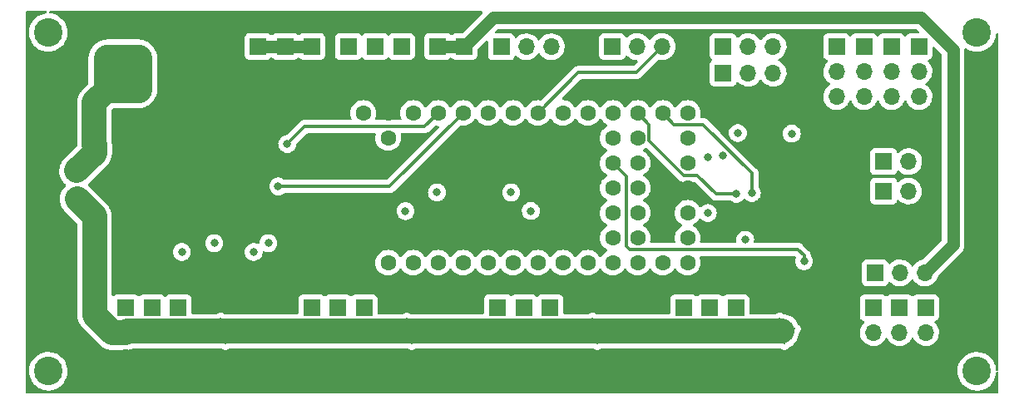
<source format=gbr>
%TF.GenerationSoftware,KiCad,Pcbnew,(6.0.1)*%
%TF.CreationDate,2022-01-24T17:08:06-05:00*%
%TF.ProjectId,zuko-teensy-motor-controller,7a756b6f-2d74-4656-956e-73792d6d6f74,rev?*%
%TF.SameCoordinates,Original*%
%TF.FileFunction,Copper,L3,Inr*%
%TF.FilePolarity,Positive*%
%FSLAX46Y46*%
G04 Gerber Fmt 4.6, Leading zero omitted, Abs format (unit mm)*
G04 Created by KiCad (PCBNEW (6.0.1)) date 2022-01-24 17:08:06*
%MOMM*%
%LPD*%
G01*
G04 APERTURE LIST*
G04 Aperture macros list*
%AMRoundRect*
0 Rectangle with rounded corners*
0 $1 Rounding radius*
0 $2 $3 $4 $5 $6 $7 $8 $9 X,Y pos of 4 corners*
0 Add a 4 corners polygon primitive as box body*
4,1,4,$2,$3,$4,$5,$6,$7,$8,$9,$2,$3,0*
0 Add four circle primitives for the rounded corners*
1,1,$1+$1,$2,$3*
1,1,$1+$1,$4,$5*
1,1,$1+$1,$6,$7*
1,1,$1+$1,$8,$9*
0 Add four rect primitives between the rounded corners*
20,1,$1+$1,$2,$3,$4,$5,0*
20,1,$1+$1,$4,$5,$6,$7,0*
20,1,$1+$1,$6,$7,$8,$9,0*
20,1,$1+$1,$8,$9,$2,$3,0*%
%AMRotRect*
0 Rectangle, with rotation*
0 The origin of the aperture is its center*
0 $1 length*
0 $2 width*
0 $3 Rotation angle, in degrees counterclockwise*
0 Add horizontal line*
21,1,$1,$2,0,0,$3*%
G04 Aperture macros list end*
%TA.AperFunction,ComponentPad*%
%ADD10R,1.700000X1.700000*%
%TD*%
%TA.AperFunction,ComponentPad*%
%ADD11O,1.700000X1.700000*%
%TD*%
%TA.AperFunction,ComponentPad*%
%ADD12RoundRect,1.500000X-1.500000X-1.500000X1.500000X-1.500000X1.500000X1.500000X-1.500000X1.500000X0*%
%TD*%
%TA.AperFunction,ComponentPad*%
%ADD13C,6.000000*%
%TD*%
%TA.AperFunction,ComponentPad*%
%ADD14C,2.900000*%
%TD*%
%TA.AperFunction,ComponentPad*%
%ADD15RotRect,2.000000X2.000000X325.000000*%
%TD*%
%TA.AperFunction,ComponentPad*%
%ADD16C,2.000000*%
%TD*%
%TA.AperFunction,ComponentPad*%
%ADD17C,1.600000*%
%TD*%
%TA.AperFunction,ViaPad*%
%ADD18C,0.800000*%
%TD*%
%TA.AperFunction,Conductor*%
%ADD19C,2.500000*%
%TD*%
%TA.AperFunction,Conductor*%
%ADD20C,1.270000*%
%TD*%
%TA.AperFunction,Conductor*%
%ADD21C,0.330200*%
%TD*%
G04 APERTURE END LIST*
D10*
%TO.N,+BATT*%
%TO.C,JP1*%
X149047402Y-67836800D03*
D11*
%TO.N,Net-(J17-Pad2)*%
X151587402Y-67836800D03*
%TO.N,+AUX*%
X154127402Y-67836800D03*
%TD*%
D10*
%TO.N,+3V3*%
%TO.C,J29*%
X147932000Y-44800000D03*
D11*
%TO.N,Net-(J29-Pad2)*%
X147932000Y-47340000D03*
%TO.N,SW2*%
X147932000Y-49880000D03*
%TO.N,GND*%
X147932000Y-52420000D03*
%TD*%
D12*
%TO.N,Net-(J4-Pad1)*%
%TO.C,J4*%
X72500000Y-47580200D03*
D13*
%TO.N,GND*%
X79700000Y-47580200D03*
%TD*%
D14*
%TO.N,N/C*%
%TO.C,REF\u002A\u002A*%
X159414400Y-43351000D03*
%TD*%
D10*
%TO.N,M8*%
%TO.C,J9*%
X113299929Y-71375000D03*
D11*
%TO.N,+BATT*%
X113299929Y-73915000D03*
%TO.N,GND*%
X113299929Y-76455000D03*
%TD*%
D10*
%TO.N,+5V*%
%TO.C,J33*%
X111018400Y-44813600D03*
D11*
%TO.N,Net-(J33-Pad2)*%
X113558400Y-44813600D03*
%TO.N,Net-(J33-Pad3)*%
X116098400Y-44813600D03*
%TO.N,GND*%
X118638400Y-44813600D03*
%TD*%
D10*
%TO.N,AUX_M3*%
%TO.C,J22*%
X154200000Y-71375000D03*
D11*
%TO.N,Net-(J17-Pad2)*%
X154200000Y-73915000D03*
%TO.N,GND*%
X154200000Y-76455000D03*
%TD*%
D10*
%TO.N,M6*%
%TO.C,J7*%
X97043929Y-71375000D03*
D11*
%TO.N,+BATT*%
X97043929Y-73915000D03*
%TO.N,GND*%
X97043929Y-76455000D03*
%TD*%
D15*
%TO.N,+BATT*%
%TO.C,C2*%
X82698998Y-73779830D03*
D16*
%TO.N,GND*%
X86794758Y-76647712D03*
%TD*%
D10*
%TO.N,+BATT*%
%TO.C,J15*%
X86256800Y-44780000D03*
D11*
%TO.N,GND*%
X86256800Y-47320000D03*
%TD*%
D10*
%TO.N,+5V*%
%TO.C,J16*%
X100843000Y-44780000D03*
D11*
%TO.N,GND*%
X100843000Y-47320000D03*
%TD*%
D10*
%TO.N,+3V3*%
%TO.C,J30*%
X133600000Y-44800000D03*
D11*
%TO.N,SDA1*%
X136140000Y-44800000D03*
%TO.N,SDL1*%
X138680000Y-44800000D03*
%TO.N,GND*%
X141220000Y-44800000D03*
%TD*%
D17*
%TO.N,GND*%
%TO.C,U2*%
X96954602Y-66799400D03*
%TO.N,M1*%
X99494602Y-66799400D03*
%TO.N,M2*%
X102034602Y-66799400D03*
%TO.N,M3*%
X104574602Y-66799400D03*
%TO.N,M4*%
X107114602Y-66799400D03*
%TO.N,M5*%
X109654602Y-66799400D03*
%TO.N,M6*%
X112194602Y-66799400D03*
%TO.N,M7*%
X114734602Y-66799400D03*
%TO.N,M8*%
X117274602Y-66799400D03*
%TO.N,M9*%
X119814602Y-66799400D03*
%TO.N,M10*%
X122354602Y-66799400D03*
%TO.N,M11*%
X124894602Y-66799400D03*
%TO.N,M12*%
X127434602Y-66799400D03*
%TO.N,AUX_M1*%
X129974602Y-66799400D03*
%TO.N,unconnected-(U2-Pad15)*%
X129974602Y-64259400D03*
%TO.N,unconnected-(U2-Pad16)*%
X129974602Y-61719400D03*
%TO.N,GND*%
X129974602Y-59179400D03*
%TO.N,unconnected-(U2-Pad18)*%
X129974602Y-56639400D03*
%TO.N,unconnected-(U2-Pad19)*%
X129974602Y-54099400D03*
%TO.N,unconnected-(U2-Pad20)*%
X129974602Y-51559400D03*
%TO.N,OUT4*%
X127434602Y-51559400D03*
%TO.N,OUT3*%
X124894602Y-51559400D03*
%TO.N,OUT2*%
X122354602Y-51559400D03*
%TO.N,OUT1*%
X119814602Y-51559400D03*
%TO.N,SDA0*%
X117274602Y-51559400D03*
%TO.N,SCL0*%
X114734602Y-51559400D03*
%TO.N,TX*%
X112194602Y-51559400D03*
%TO.N,RX*%
X109654602Y-51559400D03*
%TO.N,CSENSE*%
X107114602Y-51559400D03*
%TO.N,VSENSE*%
X104574602Y-51559400D03*
%TO.N,+3V3*%
X102034602Y-51559400D03*
%TO.N,GND*%
X99494602Y-51559400D03*
%TO.N,+5V*%
X96954602Y-51559400D03*
%TO.N,unconnected-(U2-Pad34)*%
X99494602Y-54099400D03*
%TO.N,SDL1*%
X124894602Y-54099400D03*
%TO.N,SDA1*%
X122354602Y-54099400D03*
%TO.N,NEO2*%
X124894602Y-56639400D03*
%TO.N,NEO1*%
X122354602Y-56639400D03*
%TO.N,SW1*%
X124894602Y-59179400D03*
%TO.N,AUX_M3*%
X122354602Y-59179400D03*
%TO.N,SW3*%
X124894602Y-61719400D03*
%TO.N,SW2*%
X122354602Y-61719400D03*
%TO.N,SW4*%
X124894602Y-64259400D03*
%TO.N,AUX_M2*%
X122354602Y-64259400D03*
%TD*%
D10*
%TO.N,+3V3*%
%TO.C,J31*%
X150726000Y-44800000D03*
D11*
%TO.N,Net-(J31-Pad2)*%
X150726000Y-47340000D03*
%TO.N,SW3*%
X150726000Y-49880000D03*
%TO.N,GND*%
X150726000Y-52420000D03*
%TD*%
D10*
%TO.N,M5*%
%TO.C,J6*%
X94376929Y-71375000D03*
D11*
%TO.N,+BATT*%
X94376929Y-73915000D03*
%TO.N,GND*%
X94376929Y-76455000D03*
%TD*%
D10*
%TO.N,+BATT*%
%TO.C,J21*%
X89000000Y-44780000D03*
D11*
%TO.N,GND*%
X89000000Y-47320000D03*
%TD*%
D10*
%TO.N,AUX_M2*%
%TO.C,J18*%
X151533000Y-71375000D03*
D11*
%TO.N,Net-(J17-Pad2)*%
X151533000Y-73915000D03*
%TO.N,GND*%
X151533000Y-76455000D03*
%TD*%
D10*
%TO.N,+5V*%
%TO.C,J19*%
X98143000Y-44780000D03*
D11*
%TO.N,GND*%
X98143000Y-47320000D03*
%TD*%
D10*
%TO.N,+5V*%
%TO.C,J26*%
X149935000Y-56500000D03*
D11*
%TO.N,Net-(J26-Pad2)*%
X152475000Y-56500000D03*
%TO.N,GND*%
X155015000Y-56500000D03*
%TD*%
D15*
%TO.N,+BATT*%
%TO.C,C1*%
X139588934Y-73779830D03*
D16*
%TO.N,GND*%
X143684694Y-76647712D03*
%TD*%
D10*
%TO.N,M2*%
%TO.C,J2*%
X75453929Y-71375000D03*
D11*
%TO.N,+BATT*%
X75453929Y-73915000D03*
%TO.N,GND*%
X75453929Y-76455000D03*
%TD*%
D10*
%TO.N,M11*%
%TO.C,J12*%
X132222929Y-71375000D03*
D11*
%TO.N,+BATT*%
X132222929Y-73915000D03*
%TO.N,GND*%
X132222929Y-76455000D03*
%TD*%
D10*
%TO.N,+5V*%
%TO.C,J14*%
X95443000Y-44780000D03*
D11*
%TO.N,GND*%
X95443000Y-47320000D03*
%TD*%
D10*
%TO.N,+BATT*%
%TO.C,J23*%
X91743200Y-44780000D03*
D11*
%TO.N,GND*%
X91743200Y-47320000D03*
%TD*%
D10*
%TO.N,M4*%
%TO.C,J5*%
X91709929Y-71375000D03*
D11*
%TO.N,+BATT*%
X91709929Y-73915000D03*
%TO.N,GND*%
X91709929Y-76455000D03*
%TD*%
D10*
%TO.N,+5V*%
%TO.C,J25*%
X149920000Y-59500000D03*
D11*
%TO.N,Net-(J25-Pad2)*%
X152460000Y-59500000D03*
%TO.N,GND*%
X155000000Y-59500000D03*
%TD*%
D10*
%TO.N,M9*%
%TO.C,J10*%
X115966929Y-71390011D03*
D11*
%TO.N,+BATT*%
X115966929Y-73930011D03*
%TO.N,GND*%
X115966929Y-76470011D03*
%TD*%
D14*
%TO.N,N/C*%
%TO.C,REF\u002A\u002A*%
X159414400Y-77851000D03*
%TD*%
D10*
%TO.N,+3V3*%
%TO.C,J27*%
X145138000Y-44800000D03*
D11*
%TO.N,Net-(J27-Pad2)*%
X145138000Y-47340000D03*
%TO.N,SW1*%
X145138000Y-49880000D03*
%TO.N,GND*%
X145138000Y-52420000D03*
%TD*%
D10*
%TO.N,+3V3*%
%TO.C,J24*%
X122300000Y-44800000D03*
D11*
%TO.N,SDA0*%
X124840000Y-44800000D03*
%TO.N,SCL0*%
X127380000Y-44800000D03*
%TO.N,GND*%
X129920000Y-44800000D03*
%TD*%
D10*
%TO.N,+3V3*%
%TO.C,J32*%
X153520000Y-44800000D03*
D11*
%TO.N,Net-(J32-Pad2)*%
X153520000Y-47340000D03*
%TO.N,SW4*%
X153520000Y-49880000D03*
%TO.N,GND*%
X153520000Y-52420000D03*
%TD*%
D10*
%TO.N,M7*%
%TO.C,J8*%
X110632929Y-71359989D03*
D11*
%TO.N,+BATT*%
X110632929Y-73899989D03*
%TO.N,GND*%
X110632929Y-76439989D03*
%TD*%
D10*
%TO.N,+3V3*%
%TO.C,J28*%
X133600000Y-47490000D03*
D11*
%TO.N,SDA1*%
X136140000Y-47490000D03*
%TO.N,SDL1*%
X138680000Y-47490000D03*
%TO.N,GND*%
X141220000Y-47490000D03*
%TD*%
D10*
%TO.N,M1*%
%TO.C,J1*%
X72786929Y-71375000D03*
D11*
%TO.N,+BATT*%
X72786929Y-73915000D03*
%TO.N,GND*%
X72786929Y-76455000D03*
%TD*%
D10*
%TO.N,+AUX*%
%TO.C,J34*%
X107243000Y-44800000D03*
D11*
%TO.N,GND*%
X107243000Y-47340000D03*
%TD*%
D10*
%TO.N,AUX_M1*%
%TO.C,J17*%
X148866000Y-71375000D03*
D11*
%TO.N,Net-(J17-Pad2)*%
X148866000Y-73915000D03*
%TO.N,GND*%
X148866000Y-76455000D03*
%TD*%
D15*
%TO.N,+BATT*%
%TO.C,C4*%
X101621998Y-73788000D03*
D16*
%TO.N,GND*%
X105717758Y-76655882D03*
%TD*%
D15*
%TO.N,+BATT*%
%TO.C,C3*%
X120538934Y-73779830D03*
D16*
%TO.N,GND*%
X124634694Y-76647712D03*
%TD*%
D14*
%TO.N,N/C*%
%TO.C,REF\u002A\u002A*%
X64897200Y-77851000D03*
%TD*%
D10*
%TO.N,+AUX*%
%TO.C,J20*%
X104543000Y-44775000D03*
D11*
%TO.N,GND*%
X104543000Y-47315000D03*
%TD*%
D10*
%TO.N,M3*%
%TO.C,J3*%
X78120929Y-71390011D03*
D11*
%TO.N,+BATT*%
X78120929Y-73930011D03*
%TO.N,GND*%
X78120929Y-76470011D03*
%TD*%
D14*
%TO.N,N/C*%
%TO.C,REF\u002A\u002A*%
X64897200Y-43351000D03*
%TD*%
D10*
%TO.N,M10*%
%TO.C,J11*%
X129555929Y-71375000D03*
D11*
%TO.N,+BATT*%
X129555929Y-73915000D03*
%TO.N,GND*%
X129555929Y-76455000D03*
%TD*%
D10*
%TO.N,M12*%
%TO.C,J13*%
X134889929Y-71375000D03*
D11*
%TO.N,+BATT*%
X134889929Y-73915000D03*
%TO.N,GND*%
X134889929Y-76455000D03*
%TD*%
D18*
%TO.N,+BATT*%
X80235000Y-73915000D03*
X69610000Y-68090000D03*
X125135000Y-73915000D03*
X99095000Y-73915000D03*
X105895000Y-73915000D03*
X69610000Y-62090000D03*
X69610000Y-66000000D03*
X69610000Y-70290000D03*
X127075000Y-73915000D03*
X67840000Y-60300000D03*
X137215000Y-73915000D03*
X104215000Y-73915000D03*
X86985000Y-73915000D03*
X123275000Y-73915000D03*
X69610000Y-72210000D03*
X69610000Y-64130000D03*
X118255000Y-73915000D03*
X89055000Y-73915000D03*
X85275000Y-73915000D03*
X108095000Y-73915000D03*
X70875000Y-73275000D03*
%TO.N,M1*%
X85800000Y-65700000D03*
X78500000Y-65700000D03*
%TO.N,GND*%
X87650000Y-69280000D03*
X66050000Y-53840000D03*
X70070000Y-76970000D03*
X157710000Y-68290000D03*
X77040000Y-43230000D03*
X120960000Y-69100000D03*
X67500000Y-46060000D03*
X75937500Y-62100000D03*
X66000000Y-69180000D03*
X65900000Y-48450000D03*
X65980000Y-62010000D03*
X151980000Y-64580000D03*
X117910000Y-63190000D03*
X90070000Y-67580000D03*
X92470000Y-54710000D03*
X117890000Y-61670000D03*
X69470000Y-43040000D03*
X160290000Y-73380000D03*
X160260000Y-47950000D03*
X66170000Y-73460000D03*
X65980000Y-64580000D03*
X77499997Y-56100000D03*
X144434992Y-62654993D03*
X67900000Y-75240000D03*
%TO.N,M2*%
X87300000Y-64800000D03*
X81800000Y-64800000D03*
%TO.N,+5V*%
X112010000Y-59650000D03*
X104460000Y-59640000D03*
%TO.N,+3V3*%
X140580000Y-53660000D03*
X101260000Y-61540000D03*
X135090000Y-53590000D03*
%TO.N,Net-(J27-Pad2)*%
X133605000Y-55885000D03*
%TO.N,SW3*%
X132030000Y-61730000D03*
%TO.N,SW4*%
X135830000Y-64460000D03*
%TO.N,RX*%
X114010000Y-61520000D03*
%TO.N,Net-(J4-Pad1)*%
X67780000Y-57450000D03*
X69560000Y-55435000D03*
%TO.N,VSENSE*%
X89220000Y-54710000D03*
%TO.N,CSENSE*%
X88300000Y-59020000D03*
%TO.N,NEO1*%
X141830000Y-66630000D03*
%TO.N,OUT2*%
X132030000Y-56040000D03*
%TO.N,OUT3*%
X134927917Y-59783789D03*
%TO.N,OUT4*%
X136510000Y-59700000D03*
%TD*%
D19*
%TO.N,+BATT*%
X67840000Y-60330000D02*
X67840000Y-60300000D01*
X69600000Y-72100000D02*
X69600000Y-62090000D01*
X69600000Y-62090000D02*
X67840000Y-60330000D01*
X71415000Y-73915000D02*
X69600000Y-72100000D01*
X72786929Y-73915000D02*
X71415000Y-73915000D01*
X72922099Y-73779830D02*
X72786929Y-73915000D01*
X139588934Y-73779830D02*
X72922099Y-73779830D01*
%TO.N,Net-(J4-Pad1)*%
X69590000Y-54759870D02*
X69590000Y-50490200D01*
X69620000Y-54789870D02*
X69590000Y-54759870D01*
X69620000Y-55610000D02*
X69620000Y-54789870D01*
X69590000Y-50490200D02*
X72500000Y-47580200D01*
X67780000Y-57450000D02*
X69620000Y-55610000D01*
D20*
%TO.N,+BATT*%
X89000000Y-44780000D02*
X91743200Y-44780000D01*
X86256800Y-44780000D02*
X89000000Y-44780000D01*
D21*
%TO.N,+AUX*%
X107218000Y-44775000D02*
X107243000Y-44800000D01*
D20*
X153720000Y-41840000D02*
X157000000Y-45120000D01*
X157000000Y-64964202D02*
X154127402Y-67836800D01*
X107243000Y-44800000D02*
X110203000Y-41840000D01*
X110203000Y-41840000D02*
X153720000Y-41840000D01*
X104542996Y-44774993D02*
X107217997Y-44774993D01*
X157000000Y-45120000D02*
X157000000Y-64964202D01*
D21*
%TO.N,VSENSE*%
X89220000Y-54710000D02*
X90998411Y-52931589D01*
X90998411Y-52931589D02*
X103202413Y-52931589D01*
X103202413Y-52931589D02*
X104574602Y-51559400D01*
%TO.N,CSENSE*%
X99624002Y-59050000D02*
X107114602Y-51559400D01*
X88300000Y-59020000D02*
X88330000Y-59050000D01*
X88330000Y-59050000D02*
X99624002Y-59050000D01*
%TO.N,SCL0*%
X127380000Y-44800000D02*
X124730000Y-47450000D01*
X124730000Y-47450000D02*
X118844002Y-47450000D01*
X118844002Y-47450000D02*
X114734602Y-51559400D01*
%TO.N,NEO1*%
X123726791Y-65076791D02*
X123726791Y-58011589D01*
X123726791Y-58011589D02*
X122354602Y-56639400D01*
X141220000Y-65470000D02*
X124120000Y-65470000D01*
X141830000Y-66630000D02*
X141830000Y-66080000D01*
X124120000Y-65470000D02*
X123726791Y-65076791D01*
X141830000Y-66080000D02*
X141220000Y-65470000D01*
%TO.N,OUT3*%
X129583667Y-57900000D02*
X126062413Y-54378746D01*
X134927917Y-59783789D02*
X132843789Y-59783789D01*
X126062413Y-52727211D02*
X124894602Y-51559400D01*
X132843789Y-59783789D02*
X130960000Y-57900000D01*
X130960000Y-57900000D02*
X129583667Y-57900000D01*
X126062413Y-54378746D02*
X126062413Y-52727211D01*
%TO.N,OUT4*%
X128602413Y-52727211D02*
X127434602Y-51559400D01*
X136510000Y-59700000D02*
X136510000Y-57704150D01*
X136510000Y-57704150D02*
X131533061Y-52727211D01*
X131533061Y-52727211D02*
X128602413Y-52727211D01*
%TD*%
%TA.AperFunction,Conductor*%
%TO.N,GND*%
G36*
X64697822Y-41173002D02*
G01*
X64744315Y-41226658D01*
X64754419Y-41296932D01*
X64724925Y-41361512D01*
X64665199Y-41399896D01*
X64651080Y-41402841D01*
X64651108Y-41402980D01*
X64383456Y-41456219D01*
X64383451Y-41456220D01*
X64379084Y-41457089D01*
X64374881Y-41458565D01*
X64121607Y-41547508D01*
X64121604Y-41547509D01*
X64117399Y-41548986D01*
X64113446Y-41551039D01*
X64113440Y-41551042D01*
X63973934Y-41623510D01*
X63871273Y-41676838D01*
X63867658Y-41679421D01*
X63867652Y-41679425D01*
X63724871Y-41781458D01*
X63645616Y-41838095D01*
X63444932Y-42029538D01*
X63273225Y-42247348D01*
X63270993Y-42251190D01*
X63270990Y-42251195D01*
X63136158Y-42483324D01*
X63136155Y-42483330D01*
X63133920Y-42487178D01*
X63132246Y-42491311D01*
X63031471Y-42740112D01*
X63031468Y-42740120D01*
X63029798Y-42744244D01*
X62962935Y-43013417D01*
X62934666Y-43289325D01*
X62934841Y-43293777D01*
X62942796Y-43496233D01*
X62945555Y-43566464D01*
X62946355Y-43570844D01*
X62992323Y-43822540D01*
X62995384Y-43839303D01*
X63083160Y-44102400D01*
X63085152Y-44106387D01*
X63085153Y-44106389D01*
X63179624Y-44295455D01*
X63207130Y-44350504D01*
X63364823Y-44578666D01*
X63380959Y-44596122D01*
X63550074Y-44779070D01*
X63550079Y-44779075D01*
X63553090Y-44782332D01*
X63768175Y-44957439D01*
X63771993Y-44959738D01*
X63771995Y-44959739D01*
X63821506Y-44989547D01*
X64005788Y-45100494D01*
X64009883Y-45102228D01*
X64009885Y-45102229D01*
X64257086Y-45206905D01*
X64257093Y-45206907D01*
X64261187Y-45208641D01*
X64359960Y-45234830D01*
X64524979Y-45278585D01*
X64524984Y-45278586D01*
X64529276Y-45279724D01*
X64533685Y-45280246D01*
X64533691Y-45280247D01*
X64711403Y-45301280D01*
X64804706Y-45312323D01*
X65081982Y-45305789D01*
X65190780Y-45287680D01*
X65351181Y-45260982D01*
X65351185Y-45260981D01*
X65355571Y-45260251D01*
X65359812Y-45258910D01*
X65359815Y-45258909D01*
X65615768Y-45177962D01*
X65615770Y-45177961D01*
X65620014Y-45176619D01*
X65624025Y-45174693D01*
X65624030Y-45174691D01*
X65866016Y-45058491D01*
X65866017Y-45058490D01*
X65870035Y-45056561D01*
X66088300Y-44910721D01*
X66096937Y-44904950D01*
X66096941Y-44904947D01*
X66100645Y-44902472D01*
X66307243Y-44717427D01*
X66485707Y-44505118D01*
X66632476Y-44269782D01*
X66744622Y-44016113D01*
X66762704Y-43952001D01*
X66787222Y-43865064D01*
X66819907Y-43749173D01*
X66833697Y-43646507D01*
X66856401Y-43477471D01*
X66856402Y-43477463D01*
X66856828Y-43474289D01*
X66857431Y-43455100D01*
X66860602Y-43354222D01*
X66860602Y-43354217D01*
X66860703Y-43351000D01*
X66841114Y-43074340D01*
X66782740Y-42803200D01*
X66686743Y-42542990D01*
X66658859Y-42491311D01*
X66557153Y-42302818D01*
X66555040Y-42298902D01*
X66390259Y-42075807D01*
X66387140Y-42072638D01*
X66387136Y-42072634D01*
X66294315Y-41978343D01*
X66195688Y-41878155D01*
X66192148Y-41875453D01*
X65978753Y-41712595D01*
X65978749Y-41712592D01*
X65975208Y-41709890D01*
X65733219Y-41574369D01*
X65729070Y-41572764D01*
X65729066Y-41572762D01*
X65573864Y-41512720D01*
X65474549Y-41474298D01*
X65470224Y-41473295D01*
X65470219Y-41473294D01*
X65361929Y-41448194D01*
X65204360Y-41411671D01*
X65121910Y-41404530D01*
X65055769Y-41378725D01*
X65014079Y-41321257D01*
X65010077Y-41250374D01*
X65045032Y-41188579D01*
X65107848Y-41155492D01*
X65132782Y-41153000D01*
X108968657Y-41153000D01*
X109036778Y-41173002D01*
X109083271Y-41226658D01*
X109093375Y-41296932D01*
X109063881Y-41361512D01*
X109057752Y-41368095D01*
X107021252Y-43404595D01*
X106958940Y-43438621D01*
X106932157Y-43441500D01*
X106344866Y-43441500D01*
X106282684Y-43448255D01*
X106146295Y-43499385D01*
X106029739Y-43586739D01*
X106024358Y-43593919D01*
X106023689Y-43594588D01*
X105961377Y-43628614D01*
X105934594Y-43631493D01*
X105871566Y-43631493D01*
X105803445Y-43611491D01*
X105770742Y-43581061D01*
X105756261Y-43561739D01*
X105639705Y-43474385D01*
X105503316Y-43423255D01*
X105441134Y-43416500D01*
X103644866Y-43416500D01*
X103582684Y-43423255D01*
X103446295Y-43474385D01*
X103329739Y-43561739D01*
X103242385Y-43678295D01*
X103191255Y-43814684D01*
X103184500Y-43876866D01*
X103184500Y-45673134D01*
X103191255Y-45735316D01*
X103242385Y-45871705D01*
X103329739Y-45988261D01*
X103446295Y-46075615D01*
X103582684Y-46126745D01*
X103644866Y-46133500D01*
X105441134Y-46133500D01*
X105503316Y-46126745D01*
X105639705Y-46075615D01*
X105756261Y-45988261D01*
X105770750Y-45968928D01*
X105827608Y-45926413D01*
X105871576Y-45918493D01*
X105895687Y-45918493D01*
X105963808Y-45938495D01*
X105996513Y-45968928D01*
X105999695Y-45973173D01*
X106029739Y-46013261D01*
X106146295Y-46100615D01*
X106282684Y-46151745D01*
X106344866Y-46158500D01*
X108141134Y-46158500D01*
X108203316Y-46151745D01*
X108339705Y-46100615D01*
X108456261Y-46013261D01*
X108543615Y-45896705D01*
X108594745Y-45760316D01*
X108601500Y-45698134D01*
X108601500Y-45110843D01*
X108621502Y-45042722D01*
X108638401Y-45021752D01*
X109444807Y-44215347D01*
X109507117Y-44181323D01*
X109577933Y-44186388D01*
X109634768Y-44228935D01*
X109659579Y-44295455D01*
X109659900Y-44304444D01*
X109659900Y-45711734D01*
X109666655Y-45773916D01*
X109717785Y-45910305D01*
X109805139Y-46026861D01*
X109921695Y-46114215D01*
X110058084Y-46165345D01*
X110120266Y-46172100D01*
X111916534Y-46172100D01*
X111978716Y-46165345D01*
X112115105Y-46114215D01*
X112231661Y-46026861D01*
X112319015Y-45910305D01*
X112343808Y-45844171D01*
X112362998Y-45792982D01*
X112405640Y-45736218D01*
X112472202Y-45711518D01*
X112541550Y-45726726D01*
X112576217Y-45754714D01*
X112604650Y-45787538D01*
X112776526Y-45930232D01*
X112969400Y-46042938D01*
X113178092Y-46122630D01*
X113183160Y-46123661D01*
X113183163Y-46123662D01*
X113252099Y-46137687D01*
X113396997Y-46167167D01*
X113402172Y-46167357D01*
X113402174Y-46167357D01*
X113615073Y-46175164D01*
X113615077Y-46175164D01*
X113620237Y-46175353D01*
X113625357Y-46174697D01*
X113625359Y-46174697D01*
X113836688Y-46147625D01*
X113836689Y-46147625D01*
X113841816Y-46146968D01*
X113887937Y-46133131D01*
X114050829Y-46084261D01*
X114050834Y-46084259D01*
X114055784Y-46082774D01*
X114256394Y-45984496D01*
X114438260Y-45854773D01*
X114455565Y-45837529D01*
X114566755Y-45726726D01*
X114596496Y-45697089D01*
X114607676Y-45681531D01*
X114726853Y-45515677D01*
X114728176Y-45516628D01*
X114775045Y-45473457D01*
X114844980Y-45461225D01*
X114910426Y-45488744D01*
X114938275Y-45520594D01*
X114998387Y-45618688D01*
X115144650Y-45787538D01*
X115316526Y-45930232D01*
X115509400Y-46042938D01*
X115718092Y-46122630D01*
X115723160Y-46123661D01*
X115723163Y-46123662D01*
X115792099Y-46137687D01*
X115936997Y-46167167D01*
X115942172Y-46167357D01*
X115942174Y-46167357D01*
X116155073Y-46175164D01*
X116155077Y-46175164D01*
X116160237Y-46175353D01*
X116165357Y-46174697D01*
X116165359Y-46174697D01*
X116376688Y-46147625D01*
X116376689Y-46147625D01*
X116381816Y-46146968D01*
X116427937Y-46133131D01*
X116590829Y-46084261D01*
X116590834Y-46084259D01*
X116595784Y-46082774D01*
X116796394Y-45984496D01*
X116978260Y-45854773D01*
X116995565Y-45837529D01*
X117106755Y-45726726D01*
X117136496Y-45697089D01*
X117147676Y-45681531D01*
X117263835Y-45519877D01*
X117266853Y-45515677D01*
X117271145Y-45506994D01*
X117363536Y-45320053D01*
X117363537Y-45320051D01*
X117365830Y-45315411D01*
X117430770Y-45101669D01*
X117459929Y-44880190D01*
X117461556Y-44813600D01*
X117443252Y-44590961D01*
X117388831Y-44374302D01*
X117299754Y-44169440D01*
X117203203Y-44020195D01*
X117181222Y-43986217D01*
X117181220Y-43986214D01*
X117178414Y-43981877D01*
X117028070Y-43816651D01*
X117024019Y-43813452D01*
X117024015Y-43813448D01*
X116856814Y-43681400D01*
X116856810Y-43681398D01*
X116852759Y-43678198D01*
X116839918Y-43671109D01*
X116777223Y-43636500D01*
X116657189Y-43570238D01*
X116652320Y-43568514D01*
X116652316Y-43568512D01*
X116451487Y-43497395D01*
X116451483Y-43497394D01*
X116446612Y-43495669D01*
X116441519Y-43494762D01*
X116441516Y-43494761D01*
X116231773Y-43457400D01*
X116231767Y-43457399D01*
X116226684Y-43456494D01*
X116152852Y-43455592D01*
X116008481Y-43453828D01*
X116008479Y-43453828D01*
X116003311Y-43453765D01*
X115782491Y-43487555D01*
X115570156Y-43556957D01*
X115543479Y-43570844D01*
X115392168Y-43649612D01*
X115372007Y-43660107D01*
X115367874Y-43663210D01*
X115367871Y-43663212D01*
X115200903Y-43788575D01*
X115193365Y-43794235D01*
X115173494Y-43815029D01*
X115055597Y-43938401D01*
X115039029Y-43955738D01*
X114931601Y-44113221D01*
X114876693Y-44158221D01*
X114806168Y-44166392D01*
X114742421Y-44135138D01*
X114721724Y-44110654D01*
X114641222Y-43986217D01*
X114641220Y-43986214D01*
X114638414Y-43981877D01*
X114488070Y-43816651D01*
X114484019Y-43813452D01*
X114484015Y-43813448D01*
X114316814Y-43681400D01*
X114316810Y-43681398D01*
X114312759Y-43678198D01*
X114299918Y-43671109D01*
X114237223Y-43636500D01*
X114117189Y-43570238D01*
X114112320Y-43568514D01*
X114112316Y-43568512D01*
X113911487Y-43497395D01*
X113911483Y-43497394D01*
X113906612Y-43495669D01*
X113901519Y-43494762D01*
X113901516Y-43494761D01*
X113691773Y-43457400D01*
X113691767Y-43457399D01*
X113686684Y-43456494D01*
X113612852Y-43455592D01*
X113468481Y-43453828D01*
X113468479Y-43453828D01*
X113463311Y-43453765D01*
X113242491Y-43487555D01*
X113030156Y-43556957D01*
X113003479Y-43570844D01*
X112852168Y-43649612D01*
X112832007Y-43660107D01*
X112827874Y-43663210D01*
X112827871Y-43663212D01*
X112660903Y-43788575D01*
X112653365Y-43794235D01*
X112596937Y-43853284D01*
X112572683Y-43878664D01*
X112511159Y-43914094D01*
X112440246Y-43910637D01*
X112382460Y-43869391D01*
X112363607Y-43835843D01*
X112322167Y-43725303D01*
X112319015Y-43716895D01*
X112231661Y-43600339D01*
X112115105Y-43512985D01*
X111978716Y-43461855D01*
X111916534Y-43455100D01*
X110509244Y-43455100D01*
X110441123Y-43435098D01*
X110394630Y-43381442D01*
X110384526Y-43311168D01*
X110414020Y-43246588D01*
X110420149Y-43240005D01*
X110639749Y-43020405D01*
X110702061Y-42986379D01*
X110728844Y-42983500D01*
X153194157Y-42983500D01*
X153262278Y-43003502D01*
X153283252Y-43020405D01*
X153489252Y-43226405D01*
X153523278Y-43288717D01*
X153518213Y-43359532D01*
X153475666Y-43416368D01*
X153409146Y-43441179D01*
X153400157Y-43441500D01*
X152621866Y-43441500D01*
X152559684Y-43448255D01*
X152423295Y-43499385D01*
X152306739Y-43586739D01*
X152301358Y-43593919D01*
X152301357Y-43593920D01*
X152223826Y-43697369D01*
X152166967Y-43739884D01*
X152096148Y-43744910D01*
X152033855Y-43710850D01*
X152022174Y-43697369D01*
X151944643Y-43593920D01*
X151944642Y-43593919D01*
X151939261Y-43586739D01*
X151822705Y-43499385D01*
X151686316Y-43448255D01*
X151624134Y-43441500D01*
X149827866Y-43441500D01*
X149765684Y-43448255D01*
X149629295Y-43499385D01*
X149512739Y-43586739D01*
X149507358Y-43593919D01*
X149507357Y-43593920D01*
X149429826Y-43697369D01*
X149372967Y-43739884D01*
X149302148Y-43744910D01*
X149239855Y-43710850D01*
X149228174Y-43697369D01*
X149150643Y-43593920D01*
X149150642Y-43593919D01*
X149145261Y-43586739D01*
X149028705Y-43499385D01*
X148892316Y-43448255D01*
X148830134Y-43441500D01*
X147033866Y-43441500D01*
X146971684Y-43448255D01*
X146835295Y-43499385D01*
X146718739Y-43586739D01*
X146713358Y-43593919D01*
X146713357Y-43593920D01*
X146635826Y-43697369D01*
X146578967Y-43739884D01*
X146508148Y-43744910D01*
X146445855Y-43710850D01*
X146434174Y-43697369D01*
X146356643Y-43593920D01*
X146356642Y-43593919D01*
X146351261Y-43586739D01*
X146234705Y-43499385D01*
X146098316Y-43448255D01*
X146036134Y-43441500D01*
X144239866Y-43441500D01*
X144177684Y-43448255D01*
X144041295Y-43499385D01*
X143924739Y-43586739D01*
X143837385Y-43703295D01*
X143786255Y-43839684D01*
X143779500Y-43901866D01*
X143779500Y-45698134D01*
X143786255Y-45760316D01*
X143837385Y-45896705D01*
X143924739Y-46013261D01*
X144041295Y-46100615D01*
X144049704Y-46103767D01*
X144049705Y-46103768D01*
X144158451Y-46144535D01*
X144215216Y-46187176D01*
X144239916Y-46253738D01*
X144224709Y-46323087D01*
X144205316Y-46349568D01*
X144089622Y-46470635D01*
X144078629Y-46482138D01*
X144075715Y-46486410D01*
X144075714Y-46486411D01*
X144046195Y-46529684D01*
X143952743Y-46666680D01*
X143937003Y-46700589D01*
X143863074Y-46859857D01*
X143858688Y-46869305D01*
X143798989Y-47084570D01*
X143775251Y-47306695D01*
X143775548Y-47311848D01*
X143775548Y-47311851D01*
X143781011Y-47406590D01*
X143788110Y-47529715D01*
X143789247Y-47534761D01*
X143789248Y-47534767D01*
X143794914Y-47559908D01*
X143837222Y-47747639D01*
X143921266Y-47954616D01*
X143923965Y-47959020D01*
X144033414Y-48137625D01*
X144037987Y-48145088D01*
X144184250Y-48313938D01*
X144356126Y-48456632D01*
X144377945Y-48469382D01*
X144429445Y-48499476D01*
X144478169Y-48551114D01*
X144491240Y-48620897D01*
X144464509Y-48686669D01*
X144424055Y-48720027D01*
X144411607Y-48726507D01*
X144407474Y-48729610D01*
X144407471Y-48729612D01*
X144237100Y-48857530D01*
X144232965Y-48860635D01*
X144078629Y-49022138D01*
X143952743Y-49206680D01*
X143858688Y-49409305D01*
X143798989Y-49624570D01*
X143775251Y-49846695D01*
X143775548Y-49851848D01*
X143775548Y-49851851D01*
X143781011Y-49946590D01*
X143788110Y-50069715D01*
X143789247Y-50074761D01*
X143789248Y-50074767D01*
X143806025Y-50149210D01*
X143837222Y-50287639D01*
X143921266Y-50494616D01*
X144037987Y-50685088D01*
X144184250Y-50853938D01*
X144356126Y-50996632D01*
X144549000Y-51109338D01*
X144757692Y-51189030D01*
X144762760Y-51190061D01*
X144762763Y-51190062D01*
X144870017Y-51211883D01*
X144976597Y-51233567D01*
X144981772Y-51233757D01*
X144981774Y-51233757D01*
X145194673Y-51241564D01*
X145194677Y-51241564D01*
X145199837Y-51241753D01*
X145204957Y-51241097D01*
X145204959Y-51241097D01*
X145416288Y-51214025D01*
X145416289Y-51214025D01*
X145421416Y-51213368D01*
X145457094Y-51202664D01*
X145630429Y-51150661D01*
X145630434Y-51150659D01*
X145635384Y-51149174D01*
X145835994Y-51050896D01*
X146017860Y-50921173D01*
X146031443Y-50907638D01*
X146172435Y-50767137D01*
X146176096Y-50763489D01*
X146235594Y-50680689D01*
X146303435Y-50586277D01*
X146306453Y-50582077D01*
X146392170Y-50408642D01*
X146403136Y-50386453D01*
X146403137Y-50386451D01*
X146405430Y-50381811D01*
X146414998Y-50350319D01*
X146453939Y-50290956D01*
X146518794Y-50262069D01*
X146588970Y-50272831D01*
X146642188Y-50319824D01*
X146652297Y-50339542D01*
X146715266Y-50494616D01*
X146831987Y-50685088D01*
X146978250Y-50853938D01*
X147150126Y-50996632D01*
X147343000Y-51109338D01*
X147551692Y-51189030D01*
X147556760Y-51190061D01*
X147556763Y-51190062D01*
X147664017Y-51211883D01*
X147770597Y-51233567D01*
X147775772Y-51233757D01*
X147775774Y-51233757D01*
X147988673Y-51241564D01*
X147988677Y-51241564D01*
X147993837Y-51241753D01*
X147998957Y-51241097D01*
X147998959Y-51241097D01*
X148210288Y-51214025D01*
X148210289Y-51214025D01*
X148215416Y-51213368D01*
X148251094Y-51202664D01*
X148424429Y-51150661D01*
X148424434Y-51150659D01*
X148429384Y-51149174D01*
X148629994Y-51050896D01*
X148811860Y-50921173D01*
X148825443Y-50907638D01*
X148966435Y-50767137D01*
X148970096Y-50763489D01*
X149029594Y-50680689D01*
X149097435Y-50586277D01*
X149100453Y-50582077D01*
X149186170Y-50408642D01*
X149197136Y-50386453D01*
X149197137Y-50386451D01*
X149199430Y-50381811D01*
X149208998Y-50350319D01*
X149247939Y-50290956D01*
X149312794Y-50262069D01*
X149382970Y-50272831D01*
X149436188Y-50319824D01*
X149446297Y-50339542D01*
X149509266Y-50494616D01*
X149625987Y-50685088D01*
X149772250Y-50853938D01*
X149944126Y-50996632D01*
X150137000Y-51109338D01*
X150345692Y-51189030D01*
X150350760Y-51190061D01*
X150350763Y-51190062D01*
X150458017Y-51211883D01*
X150564597Y-51233567D01*
X150569772Y-51233757D01*
X150569774Y-51233757D01*
X150782673Y-51241564D01*
X150782677Y-51241564D01*
X150787837Y-51241753D01*
X150792957Y-51241097D01*
X150792959Y-51241097D01*
X151004288Y-51214025D01*
X151004289Y-51214025D01*
X151009416Y-51213368D01*
X151045094Y-51202664D01*
X151218429Y-51150661D01*
X151218434Y-51150659D01*
X151223384Y-51149174D01*
X151423994Y-51050896D01*
X151605860Y-50921173D01*
X151619443Y-50907638D01*
X151760435Y-50767137D01*
X151764096Y-50763489D01*
X151823594Y-50680689D01*
X151891435Y-50586277D01*
X151894453Y-50582077D01*
X151980170Y-50408642D01*
X151991136Y-50386453D01*
X151991137Y-50386451D01*
X151993430Y-50381811D01*
X152002998Y-50350319D01*
X152041939Y-50290956D01*
X152106794Y-50262069D01*
X152176970Y-50272831D01*
X152230188Y-50319824D01*
X152240297Y-50339542D01*
X152303266Y-50494616D01*
X152419987Y-50685088D01*
X152566250Y-50853938D01*
X152738126Y-50996632D01*
X152931000Y-51109338D01*
X153139692Y-51189030D01*
X153144760Y-51190061D01*
X153144763Y-51190062D01*
X153252017Y-51211883D01*
X153358597Y-51233567D01*
X153363772Y-51233757D01*
X153363774Y-51233757D01*
X153576673Y-51241564D01*
X153576677Y-51241564D01*
X153581837Y-51241753D01*
X153586957Y-51241097D01*
X153586959Y-51241097D01*
X153798288Y-51214025D01*
X153798289Y-51214025D01*
X153803416Y-51213368D01*
X153839094Y-51202664D01*
X154012429Y-51150661D01*
X154012434Y-51150659D01*
X154017384Y-51149174D01*
X154217994Y-51050896D01*
X154399860Y-50921173D01*
X154413443Y-50907638D01*
X154554435Y-50767137D01*
X154558096Y-50763489D01*
X154617594Y-50680689D01*
X154685435Y-50586277D01*
X154688453Y-50582077D01*
X154774170Y-50408642D01*
X154785136Y-50386453D01*
X154785137Y-50386451D01*
X154787430Y-50381811D01*
X154852370Y-50168069D01*
X154881529Y-49946590D01*
X154881808Y-49935186D01*
X154883074Y-49883365D01*
X154883074Y-49883361D01*
X154883156Y-49880000D01*
X154864852Y-49657361D01*
X154810431Y-49440702D01*
X154721354Y-49235840D01*
X154600014Y-49048277D01*
X154449670Y-48883051D01*
X154445619Y-48879852D01*
X154445615Y-48879848D01*
X154278414Y-48747800D01*
X154278410Y-48747798D01*
X154274359Y-48744598D01*
X154233053Y-48721796D01*
X154183084Y-48671364D01*
X154168312Y-48601921D01*
X154193428Y-48535516D01*
X154220780Y-48508909D01*
X154289303Y-48460032D01*
X154399860Y-48381173D01*
X154558096Y-48223489D01*
X154577135Y-48196994D01*
X154685435Y-48046277D01*
X154688453Y-48042077D01*
X154710644Y-47997178D01*
X154785136Y-47846453D01*
X154785137Y-47846451D01*
X154787430Y-47841811D01*
X154852370Y-47628069D01*
X154881529Y-47406590D01*
X154883156Y-47340000D01*
X154864852Y-47117361D01*
X154810431Y-46900702D01*
X154721354Y-46695840D01*
X154600014Y-46508277D01*
X154596532Y-46504450D01*
X154452798Y-46346488D01*
X154421746Y-46282642D01*
X154430141Y-46212143D01*
X154475317Y-46157375D01*
X154501761Y-46143706D01*
X154608297Y-46103767D01*
X154616705Y-46100615D01*
X154733261Y-46013261D01*
X154820615Y-45896705D01*
X154871745Y-45760316D01*
X154878500Y-45698134D01*
X154878500Y-44919843D01*
X154898502Y-44851722D01*
X154952158Y-44805229D01*
X155022432Y-44795125D01*
X155087012Y-44824619D01*
X155093595Y-44830748D01*
X155819595Y-45556748D01*
X155853621Y-45619060D01*
X155856500Y-45645843D01*
X155856500Y-64438359D01*
X155836498Y-64506480D01*
X155819595Y-64527454D01*
X153868691Y-66478358D01*
X153811375Y-66510393D01*
X153811493Y-66510755D01*
X153809650Y-66511357D01*
X153809648Y-66511358D01*
X153806577Y-66512362D01*
X153806576Y-66512362D01*
X153762004Y-66526931D01*
X153599158Y-66580157D01*
X153401009Y-66683307D01*
X153396876Y-66686410D01*
X153396873Y-66686412D01*
X153226502Y-66814330D01*
X153222367Y-66817435D01*
X153218795Y-66821173D01*
X153111131Y-66933837D01*
X153068031Y-66978938D01*
X152960603Y-67136421D01*
X152905695Y-67181421D01*
X152835170Y-67189592D01*
X152771423Y-67158338D01*
X152750726Y-67133854D01*
X152670224Y-67009417D01*
X152670222Y-67009414D01*
X152667416Y-67005077D01*
X152517072Y-66839851D01*
X152513021Y-66836652D01*
X152513017Y-66836648D01*
X152345816Y-66704600D01*
X152345812Y-66704598D01*
X152341761Y-66701398D01*
X152146191Y-66593438D01*
X152141322Y-66591714D01*
X152141318Y-66591712D01*
X151940489Y-66520595D01*
X151940485Y-66520594D01*
X151935614Y-66518869D01*
X151930521Y-66517962D01*
X151930518Y-66517961D01*
X151720775Y-66480600D01*
X151720769Y-66480599D01*
X151715686Y-66479694D01*
X151641854Y-66478792D01*
X151497483Y-66477028D01*
X151497481Y-66477028D01*
X151492313Y-66476965D01*
X151271493Y-66510755D01*
X151059158Y-66580157D01*
X150861009Y-66683307D01*
X150856876Y-66686410D01*
X150856873Y-66686412D01*
X150686502Y-66814330D01*
X150682367Y-66817435D01*
X150625939Y-66876484D01*
X150601685Y-66901864D01*
X150540161Y-66937294D01*
X150469248Y-66933837D01*
X150411462Y-66892591D01*
X150392609Y-66859043D01*
X150351169Y-66748503D01*
X150348017Y-66740095D01*
X150260663Y-66623539D01*
X150144107Y-66536185D01*
X150007718Y-66485055D01*
X149945536Y-66478300D01*
X148149268Y-66478300D01*
X148087086Y-66485055D01*
X147950697Y-66536185D01*
X147834141Y-66623539D01*
X147746787Y-66740095D01*
X147695657Y-66876484D01*
X147688902Y-66938666D01*
X147688902Y-68734934D01*
X147695657Y-68797116D01*
X147746787Y-68933505D01*
X147834141Y-69050061D01*
X147950697Y-69137415D01*
X148087086Y-69188545D01*
X148149268Y-69195300D01*
X149945536Y-69195300D01*
X150007718Y-69188545D01*
X150144107Y-69137415D01*
X150260663Y-69050061D01*
X150348017Y-68933505D01*
X150370201Y-68874329D01*
X150392000Y-68816182D01*
X150434642Y-68759418D01*
X150501204Y-68734718D01*
X150570552Y-68749926D01*
X150605219Y-68777914D01*
X150633652Y-68810738D01*
X150805528Y-68953432D01*
X150998402Y-69066138D01*
X151207094Y-69145830D01*
X151212162Y-69146861D01*
X151212165Y-69146862D01*
X151319419Y-69168683D01*
X151425999Y-69190367D01*
X151431174Y-69190557D01*
X151431176Y-69190557D01*
X151644075Y-69198364D01*
X151644079Y-69198364D01*
X151649239Y-69198553D01*
X151654359Y-69197897D01*
X151654361Y-69197897D01*
X151865690Y-69170825D01*
X151865691Y-69170825D01*
X151870818Y-69170168D01*
X151875768Y-69168683D01*
X152079831Y-69107461D01*
X152079836Y-69107459D01*
X152084786Y-69105974D01*
X152285396Y-69007696D01*
X152467262Y-68877973D01*
X152625498Y-68720289D01*
X152755855Y-68538877D01*
X152757178Y-68539828D01*
X152804047Y-68496657D01*
X152873982Y-68484425D01*
X152939428Y-68511944D01*
X152967277Y-68543794D01*
X153027389Y-68641888D01*
X153173652Y-68810738D01*
X153345528Y-68953432D01*
X153538402Y-69066138D01*
X153747094Y-69145830D01*
X153752162Y-69146861D01*
X153752165Y-69146862D01*
X153859419Y-69168683D01*
X153965999Y-69190367D01*
X153971174Y-69190557D01*
X153971176Y-69190557D01*
X154184075Y-69198364D01*
X154184079Y-69198364D01*
X154189239Y-69198553D01*
X154194359Y-69197897D01*
X154194361Y-69197897D01*
X154405690Y-69170825D01*
X154405691Y-69170825D01*
X154410818Y-69170168D01*
X154415768Y-69168683D01*
X154619831Y-69107461D01*
X154619836Y-69107459D01*
X154624786Y-69105974D01*
X154825396Y-69007696D01*
X155007262Y-68877973D01*
X155165498Y-68720289D01*
X155295855Y-68538877D01*
X155316722Y-68496657D01*
X155392538Y-68343253D01*
X155392539Y-68343251D01*
X155394832Y-68338611D01*
X155452040Y-68150318D01*
X155483503Y-68097852D01*
X157778312Y-65803044D01*
X157784330Y-65797407D01*
X157812461Y-65772737D01*
X157833019Y-65754708D01*
X157839333Y-65746699D01*
X157887782Y-65685243D01*
X157889856Y-65682682D01*
X157942730Y-65619107D01*
X157942734Y-65619101D01*
X157946426Y-65614662D01*
X157949251Y-65609617D01*
X157951354Y-65606557D01*
X157957535Y-65597307D01*
X157959552Y-65594201D01*
X157963128Y-65589665D01*
X157994310Y-65530399D01*
X158004308Y-65511395D01*
X158005881Y-65508497D01*
X158008515Y-65503794D01*
X158049114Y-65431298D01*
X158050967Y-65425838D01*
X158052437Y-65422538D01*
X158056900Y-65412149D01*
X158058293Y-65408786D01*
X158060982Y-65403675D01*
X158064869Y-65391159D01*
X158083072Y-65332534D01*
X158087222Y-65319172D01*
X158088215Y-65316113D01*
X158116669Y-65232290D01*
X158117498Y-65226576D01*
X158118341Y-65223064D01*
X158120833Y-65212051D01*
X158121591Y-65208484D01*
X158123304Y-65202968D01*
X158126345Y-65177279D01*
X158133703Y-65115104D01*
X158134134Y-65111833D01*
X158146825Y-65024305D01*
X158143597Y-64942148D01*
X158143500Y-64937201D01*
X158143500Y-45162794D01*
X158143770Y-45154553D01*
X158148005Y-45089938D01*
X158150597Y-45090108D01*
X158165969Y-45032176D01*
X158218386Y-44984292D01*
X158288371Y-44972348D01*
X158338706Y-44989547D01*
X158522988Y-45100494D01*
X158527083Y-45102228D01*
X158527085Y-45102229D01*
X158774286Y-45206905D01*
X158774293Y-45206907D01*
X158778387Y-45208641D01*
X158877160Y-45234830D01*
X159042179Y-45278585D01*
X159042184Y-45278586D01*
X159046476Y-45279724D01*
X159050885Y-45280246D01*
X159050891Y-45280247D01*
X159228603Y-45301280D01*
X159321906Y-45312323D01*
X159599182Y-45305789D01*
X159707980Y-45287680D01*
X159868381Y-45260982D01*
X159868385Y-45260981D01*
X159872771Y-45260251D01*
X159877012Y-45258910D01*
X159877015Y-45258909D01*
X160132968Y-45177962D01*
X160132970Y-45177961D01*
X160137214Y-45176619D01*
X160141225Y-45174693D01*
X160141230Y-45174691D01*
X160383216Y-45058491D01*
X160383217Y-45058490D01*
X160387235Y-45056561D01*
X160605500Y-44910721D01*
X160614137Y-44904950D01*
X160614141Y-44904947D01*
X160617845Y-44902472D01*
X160824443Y-44717427D01*
X161002907Y-44505118D01*
X161149676Y-44269782D01*
X161261822Y-44016113D01*
X161279904Y-43952001D01*
X161304422Y-43865064D01*
X161337107Y-43749173D01*
X161369521Y-43507844D01*
X161398414Y-43442992D01*
X161457781Y-43404056D01*
X161528774Y-43403397D01*
X161588854Y-43441224D01*
X161618946Y-43505528D01*
X161620400Y-43524617D01*
X161620400Y-77712337D01*
X161600398Y-77780458D01*
X161546742Y-77826951D01*
X161476468Y-77837055D01*
X161411888Y-77807561D01*
X161373504Y-77747835D01*
X161368715Y-77721236D01*
X161358629Y-77578792D01*
X161358314Y-77574340D01*
X161299940Y-77303200D01*
X161203943Y-77042990D01*
X161176059Y-76991311D01*
X161074353Y-76802818D01*
X161072240Y-76798902D01*
X160907459Y-76575807D01*
X160904340Y-76572638D01*
X160904336Y-76572634D01*
X160811515Y-76478343D01*
X160712888Y-76378155D01*
X160709348Y-76375453D01*
X160495953Y-76212595D01*
X160495949Y-76212592D01*
X160492408Y-76209890D01*
X160250419Y-76074369D01*
X160246270Y-76072764D01*
X160246266Y-76072762D01*
X160091064Y-76012720D01*
X159991749Y-75974298D01*
X159987424Y-75973295D01*
X159987419Y-75973294D01*
X159879129Y-75948194D01*
X159721560Y-75911671D01*
X159445241Y-75887739D01*
X159440806Y-75887983D01*
X159440802Y-75887983D01*
X159172751Y-75902735D01*
X159172744Y-75902736D01*
X159168308Y-75902980D01*
X159033317Y-75929831D01*
X158900656Y-75956219D01*
X158900651Y-75956220D01*
X158896284Y-75957089D01*
X158892081Y-75958565D01*
X158638807Y-76047508D01*
X158638804Y-76047509D01*
X158634599Y-76048986D01*
X158630646Y-76051039D01*
X158630640Y-76051042D01*
X158491134Y-76123510D01*
X158388473Y-76176838D01*
X158384858Y-76179421D01*
X158384852Y-76179425D01*
X158242071Y-76281458D01*
X158162816Y-76338095D01*
X157962132Y-76529538D01*
X157790425Y-76747348D01*
X157788193Y-76751190D01*
X157788190Y-76751195D01*
X157653358Y-76983324D01*
X157653355Y-76983330D01*
X157651120Y-76987178D01*
X157649446Y-76991311D01*
X157548671Y-77240112D01*
X157548668Y-77240120D01*
X157546998Y-77244244D01*
X157480135Y-77513417D01*
X157451866Y-77789325D01*
X157462755Y-78066464D01*
X157512584Y-78339303D01*
X157600360Y-78602400D01*
X157602352Y-78606387D01*
X157602353Y-78606389D01*
X157683996Y-78769782D01*
X157724330Y-78850504D01*
X157882023Y-79078666D01*
X157885045Y-79081935D01*
X158067274Y-79279070D01*
X158067279Y-79279075D01*
X158070290Y-79282332D01*
X158285375Y-79457439D01*
X158522988Y-79600494D01*
X158527083Y-79602228D01*
X158527085Y-79602229D01*
X158774286Y-79706905D01*
X158774293Y-79706907D01*
X158778387Y-79708641D01*
X158877160Y-79734830D01*
X159042179Y-79778585D01*
X159042184Y-79778586D01*
X159046476Y-79779724D01*
X159050885Y-79780246D01*
X159050891Y-79780247D01*
X159231063Y-79801571D01*
X159321906Y-79812323D01*
X159599182Y-79805789D01*
X159685418Y-79791435D01*
X159868381Y-79760982D01*
X159868385Y-79760981D01*
X159872771Y-79760251D01*
X159877012Y-79758910D01*
X159877015Y-79758909D01*
X160132968Y-79677962D01*
X160132970Y-79677961D01*
X160137214Y-79676619D01*
X160141225Y-79674693D01*
X160141230Y-79674691D01*
X160383216Y-79558491D01*
X160383217Y-79558490D01*
X160387235Y-79556561D01*
X160539793Y-79454625D01*
X160614137Y-79404950D01*
X160614141Y-79404947D01*
X160617845Y-79402472D01*
X160824443Y-79217427D01*
X161002907Y-79005118D01*
X161149676Y-78769782D01*
X161261822Y-78516113D01*
X161337107Y-78249173D01*
X161369521Y-78007844D01*
X161398414Y-77942992D01*
X161457781Y-77904056D01*
X161528774Y-77903397D01*
X161588854Y-77941224D01*
X161618946Y-78005528D01*
X161620400Y-78024617D01*
X161620400Y-80011000D01*
X161600398Y-80079121D01*
X161546742Y-80125614D01*
X161494400Y-80137000D01*
X62762400Y-80137000D01*
X62694279Y-80116998D01*
X62647786Y-80063342D01*
X62636400Y-80011000D01*
X62636400Y-77789325D01*
X62934666Y-77789325D01*
X62945555Y-78066464D01*
X62995384Y-78339303D01*
X63083160Y-78602400D01*
X63085152Y-78606387D01*
X63085153Y-78606389D01*
X63166796Y-78769782D01*
X63207130Y-78850504D01*
X63364823Y-79078666D01*
X63367845Y-79081935D01*
X63550074Y-79279070D01*
X63550079Y-79279075D01*
X63553090Y-79282332D01*
X63768175Y-79457439D01*
X64005788Y-79600494D01*
X64009883Y-79602228D01*
X64009885Y-79602229D01*
X64257086Y-79706905D01*
X64257093Y-79706907D01*
X64261187Y-79708641D01*
X64359960Y-79734830D01*
X64524979Y-79778585D01*
X64524984Y-79778586D01*
X64529276Y-79779724D01*
X64533685Y-79780246D01*
X64533691Y-79780247D01*
X64713863Y-79801571D01*
X64804706Y-79812323D01*
X65081982Y-79805789D01*
X65168218Y-79791435D01*
X65351181Y-79760982D01*
X65351185Y-79760981D01*
X65355571Y-79760251D01*
X65359812Y-79758910D01*
X65359815Y-79758909D01*
X65615768Y-79677962D01*
X65615770Y-79677961D01*
X65620014Y-79676619D01*
X65624025Y-79674693D01*
X65624030Y-79674691D01*
X65866016Y-79558491D01*
X65866017Y-79558490D01*
X65870035Y-79556561D01*
X66022593Y-79454625D01*
X66096937Y-79404950D01*
X66096941Y-79404947D01*
X66100645Y-79402472D01*
X66307243Y-79217427D01*
X66485707Y-79005118D01*
X66632476Y-78769782D01*
X66744622Y-78516113D01*
X66819907Y-78249173D01*
X66845045Y-78062015D01*
X66856401Y-77977471D01*
X66856402Y-77977463D01*
X66856828Y-77974289D01*
X66857867Y-77941224D01*
X66860602Y-77854222D01*
X66860602Y-77854217D01*
X66860703Y-77851000D01*
X66841114Y-77574340D01*
X66782740Y-77303200D01*
X66686743Y-77042990D01*
X66658859Y-76991311D01*
X66557153Y-76802818D01*
X66555040Y-76798902D01*
X66390259Y-76575807D01*
X66387140Y-76572638D01*
X66387136Y-76572634D01*
X66294315Y-76478343D01*
X66195688Y-76378155D01*
X66192148Y-76375453D01*
X65978753Y-76212595D01*
X65978749Y-76212592D01*
X65975208Y-76209890D01*
X65733219Y-76074369D01*
X65729070Y-76072764D01*
X65729066Y-76072762D01*
X65573864Y-76012720D01*
X65474549Y-75974298D01*
X65470224Y-75973295D01*
X65470219Y-75973294D01*
X65361929Y-75948194D01*
X65204360Y-75911671D01*
X64928041Y-75887739D01*
X64923606Y-75887983D01*
X64923602Y-75887983D01*
X64655551Y-75902735D01*
X64655544Y-75902736D01*
X64651108Y-75902980D01*
X64516117Y-75929831D01*
X64383456Y-75956219D01*
X64383451Y-75956220D01*
X64379084Y-75957089D01*
X64374881Y-75958565D01*
X64121607Y-76047508D01*
X64121604Y-76047509D01*
X64117399Y-76048986D01*
X64113446Y-76051039D01*
X64113440Y-76051042D01*
X63973934Y-76123510D01*
X63871273Y-76176838D01*
X63867658Y-76179421D01*
X63867652Y-76179425D01*
X63724871Y-76281458D01*
X63645616Y-76338095D01*
X63444932Y-76529538D01*
X63273225Y-76747348D01*
X63270993Y-76751190D01*
X63270990Y-76751195D01*
X63136158Y-76983324D01*
X63136155Y-76983330D01*
X63133920Y-76987178D01*
X63132246Y-76991311D01*
X63031471Y-77240112D01*
X63031468Y-77240120D01*
X63029798Y-77244244D01*
X62962935Y-77513417D01*
X62934666Y-77789325D01*
X62636400Y-77789325D01*
X62636400Y-57373080D01*
X66018247Y-57373080D01*
X66026230Y-57634329D01*
X66027063Y-57638934D01*
X66027063Y-57638937D01*
X66040503Y-57713261D01*
X66072738Y-57891528D01*
X66074241Y-57895955D01*
X66155249Y-58134598D01*
X66155252Y-58134604D01*
X66156753Y-58139027D01*
X66276428Y-58371390D01*
X66279161Y-58375187D01*
X66279162Y-58375188D01*
X66424595Y-58577208D01*
X66429133Y-58583512D01*
X66611515Y-58770732D01*
X66615242Y-58773566D01*
X66615243Y-58773567D01*
X66652323Y-58801763D01*
X66694440Y-58858917D01*
X66698971Y-58929769D01*
X66659958Y-58996061D01*
X66571494Y-59075018D01*
X66404363Y-59275970D01*
X66401934Y-59279973D01*
X66288665Y-59466635D01*
X66268771Y-59499419D01*
X66167697Y-59740455D01*
X66103359Y-59993783D01*
X66102890Y-59998437D01*
X66102890Y-59998439D01*
X66102202Y-60005271D01*
X66094952Y-60077279D01*
X66094306Y-60083692D01*
X66093080Y-60091650D01*
X66092605Y-60095257D01*
X66091655Y-60099826D01*
X66091390Y-60104492D01*
X66090484Y-60120445D01*
X66090053Y-60125924D01*
X66085402Y-60172113D01*
X66081500Y-60210867D01*
X66081500Y-60275103D01*
X66081297Y-60282246D01*
X66077103Y-60356100D01*
X66077103Y-60356107D01*
X66076838Y-60360776D01*
X66086877Y-60470032D01*
X66087287Y-60474489D01*
X66087469Y-60476668D01*
X66095939Y-60590652D01*
X66096971Y-60595211D01*
X66097516Y-60597619D01*
X66100097Y-60613911D01*
X66100753Y-60621050D01*
X66101865Y-60625594D01*
X66127914Y-60732051D01*
X66128418Y-60734190D01*
X66153623Y-60845577D01*
X66155314Y-60849926D01*
X66155317Y-60849935D01*
X66156218Y-60852251D01*
X66161172Y-60867964D01*
X66162877Y-60874930D01*
X66164652Y-60879267D01*
X66164652Y-60879269D01*
X66206141Y-60980683D01*
X66206956Y-60982725D01*
X66244216Y-61078538D01*
X66248353Y-61089177D01*
X66250674Y-61093238D01*
X66251910Y-61095401D01*
X66259131Y-61110206D01*
X66261845Y-61116839D01*
X66320288Y-61215075D01*
X66321352Y-61216899D01*
X66373127Y-61307486D01*
X66378049Y-61316098D01*
X66382481Y-61321720D01*
X66391809Y-61335291D01*
X66395481Y-61341463D01*
X66398428Y-61345071D01*
X66398433Y-61345077D01*
X66467790Y-61429965D01*
X66469166Y-61431680D01*
X66533617Y-61513435D01*
X66539862Y-61521357D01*
X66596273Y-61574423D01*
X66616052Y-61593029D01*
X66618814Y-61595709D01*
X67804595Y-62781490D01*
X67838621Y-62843802D01*
X67841500Y-62870585D01*
X67841500Y-72045103D01*
X67841297Y-72052246D01*
X67837103Y-72126100D01*
X67837103Y-72126107D01*
X67836838Y-72130776D01*
X67837267Y-72135440D01*
X67847287Y-72244489D01*
X67847469Y-72246668D01*
X67855939Y-72360652D01*
X67856971Y-72365211D01*
X67857516Y-72367619D01*
X67860097Y-72383911D01*
X67860753Y-72391050D01*
X67861865Y-72395594D01*
X67887914Y-72502051D01*
X67888418Y-72504190D01*
X67890822Y-72514814D01*
X67913623Y-72615577D01*
X67915314Y-72619926D01*
X67915317Y-72619935D01*
X67916218Y-72622251D01*
X67921172Y-72637964D01*
X67922877Y-72644930D01*
X67924652Y-72649267D01*
X67924652Y-72649269D01*
X67966141Y-72750683D01*
X67966956Y-72752725D01*
X67980341Y-72787143D01*
X68008353Y-72859177D01*
X68010674Y-72863238D01*
X68011910Y-72865401D01*
X68019131Y-72880206D01*
X68021845Y-72886839D01*
X68080288Y-72985075D01*
X68081352Y-72986899D01*
X68138049Y-73086098D01*
X68142481Y-73091720D01*
X68151809Y-73105291D01*
X68155481Y-73111463D01*
X68158428Y-73115071D01*
X68158433Y-73115077D01*
X68227790Y-73199965D01*
X68229166Y-73201680D01*
X68287427Y-73275583D01*
X68299862Y-73291357D01*
X68316104Y-73306636D01*
X68376052Y-73363029D01*
X68378814Y-73365709D01*
X70132727Y-75119622D01*
X70137635Y-75124816D01*
X70190018Y-75183506D01*
X70193612Y-75186495D01*
X70193617Y-75186500D01*
X70277873Y-75256575D01*
X70279537Y-75257983D01*
X70366072Y-75332546D01*
X70370025Y-75335040D01*
X70372125Y-75336365D01*
X70385449Y-75346045D01*
X70390970Y-75350637D01*
X70394969Y-75353063D01*
X70394975Y-75353068D01*
X70488705Y-75409946D01*
X70490574Y-75411102D01*
X70504601Y-75419952D01*
X70587120Y-75472017D01*
X70591397Y-75473899D01*
X70591401Y-75473901D01*
X70593678Y-75474903D01*
X70608286Y-75482507D01*
X70614419Y-75486229D01*
X70618721Y-75488033D01*
X70618725Y-75488035D01*
X70719778Y-75530410D01*
X70721798Y-75531278D01*
X70737825Y-75538330D01*
X70826355Y-75577284D01*
X70830862Y-75578513D01*
X70830871Y-75578516D01*
X70833271Y-75579170D01*
X70848848Y-75584533D01*
X70855455Y-75587303D01*
X70859983Y-75588453D01*
X70859986Y-75588454D01*
X70966173Y-75615422D01*
X70968291Y-75615980D01*
X71078521Y-75646032D01*
X71083161Y-75646581D01*
X71083166Y-75646582D01*
X71085627Y-75646873D01*
X71101843Y-75649878D01*
X71108783Y-75651641D01*
X71148676Y-75655658D01*
X71222428Y-75663085D01*
X71224613Y-75663324D01*
X71312310Y-75673703D01*
X71338080Y-75676753D01*
X71442619Y-75673559D01*
X71446467Y-75673500D01*
X72732032Y-75673500D01*
X72739175Y-75673703D01*
X72813029Y-75677897D01*
X72813036Y-75677897D01*
X72817705Y-75678162D01*
X72931432Y-75667712D01*
X72933597Y-75667531D01*
X73047581Y-75659061D01*
X73054553Y-75657483D01*
X73070840Y-75654903D01*
X73077979Y-75654247D01*
X73104146Y-75647844D01*
X73188980Y-75627086D01*
X73191119Y-75626582D01*
X73243420Y-75614747D01*
X73302506Y-75601377D01*
X73306855Y-75599686D01*
X73306864Y-75599683D01*
X73309180Y-75598782D01*
X73324893Y-75593828D01*
X73327304Y-75593238D01*
X73327309Y-75593236D01*
X73331859Y-75592123D01*
X73336198Y-75590348D01*
X73437612Y-75548859D01*
X73439647Y-75548047D01*
X73442596Y-75546900D01*
X73488270Y-75538330D01*
X82540679Y-75538330D01*
X82612950Y-75561117D01*
X82692339Y-75616706D01*
X82747150Y-75646839D01*
X82888200Y-75683185D01*
X82960991Y-75680833D01*
X83024809Y-75678772D01*
X83024810Y-75678772D01*
X83033782Y-75678482D01*
X83042311Y-75675686D01*
X83042312Y-75675686D01*
X83163661Y-75635907D01*
X83163664Y-75635906D01*
X83172192Y-75633110D01*
X83278142Y-75560428D01*
X83349419Y-75538330D01*
X101452011Y-75538330D01*
X101524282Y-75561117D01*
X101606018Y-75618349D01*
X101615339Y-75624876D01*
X101618333Y-75626522D01*
X101660819Y-75649879D01*
X101670150Y-75655009D01*
X101811200Y-75691355D01*
X101883991Y-75689003D01*
X101947809Y-75686942D01*
X101947810Y-75686942D01*
X101956782Y-75686652D01*
X101965311Y-75683856D01*
X101965312Y-75683856D01*
X102086661Y-75644077D01*
X102086664Y-75644076D01*
X102095192Y-75641280D01*
X102192046Y-75574838D01*
X102213052Y-75560428D01*
X102284329Y-75538330D01*
X120380615Y-75538330D01*
X120452886Y-75561117D01*
X120532275Y-75616706D01*
X120587086Y-75646839D01*
X120728136Y-75683185D01*
X120800927Y-75680833D01*
X120864745Y-75678772D01*
X120864746Y-75678772D01*
X120873718Y-75678482D01*
X120882247Y-75675686D01*
X120882248Y-75675686D01*
X121003597Y-75635907D01*
X121003600Y-75635906D01*
X121012128Y-75633110D01*
X121118078Y-75560428D01*
X121189355Y-75538330D01*
X139430615Y-75538330D01*
X139502886Y-75561117D01*
X139582275Y-75616706D01*
X139637086Y-75646839D01*
X139778136Y-75683185D01*
X139850927Y-75680833D01*
X139914745Y-75678772D01*
X139914746Y-75678772D01*
X139923718Y-75678482D01*
X139932247Y-75675686D01*
X139932248Y-75675686D01*
X140053597Y-75635907D01*
X140053600Y-75635906D01*
X140062128Y-75633110D01*
X140182240Y-75550713D01*
X140199255Y-75531278D01*
X140221200Y-75506210D01*
X140221202Y-75506207D01*
X140223440Y-75503651D01*
X140225396Y-75500858D01*
X140282047Y-75419952D01*
X140339594Y-75374789D01*
X140343748Y-75373174D01*
X140343752Y-75373172D01*
X140348111Y-75371477D01*
X140384574Y-75350637D01*
X140432351Y-75323330D01*
X140575032Y-75241781D01*
X140780291Y-75079968D01*
X140959377Y-74889593D01*
X141074261Y-74723990D01*
X141105693Y-74678681D01*
X141105695Y-74678678D01*
X141108358Y-74674839D01*
X141136843Y-74617077D01*
X141221894Y-74444611D01*
X141221895Y-74444608D01*
X141223959Y-74440423D01*
X141303641Y-74191495D01*
X141345655Y-73933523D01*
X141345699Y-73930157D01*
X141363339Y-73881695D01*
X147503251Y-73881695D01*
X147503548Y-73886848D01*
X147503548Y-73886851D01*
X147509011Y-73981590D01*
X147516110Y-74104715D01*
X147517247Y-74109761D01*
X147517248Y-74109767D01*
X147533916Y-74183727D01*
X147565222Y-74322639D01*
X147603461Y-74416811D01*
X147645447Y-74520210D01*
X147649266Y-74529616D01*
X147765987Y-74720088D01*
X147912250Y-74888938D01*
X148084126Y-75031632D01*
X148277000Y-75144338D01*
X148485692Y-75224030D01*
X148490760Y-75225061D01*
X148490763Y-75225062D01*
X148598017Y-75246883D01*
X148704597Y-75268567D01*
X148709772Y-75268757D01*
X148709774Y-75268757D01*
X148922673Y-75276564D01*
X148922677Y-75276564D01*
X148927837Y-75276753D01*
X148932957Y-75276097D01*
X148932959Y-75276097D01*
X149144288Y-75249025D01*
X149144289Y-75249025D01*
X149149416Y-75248368D01*
X149163642Y-75244100D01*
X149358429Y-75185661D01*
X149358434Y-75185659D01*
X149363384Y-75184174D01*
X149563994Y-75085896D01*
X149745860Y-74956173D01*
X149904096Y-74798489D01*
X149963594Y-74715689D01*
X150031435Y-74621277D01*
X150034453Y-74617077D01*
X150084436Y-74515944D01*
X150132548Y-74463738D01*
X150201249Y-74445831D01*
X150268726Y-74467909D01*
X150311137Y-74520640D01*
X150311989Y-74520210D01*
X150314012Y-74524215D01*
X150314135Y-74524368D01*
X150316266Y-74529616D01*
X150432987Y-74720088D01*
X150579250Y-74888938D01*
X150751126Y-75031632D01*
X150944000Y-75144338D01*
X151152692Y-75224030D01*
X151157760Y-75225061D01*
X151157763Y-75225062D01*
X151265017Y-75246883D01*
X151371597Y-75268567D01*
X151376772Y-75268757D01*
X151376774Y-75268757D01*
X151589673Y-75276564D01*
X151589677Y-75276564D01*
X151594837Y-75276753D01*
X151599957Y-75276097D01*
X151599959Y-75276097D01*
X151811288Y-75249025D01*
X151811289Y-75249025D01*
X151816416Y-75248368D01*
X151830642Y-75244100D01*
X152025429Y-75185661D01*
X152025434Y-75185659D01*
X152030384Y-75184174D01*
X152230994Y-75085896D01*
X152412860Y-74956173D01*
X152571096Y-74798489D01*
X152630594Y-74715689D01*
X152698435Y-74621277D01*
X152701453Y-74617077D01*
X152751436Y-74515944D01*
X152799548Y-74463738D01*
X152868249Y-74445831D01*
X152935726Y-74467909D01*
X152978137Y-74520640D01*
X152978989Y-74520210D01*
X152981012Y-74524215D01*
X152981135Y-74524368D01*
X152983266Y-74529616D01*
X153099987Y-74720088D01*
X153246250Y-74888938D01*
X153418126Y-75031632D01*
X153611000Y-75144338D01*
X153819692Y-75224030D01*
X153824760Y-75225061D01*
X153824763Y-75225062D01*
X153932017Y-75246883D01*
X154038597Y-75268567D01*
X154043772Y-75268757D01*
X154043774Y-75268757D01*
X154256673Y-75276564D01*
X154256677Y-75276564D01*
X154261837Y-75276753D01*
X154266957Y-75276097D01*
X154266959Y-75276097D01*
X154478288Y-75249025D01*
X154478289Y-75249025D01*
X154483416Y-75248368D01*
X154497642Y-75244100D01*
X154692429Y-75185661D01*
X154692434Y-75185659D01*
X154697384Y-75184174D01*
X154897994Y-75085896D01*
X155079860Y-74956173D01*
X155238096Y-74798489D01*
X155297594Y-74715689D01*
X155365435Y-74621277D01*
X155368453Y-74617077D01*
X155414273Y-74524368D01*
X155465136Y-74421453D01*
X155465137Y-74421451D01*
X155467430Y-74416811D01*
X155532370Y-74203069D01*
X155561529Y-73981590D01*
X155562591Y-73938140D01*
X155563074Y-73918365D01*
X155563074Y-73918361D01*
X155563156Y-73915000D01*
X155544852Y-73692361D01*
X155490431Y-73475702D01*
X155401354Y-73270840D01*
X155318893Y-73143374D01*
X155282822Y-73087617D01*
X155282820Y-73087614D01*
X155280014Y-73083277D01*
X155261324Y-73062737D01*
X155132798Y-72921488D01*
X155101746Y-72857642D01*
X155110141Y-72787143D01*
X155155317Y-72732375D01*
X155181761Y-72718706D01*
X155288297Y-72678767D01*
X155296705Y-72675615D01*
X155413261Y-72588261D01*
X155500615Y-72471705D01*
X155551745Y-72335316D01*
X155558500Y-72273134D01*
X155558500Y-70476866D01*
X155551745Y-70414684D01*
X155500615Y-70278295D01*
X155413261Y-70161739D01*
X155296705Y-70074385D01*
X155160316Y-70023255D01*
X155098134Y-70016500D01*
X153301866Y-70016500D01*
X153239684Y-70023255D01*
X153103295Y-70074385D01*
X152986739Y-70161739D01*
X152970110Y-70183928D01*
X152967327Y-70187641D01*
X152910467Y-70230157D01*
X152839649Y-70235183D01*
X152777356Y-70201123D01*
X152765673Y-70187641D01*
X152762891Y-70183928D01*
X152746261Y-70161739D01*
X152629705Y-70074385D01*
X152493316Y-70023255D01*
X152431134Y-70016500D01*
X150634866Y-70016500D01*
X150572684Y-70023255D01*
X150436295Y-70074385D01*
X150319739Y-70161739D01*
X150303110Y-70183928D01*
X150300327Y-70187641D01*
X150243467Y-70230157D01*
X150172649Y-70235183D01*
X150110356Y-70201123D01*
X150098673Y-70187641D01*
X150095891Y-70183928D01*
X150079261Y-70161739D01*
X149962705Y-70074385D01*
X149826316Y-70023255D01*
X149764134Y-70016500D01*
X147967866Y-70016500D01*
X147905684Y-70023255D01*
X147769295Y-70074385D01*
X147652739Y-70161739D01*
X147565385Y-70278295D01*
X147514255Y-70414684D01*
X147507500Y-70476866D01*
X147507500Y-72273134D01*
X147514255Y-72335316D01*
X147565385Y-72471705D01*
X147652739Y-72588261D01*
X147769295Y-72675615D01*
X147777704Y-72678767D01*
X147777705Y-72678768D01*
X147886451Y-72719535D01*
X147943216Y-72762176D01*
X147967916Y-72828738D01*
X147952709Y-72898087D01*
X147933316Y-72924568D01*
X147806629Y-73057138D01*
X147803715Y-73061410D01*
X147803714Y-73061411D01*
X147791409Y-73079450D01*
X147680743Y-73241680D01*
X147654028Y-73299233D01*
X147590304Y-73436516D01*
X147586688Y-73444305D01*
X147526989Y-73659570D01*
X147503251Y-73881695D01*
X141363339Y-73881695D01*
X141367878Y-73869226D01*
X141423845Y-73789296D01*
X141423849Y-73789290D01*
X141425810Y-73786489D01*
X141455943Y-73731678D01*
X141492289Y-73590628D01*
X141489937Y-73517837D01*
X141487876Y-73454019D01*
X141487876Y-73454018D01*
X141487586Y-73445046D01*
X141484790Y-73436516D01*
X141445011Y-73315167D01*
X141445010Y-73315164D01*
X141442214Y-73306636D01*
X141359817Y-73186524D01*
X141312755Y-73145324D01*
X141309978Y-73143380D01*
X141309971Y-73143374D01*
X141222706Y-73082271D01*
X141180551Y-73031809D01*
X141159418Y-72985968D01*
X141131266Y-72924902D01*
X141068218Y-72828738D01*
X140990524Y-72710234D01*
X140990520Y-72710229D01*
X140987958Y-72706321D01*
X140813916Y-72511324D01*
X140612964Y-72344193D01*
X140576696Y-72322185D01*
X140393512Y-72211026D01*
X140393508Y-72211024D01*
X140389515Y-72208601D01*
X140148479Y-72107527D01*
X139895151Y-72043189D01*
X139773609Y-72030951D01*
X139745188Y-72028089D01*
X139685540Y-72005936D01*
X139624865Y-71963451D01*
X139595593Y-71942954D01*
X139540782Y-71912821D01*
X139399732Y-71876475D01*
X139326941Y-71878827D01*
X139263123Y-71880888D01*
X139263122Y-71880888D01*
X139254150Y-71881178D01*
X139245621Y-71883974D01*
X139245620Y-71883974D01*
X139124271Y-71923753D01*
X139124268Y-71923754D01*
X139115740Y-71926550D01*
X139061949Y-71963451D01*
X139009790Y-71999232D01*
X138938513Y-72021330D01*
X136374429Y-72021330D01*
X136306308Y-72001328D01*
X136259815Y-71947672D01*
X136248429Y-71895330D01*
X136248429Y-70476866D01*
X136241674Y-70414684D01*
X136190544Y-70278295D01*
X136103190Y-70161739D01*
X135986634Y-70074385D01*
X135850245Y-70023255D01*
X135788063Y-70016500D01*
X133991795Y-70016500D01*
X133929613Y-70023255D01*
X133793224Y-70074385D01*
X133676668Y-70161739D01*
X133660039Y-70183928D01*
X133657256Y-70187641D01*
X133600396Y-70230157D01*
X133529578Y-70235183D01*
X133467285Y-70201123D01*
X133455602Y-70187641D01*
X133452820Y-70183928D01*
X133436190Y-70161739D01*
X133319634Y-70074385D01*
X133183245Y-70023255D01*
X133121063Y-70016500D01*
X131324795Y-70016500D01*
X131262613Y-70023255D01*
X131126224Y-70074385D01*
X131009668Y-70161739D01*
X130993039Y-70183928D01*
X130990256Y-70187641D01*
X130933396Y-70230157D01*
X130862578Y-70235183D01*
X130800285Y-70201123D01*
X130788602Y-70187641D01*
X130785820Y-70183928D01*
X130769190Y-70161739D01*
X130652634Y-70074385D01*
X130516245Y-70023255D01*
X130454063Y-70016500D01*
X128657795Y-70016500D01*
X128595613Y-70023255D01*
X128459224Y-70074385D01*
X128342668Y-70161739D01*
X128255314Y-70278295D01*
X128204184Y-70414684D01*
X128197429Y-70476866D01*
X128197429Y-71895330D01*
X128177427Y-71963451D01*
X128123771Y-72009944D01*
X128071429Y-72021330D01*
X120697253Y-72021330D01*
X120624983Y-71998543D01*
X120600894Y-71981676D01*
X120545593Y-71942954D01*
X120490782Y-71912821D01*
X120349732Y-71876475D01*
X120276941Y-71878827D01*
X120213123Y-71880888D01*
X120213122Y-71880888D01*
X120204150Y-71881178D01*
X120195621Y-71883974D01*
X120195620Y-71883974D01*
X120074271Y-71923753D01*
X120074268Y-71923754D01*
X120065740Y-71926550D01*
X120011949Y-71963451D01*
X119959790Y-71999232D01*
X119888513Y-72021330D01*
X117451429Y-72021330D01*
X117383308Y-72001328D01*
X117336815Y-71947672D01*
X117325429Y-71895330D01*
X117325429Y-70491877D01*
X117318674Y-70429695D01*
X117267544Y-70293306D01*
X117180190Y-70176750D01*
X117063634Y-70089396D01*
X116927245Y-70038266D01*
X116865063Y-70031511D01*
X115068795Y-70031511D01*
X115006613Y-70038266D01*
X114870224Y-70089396D01*
X114753668Y-70176750D01*
X114739879Y-70195149D01*
X114683020Y-70237662D01*
X114612201Y-70242687D01*
X114549908Y-70208627D01*
X114538228Y-70195147D01*
X114518572Y-70168920D01*
X114518570Y-70168918D01*
X114513190Y-70161739D01*
X114396634Y-70074385D01*
X114260245Y-70023255D01*
X114198063Y-70016500D01*
X112401795Y-70016500D01*
X112339613Y-70023255D01*
X112203224Y-70074385D01*
X112086668Y-70161739D01*
X112072879Y-70180138D01*
X112016020Y-70222651D01*
X111945201Y-70227676D01*
X111882908Y-70193616D01*
X111871228Y-70180136D01*
X111851572Y-70153909D01*
X111851571Y-70153908D01*
X111846190Y-70146728D01*
X111729634Y-70059374D01*
X111593245Y-70008244D01*
X111531063Y-70001489D01*
X109734795Y-70001489D01*
X109672613Y-70008244D01*
X109536224Y-70059374D01*
X109419668Y-70146728D01*
X109332314Y-70263284D01*
X109281184Y-70399673D01*
X109274429Y-70461855D01*
X109274429Y-71895330D01*
X109254427Y-71963451D01*
X109200771Y-72009944D01*
X109148429Y-72021330D01*
X101768649Y-72021330D01*
X101696379Y-71998543D01*
X101675729Y-71984084D01*
X101628657Y-71951124D01*
X101573846Y-71920991D01*
X101432796Y-71884645D01*
X101360005Y-71886997D01*
X101296187Y-71889058D01*
X101296186Y-71889058D01*
X101287214Y-71889348D01*
X101278685Y-71892144D01*
X101278684Y-71892144D01*
X101157335Y-71931923D01*
X101157332Y-71931924D01*
X101148804Y-71934720D01*
X101129924Y-71947672D01*
X101054763Y-71999232D01*
X100983486Y-72021330D01*
X98528429Y-72021330D01*
X98460308Y-72001328D01*
X98413815Y-71947672D01*
X98402429Y-71895330D01*
X98402429Y-70476866D01*
X98395674Y-70414684D01*
X98344544Y-70278295D01*
X98257190Y-70161739D01*
X98140634Y-70074385D01*
X98004245Y-70023255D01*
X97942063Y-70016500D01*
X96145795Y-70016500D01*
X96083613Y-70023255D01*
X95947224Y-70074385D01*
X95830668Y-70161739D01*
X95814039Y-70183928D01*
X95811256Y-70187641D01*
X95754396Y-70230157D01*
X95683578Y-70235183D01*
X95621285Y-70201123D01*
X95609602Y-70187641D01*
X95606820Y-70183928D01*
X95590190Y-70161739D01*
X95473634Y-70074385D01*
X95337245Y-70023255D01*
X95275063Y-70016500D01*
X93478795Y-70016500D01*
X93416613Y-70023255D01*
X93280224Y-70074385D01*
X93163668Y-70161739D01*
X93147039Y-70183928D01*
X93144256Y-70187641D01*
X93087396Y-70230157D01*
X93016578Y-70235183D01*
X92954285Y-70201123D01*
X92942602Y-70187641D01*
X92939820Y-70183928D01*
X92923190Y-70161739D01*
X92806634Y-70074385D01*
X92670245Y-70023255D01*
X92608063Y-70016500D01*
X90811795Y-70016500D01*
X90749613Y-70023255D01*
X90613224Y-70074385D01*
X90496668Y-70161739D01*
X90409314Y-70278295D01*
X90358184Y-70414684D01*
X90351429Y-70476866D01*
X90351429Y-71895330D01*
X90331427Y-71963451D01*
X90277771Y-72009944D01*
X90225429Y-72021330D01*
X82857317Y-72021330D01*
X82785047Y-71998543D01*
X82760958Y-71981676D01*
X82705657Y-71942954D01*
X82650846Y-71912821D01*
X82509796Y-71876475D01*
X82437005Y-71878827D01*
X82373187Y-71880888D01*
X82373186Y-71880888D01*
X82364214Y-71881178D01*
X82355685Y-71883974D01*
X82355684Y-71883974D01*
X82234335Y-71923753D01*
X82234332Y-71923754D01*
X82225804Y-71926550D01*
X82172013Y-71963451D01*
X82119854Y-71999232D01*
X82048577Y-72021330D01*
X79605429Y-72021330D01*
X79537308Y-72001328D01*
X79490815Y-71947672D01*
X79479429Y-71895330D01*
X79479429Y-70491877D01*
X79472674Y-70429695D01*
X79421544Y-70293306D01*
X79334190Y-70176750D01*
X79217634Y-70089396D01*
X79081245Y-70038266D01*
X79019063Y-70031511D01*
X77222795Y-70031511D01*
X77160613Y-70038266D01*
X77024224Y-70089396D01*
X76907668Y-70176750D01*
X76893879Y-70195149D01*
X76837020Y-70237662D01*
X76766201Y-70242687D01*
X76703908Y-70208627D01*
X76692228Y-70195147D01*
X76672572Y-70168920D01*
X76672570Y-70168918D01*
X76667190Y-70161739D01*
X76550634Y-70074385D01*
X76414245Y-70023255D01*
X76352063Y-70016500D01*
X74555795Y-70016500D01*
X74493613Y-70023255D01*
X74357224Y-70074385D01*
X74240668Y-70161739D01*
X74224039Y-70183928D01*
X74221256Y-70187641D01*
X74164396Y-70230157D01*
X74093578Y-70235183D01*
X74031285Y-70201123D01*
X74019602Y-70187641D01*
X74016820Y-70183928D01*
X74000190Y-70161739D01*
X73883634Y-70074385D01*
X73747245Y-70023255D01*
X73685063Y-70016500D01*
X71888795Y-70016500D01*
X71826613Y-70023255D01*
X71690224Y-70074385D01*
X71573668Y-70161739D01*
X71571344Y-70164840D01*
X71511283Y-70197637D01*
X71440468Y-70192572D01*
X71383632Y-70150025D01*
X71358821Y-70083505D01*
X71358500Y-70074516D01*
X71358500Y-65700000D01*
X77586496Y-65700000D01*
X77606458Y-65889928D01*
X77665473Y-66071556D01*
X77668776Y-66077278D01*
X77668777Y-66077279D01*
X77677886Y-66093056D01*
X77760960Y-66236944D01*
X77765378Y-66241851D01*
X77765379Y-66241852D01*
X77862897Y-66350157D01*
X77888747Y-66378866D01*
X77982023Y-66446635D01*
X78027438Y-66479631D01*
X78043248Y-66491118D01*
X78049276Y-66493802D01*
X78049278Y-66493803D01*
X78211432Y-66565998D01*
X78217712Y-66568794D01*
X78311112Y-66588647D01*
X78398056Y-66607128D01*
X78398061Y-66607128D01*
X78404513Y-66608500D01*
X78595487Y-66608500D01*
X78601939Y-66607128D01*
X78601944Y-66607128D01*
X78688888Y-66588647D01*
X78782288Y-66568794D01*
X78788568Y-66565998D01*
X78950722Y-66493803D01*
X78950724Y-66493802D01*
X78956752Y-66491118D01*
X78972563Y-66479631D01*
X79017977Y-66446635D01*
X79111253Y-66378866D01*
X79137103Y-66350157D01*
X79234621Y-66241852D01*
X79234622Y-66241851D01*
X79239040Y-66236944D01*
X79322114Y-66093056D01*
X79331223Y-66077279D01*
X79331224Y-66077278D01*
X79334527Y-66071556D01*
X79393542Y-65889928D01*
X79413504Y-65700000D01*
X79402060Y-65591118D01*
X79394232Y-65516635D01*
X79394232Y-65516633D01*
X79393542Y-65510072D01*
X79334527Y-65328444D01*
X79239040Y-65163056D01*
X79111253Y-65021134D01*
X78984450Y-64929006D01*
X78962094Y-64912763D01*
X78962093Y-64912762D01*
X78956752Y-64908882D01*
X78950724Y-64906198D01*
X78950722Y-64906197D01*
X78788319Y-64833891D01*
X78788318Y-64833891D01*
X78782288Y-64831206D01*
X78656332Y-64804433D01*
X78635477Y-64800000D01*
X80886496Y-64800000D01*
X80887186Y-64806565D01*
X80903457Y-64961372D01*
X80906458Y-64989928D01*
X80965473Y-65171556D01*
X81060960Y-65336944D01*
X81065378Y-65341851D01*
X81065379Y-65341852D01*
X81183355Y-65472878D01*
X81188747Y-65478866D01*
X81252963Y-65525522D01*
X81337568Y-65586991D01*
X81343248Y-65591118D01*
X81349276Y-65593802D01*
X81349278Y-65593803D01*
X81511681Y-65666109D01*
X81517712Y-65668794D01*
X81611113Y-65688647D01*
X81698056Y-65707128D01*
X81698061Y-65707128D01*
X81704513Y-65708500D01*
X81895487Y-65708500D01*
X81901939Y-65707128D01*
X81901944Y-65707128D01*
X81935477Y-65700000D01*
X84886496Y-65700000D01*
X84906458Y-65889928D01*
X84965473Y-66071556D01*
X84968776Y-66077278D01*
X84968777Y-66077279D01*
X84977886Y-66093056D01*
X85060960Y-66236944D01*
X85065378Y-66241851D01*
X85065379Y-66241852D01*
X85162897Y-66350157D01*
X85188747Y-66378866D01*
X85282023Y-66446635D01*
X85327438Y-66479631D01*
X85343248Y-66491118D01*
X85349276Y-66493802D01*
X85349278Y-66493803D01*
X85511432Y-66565998D01*
X85517712Y-66568794D01*
X85611112Y-66588647D01*
X85698056Y-66607128D01*
X85698061Y-66607128D01*
X85704513Y-66608500D01*
X85895487Y-66608500D01*
X85901939Y-66607128D01*
X85901944Y-66607128D01*
X85988888Y-66588647D01*
X86082288Y-66568794D01*
X86088568Y-66565998D01*
X86250722Y-66493803D01*
X86250724Y-66493802D01*
X86256752Y-66491118D01*
X86272563Y-66479631D01*
X86317977Y-66446635D01*
X86411253Y-66378866D01*
X86437103Y-66350157D01*
X86534621Y-66241852D01*
X86534622Y-66241851D01*
X86539040Y-66236944D01*
X86622114Y-66093056D01*
X86631223Y-66077279D01*
X86631224Y-66077278D01*
X86634527Y-66071556D01*
X86693542Y-65889928D01*
X86702981Y-65800123D01*
X86712109Y-65713276D01*
X86739122Y-65647619D01*
X86797344Y-65606990D01*
X86868289Y-65604287D01*
X86888666Y-65611339D01*
X87017712Y-65668794D01*
X87111113Y-65688647D01*
X87198056Y-65707128D01*
X87198061Y-65707128D01*
X87204513Y-65708500D01*
X87395487Y-65708500D01*
X87401939Y-65707128D01*
X87401944Y-65707128D01*
X87488887Y-65688647D01*
X87582288Y-65668794D01*
X87588319Y-65666109D01*
X87750722Y-65593803D01*
X87750724Y-65593802D01*
X87756752Y-65591118D01*
X87762433Y-65586991D01*
X87847037Y-65525522D01*
X87911253Y-65478866D01*
X87916645Y-65472878D01*
X88034621Y-65341852D01*
X88034622Y-65341851D01*
X88039040Y-65336944D01*
X88134527Y-65171556D01*
X88193542Y-64989928D01*
X88196544Y-64961372D01*
X88212814Y-64806565D01*
X88213504Y-64800000D01*
X88197998Y-64652468D01*
X88194232Y-64616635D01*
X88194232Y-64616633D01*
X88193542Y-64610072D01*
X88134527Y-64428444D01*
X88039040Y-64263056D01*
X88030819Y-64253925D01*
X87915675Y-64126045D01*
X87915674Y-64126044D01*
X87911253Y-64121134D01*
X87795168Y-64036793D01*
X87762094Y-64012763D01*
X87762093Y-64012762D01*
X87756752Y-64008882D01*
X87750724Y-64006198D01*
X87750722Y-64006197D01*
X87588319Y-63933891D01*
X87588318Y-63933891D01*
X87582288Y-63931206D01*
X87488888Y-63911353D01*
X87401944Y-63892872D01*
X87401939Y-63892872D01*
X87395487Y-63891500D01*
X87204513Y-63891500D01*
X87198061Y-63892872D01*
X87198056Y-63892872D01*
X87111112Y-63911353D01*
X87017712Y-63931206D01*
X87011682Y-63933891D01*
X87011681Y-63933891D01*
X86849278Y-64006197D01*
X86849276Y-64006198D01*
X86843248Y-64008882D01*
X86837907Y-64012762D01*
X86837906Y-64012763D01*
X86804832Y-64036793D01*
X86688747Y-64121134D01*
X86684326Y-64126044D01*
X86684325Y-64126045D01*
X86569182Y-64253925D01*
X86560960Y-64263056D01*
X86465473Y-64428444D01*
X86406458Y-64610072D01*
X86405768Y-64616633D01*
X86405768Y-64616635D01*
X86387891Y-64786724D01*
X86360878Y-64852381D01*
X86302656Y-64893010D01*
X86231711Y-64895713D01*
X86211332Y-64888660D01*
X86190101Y-64879207D01*
X86082288Y-64831206D01*
X85956332Y-64804433D01*
X85901944Y-64792872D01*
X85901939Y-64792872D01*
X85895487Y-64791500D01*
X85704513Y-64791500D01*
X85698061Y-64792872D01*
X85698056Y-64792872D01*
X85643668Y-64804433D01*
X85517712Y-64831206D01*
X85511682Y-64833891D01*
X85511681Y-64833891D01*
X85349278Y-64906197D01*
X85349276Y-64906198D01*
X85343248Y-64908882D01*
X85337907Y-64912762D01*
X85337906Y-64912763D01*
X85315550Y-64929006D01*
X85188747Y-65021134D01*
X85060960Y-65163056D01*
X84965473Y-65328444D01*
X84906458Y-65510072D01*
X84905768Y-65516633D01*
X84905768Y-65516635D01*
X84897940Y-65591118D01*
X84886496Y-65700000D01*
X81935477Y-65700000D01*
X81988887Y-65688647D01*
X82082288Y-65668794D01*
X82088319Y-65666109D01*
X82250722Y-65593803D01*
X82250724Y-65593802D01*
X82256752Y-65591118D01*
X82262433Y-65586991D01*
X82347037Y-65525522D01*
X82411253Y-65478866D01*
X82416645Y-65472878D01*
X82534621Y-65341852D01*
X82534622Y-65341851D01*
X82539040Y-65336944D01*
X82634527Y-65171556D01*
X82693542Y-64989928D01*
X82696544Y-64961372D01*
X82712814Y-64806565D01*
X82713504Y-64800000D01*
X82697998Y-64652468D01*
X82694232Y-64616635D01*
X82694232Y-64616633D01*
X82693542Y-64610072D01*
X82634527Y-64428444D01*
X82539040Y-64263056D01*
X82530819Y-64253925D01*
X82415675Y-64126045D01*
X82415674Y-64126044D01*
X82411253Y-64121134D01*
X82295168Y-64036793D01*
X82262094Y-64012763D01*
X82262093Y-64012762D01*
X82256752Y-64008882D01*
X82250724Y-64006198D01*
X82250722Y-64006197D01*
X82088319Y-63933891D01*
X82088318Y-63933891D01*
X82082288Y-63931206D01*
X81988888Y-63911353D01*
X81901944Y-63892872D01*
X81901939Y-63892872D01*
X81895487Y-63891500D01*
X81704513Y-63891500D01*
X81698061Y-63892872D01*
X81698056Y-63892872D01*
X81611112Y-63911353D01*
X81517712Y-63931206D01*
X81511682Y-63933891D01*
X81511681Y-63933891D01*
X81349278Y-64006197D01*
X81349276Y-64006198D01*
X81343248Y-64008882D01*
X81337907Y-64012762D01*
X81337906Y-64012763D01*
X81304832Y-64036793D01*
X81188747Y-64121134D01*
X81184326Y-64126044D01*
X81184325Y-64126045D01*
X81069182Y-64253925D01*
X81060960Y-64263056D01*
X80965473Y-64428444D01*
X80906458Y-64610072D01*
X80905768Y-64616633D01*
X80905768Y-64616635D01*
X80902002Y-64652468D01*
X80886496Y-64800000D01*
X78635477Y-64800000D01*
X78601944Y-64792872D01*
X78601939Y-64792872D01*
X78595487Y-64791500D01*
X78404513Y-64791500D01*
X78398061Y-64792872D01*
X78398056Y-64792872D01*
X78343668Y-64804433D01*
X78217712Y-64831206D01*
X78211682Y-64833891D01*
X78211681Y-64833891D01*
X78049278Y-64906197D01*
X78049276Y-64906198D01*
X78043248Y-64908882D01*
X78037907Y-64912762D01*
X78037906Y-64912763D01*
X78015550Y-64929006D01*
X77888747Y-65021134D01*
X77760960Y-65163056D01*
X77665473Y-65328444D01*
X77606458Y-65510072D01*
X77605768Y-65516633D01*
X77605768Y-65516635D01*
X77597940Y-65591118D01*
X77586496Y-65700000D01*
X71358500Y-65700000D01*
X71358500Y-62144897D01*
X71358703Y-62137754D01*
X71362897Y-62063900D01*
X71362897Y-62063893D01*
X71363162Y-62059224D01*
X71352712Y-61945497D01*
X71352530Y-61943319D01*
X71349109Y-61897279D01*
X71344061Y-61829348D01*
X71342483Y-61822376D01*
X71339903Y-61806089D01*
X71339247Y-61798950D01*
X71320752Y-61723365D01*
X71312086Y-61687949D01*
X71311582Y-61685810D01*
X71304134Y-61652898D01*
X71286377Y-61574423D01*
X71284686Y-61570074D01*
X71284683Y-61570065D01*
X71283782Y-61567749D01*
X71278828Y-61552036D01*
X71278238Y-61549625D01*
X71278236Y-61549620D01*
X71277123Y-61545070D01*
X71275049Y-61540000D01*
X100346496Y-61540000D01*
X100347186Y-61546565D01*
X100352070Y-61593029D01*
X100366458Y-61729928D01*
X100425473Y-61911556D01*
X100428776Y-61917278D01*
X100428777Y-61917279D01*
X100433931Y-61926206D01*
X100520960Y-62076944D01*
X100525378Y-62081851D01*
X100525379Y-62081852D01*
X100576555Y-62138689D01*
X100648747Y-62218866D01*
X100721676Y-62271852D01*
X100780819Y-62314822D01*
X100803248Y-62331118D01*
X100809276Y-62333802D01*
X100809278Y-62333803D01*
X100971681Y-62406109D01*
X100977712Y-62408794D01*
X101063966Y-62427128D01*
X101158056Y-62447128D01*
X101158061Y-62447128D01*
X101164513Y-62448500D01*
X101355487Y-62448500D01*
X101361939Y-62447128D01*
X101361944Y-62447128D01*
X101456034Y-62427128D01*
X101542288Y-62408794D01*
X101548319Y-62406109D01*
X101710722Y-62333803D01*
X101710724Y-62333802D01*
X101716752Y-62331118D01*
X101739182Y-62314822D01*
X101798324Y-62271852D01*
X101871253Y-62218866D01*
X101943445Y-62138689D01*
X101994621Y-62081852D01*
X101994622Y-62081851D01*
X101999040Y-62076944D01*
X102086069Y-61926206D01*
X102091223Y-61917279D01*
X102091224Y-61917278D01*
X102094527Y-61911556D01*
X102153542Y-61729928D01*
X102167931Y-61593029D01*
X102172814Y-61546565D01*
X102173504Y-61540000D01*
X102171402Y-61520000D01*
X113096496Y-61520000D01*
X113097186Y-61526565D01*
X113104172Y-61593029D01*
X113116458Y-61709928D01*
X113175473Y-61891556D01*
X113178776Y-61897278D01*
X113178777Y-61897279D01*
X113206624Y-61945511D01*
X113270960Y-62056944D01*
X113275378Y-62061851D01*
X113275379Y-62061852D01*
X113350153Y-62144897D01*
X113398747Y-62198866D01*
X113553248Y-62311118D01*
X113559276Y-62313802D01*
X113559278Y-62313803D01*
X113709436Y-62380657D01*
X113727712Y-62388794D01*
X113821112Y-62408647D01*
X113908056Y-62427128D01*
X113908061Y-62427128D01*
X113914513Y-62428500D01*
X114105487Y-62428500D01*
X114111939Y-62427128D01*
X114111944Y-62427128D01*
X114198888Y-62408647D01*
X114292288Y-62388794D01*
X114310564Y-62380657D01*
X114460722Y-62313803D01*
X114460724Y-62313802D01*
X114466752Y-62311118D01*
X114621253Y-62198866D01*
X114669847Y-62144897D01*
X114744621Y-62061852D01*
X114744622Y-62061851D01*
X114749040Y-62056944D01*
X114813376Y-61945511D01*
X114841223Y-61897279D01*
X114841224Y-61897278D01*
X114844527Y-61891556D01*
X114903542Y-61709928D01*
X114915829Y-61593029D01*
X114922814Y-61526565D01*
X114923504Y-61520000D01*
X114906334Y-61356635D01*
X114904232Y-61336635D01*
X114904232Y-61336633D01*
X114903542Y-61330072D01*
X114844527Y-61148444D01*
X114838466Y-61137945D01*
X114797876Y-61067642D01*
X114749040Y-60983056D01*
X114641744Y-60863891D01*
X114625675Y-60846045D01*
X114625674Y-60846044D01*
X114621253Y-60841134D01*
X114466752Y-60728882D01*
X114460724Y-60726198D01*
X114460722Y-60726197D01*
X114298319Y-60653891D01*
X114298318Y-60653891D01*
X114292288Y-60651206D01*
X114171794Y-60625594D01*
X114111944Y-60612872D01*
X114111939Y-60612872D01*
X114105487Y-60611500D01*
X113914513Y-60611500D01*
X113908061Y-60612872D01*
X113908056Y-60612872D01*
X113848206Y-60625594D01*
X113727712Y-60651206D01*
X113721682Y-60653891D01*
X113721681Y-60653891D01*
X113559278Y-60726197D01*
X113559276Y-60726198D01*
X113553248Y-60728882D01*
X113398747Y-60841134D01*
X113394326Y-60846044D01*
X113394325Y-60846045D01*
X113378257Y-60863891D01*
X113270960Y-60983056D01*
X113222124Y-61067642D01*
X113181535Y-61137945D01*
X113175473Y-61148444D01*
X113116458Y-61330072D01*
X113115768Y-61336633D01*
X113115768Y-61336635D01*
X113113666Y-61356635D01*
X113096496Y-61520000D01*
X102171402Y-61520000D01*
X102162922Y-61439317D01*
X102154232Y-61356635D01*
X102154232Y-61356633D01*
X102153542Y-61350072D01*
X102094527Y-61168444D01*
X102074826Y-61134320D01*
X102054013Y-61098272D01*
X101999040Y-61003056D01*
X101986181Y-60988774D01*
X101875675Y-60866045D01*
X101875674Y-60866044D01*
X101871253Y-60861134D01*
X101746728Y-60770661D01*
X101722094Y-60752763D01*
X101722093Y-60752762D01*
X101716752Y-60748882D01*
X101710724Y-60746198D01*
X101710722Y-60746197D01*
X101548319Y-60673891D01*
X101548318Y-60673891D01*
X101542288Y-60671206D01*
X101441741Y-60649834D01*
X101361944Y-60632872D01*
X101361939Y-60632872D01*
X101355487Y-60631500D01*
X101164513Y-60631500D01*
X101158061Y-60632872D01*
X101158056Y-60632872D01*
X101078259Y-60649834D01*
X100977712Y-60671206D01*
X100971682Y-60673891D01*
X100971681Y-60673891D01*
X100809278Y-60746197D01*
X100809276Y-60746198D01*
X100803248Y-60748882D01*
X100797907Y-60752762D01*
X100797906Y-60752763D01*
X100773272Y-60770661D01*
X100648747Y-60861134D01*
X100644326Y-60866044D01*
X100644325Y-60866045D01*
X100533820Y-60988774D01*
X100520960Y-61003056D01*
X100465987Y-61098272D01*
X100445175Y-61134320D01*
X100425473Y-61168444D01*
X100366458Y-61350072D01*
X100365768Y-61356633D01*
X100365768Y-61356635D01*
X100357078Y-61439317D01*
X100346496Y-61540000D01*
X71275049Y-61540000D01*
X71272363Y-61533435D01*
X71233859Y-61439317D01*
X71233044Y-61437275D01*
X71193342Y-61335181D01*
X71193341Y-61335178D01*
X71191647Y-61330823D01*
X71188090Y-61324599D01*
X71180869Y-61309794D01*
X71178155Y-61303161D01*
X71155556Y-61265175D01*
X71119752Y-61204992D01*
X71118645Y-61203094D01*
X71064270Y-61107959D01*
X71064269Y-61107957D01*
X71061951Y-61103902D01*
X71057513Y-61098272D01*
X71048183Y-61084697D01*
X71046912Y-61082561D01*
X71044519Y-61078538D01*
X70972149Y-60989961D01*
X70970937Y-60988452D01*
X70900138Y-60898643D01*
X70823948Y-60826971D01*
X70821186Y-60824291D01*
X69274263Y-59277368D01*
X69264408Y-59266279D01*
X69249087Y-59246845D01*
X69140138Y-59108643D01*
X69045908Y-59020000D01*
X87386496Y-59020000D01*
X87387186Y-59026565D01*
X87401532Y-59163056D01*
X87406458Y-59209928D01*
X87465473Y-59391556D01*
X87560960Y-59556944D01*
X87565378Y-59561851D01*
X87565379Y-59561852D01*
X87636847Y-59641225D01*
X87688747Y-59698866D01*
X87843248Y-59811118D01*
X87849276Y-59813802D01*
X87849278Y-59813803D01*
X87922057Y-59846206D01*
X88017712Y-59888794D01*
X88111112Y-59908647D01*
X88198056Y-59927128D01*
X88198061Y-59927128D01*
X88204513Y-59928500D01*
X88395487Y-59928500D01*
X88401939Y-59927128D01*
X88401944Y-59927128D01*
X88488888Y-59908647D01*
X88582288Y-59888794D01*
X88677943Y-59846206D01*
X88750722Y-59813803D01*
X88750724Y-59813802D01*
X88756752Y-59811118D01*
X88844089Y-59747664D01*
X88918150Y-59723600D01*
X99596293Y-59723600D01*
X99604864Y-59723892D01*
X99659514Y-59727618D01*
X99719237Y-59717194D01*
X99725727Y-59716237D01*
X99785858Y-59708960D01*
X99792967Y-59706274D01*
X99798764Y-59704850D01*
X99806919Y-59702620D01*
X99812643Y-59700892D01*
X99820124Y-59699586D01*
X99875596Y-59675235D01*
X99881701Y-59672744D01*
X99931265Y-59654016D01*
X99931267Y-59654015D01*
X99938370Y-59651331D01*
X99944629Y-59647030D01*
X99949896Y-59644276D01*
X99957321Y-59640143D01*
X99957563Y-59640000D01*
X103546496Y-59640000D01*
X103547186Y-59646565D01*
X103555651Y-59727101D01*
X103566458Y-59829928D01*
X103625473Y-60011556D01*
X103628776Y-60017278D01*
X103628777Y-60017279D01*
X103632484Y-60023700D01*
X103720960Y-60176944D01*
X103725378Y-60181851D01*
X103725379Y-60181852D01*
X103783826Y-60246764D01*
X103848747Y-60318866D01*
X103919728Y-60370437D01*
X103995348Y-60425378D01*
X104003248Y-60431118D01*
X104009276Y-60433802D01*
X104009278Y-60433803D01*
X104144041Y-60493803D01*
X104177712Y-60508794D01*
X104271112Y-60528647D01*
X104358056Y-60547128D01*
X104358061Y-60547128D01*
X104364513Y-60548500D01*
X104555487Y-60548500D01*
X104561939Y-60547128D01*
X104561944Y-60547128D01*
X104648888Y-60528647D01*
X104742288Y-60508794D01*
X104775959Y-60493803D01*
X104910722Y-60433803D01*
X104910724Y-60433802D01*
X104916752Y-60431118D01*
X104924653Y-60425378D01*
X105000272Y-60370437D01*
X105071253Y-60318866D01*
X105136174Y-60246764D01*
X105194621Y-60181852D01*
X105194622Y-60181851D01*
X105199040Y-60176944D01*
X105287516Y-60023700D01*
X105291223Y-60017279D01*
X105291224Y-60017278D01*
X105294527Y-60011556D01*
X105353542Y-59829928D01*
X105364350Y-59727101D01*
X105372453Y-59650000D01*
X111096496Y-59650000D01*
X111097186Y-59656565D01*
X111115537Y-59831162D01*
X111116458Y-59839928D01*
X111175473Y-60021556D01*
X111270960Y-60186944D01*
X111275378Y-60191851D01*
X111275379Y-60191852D01*
X111365928Y-60292417D01*
X111398747Y-60328866D01*
X111467566Y-60378866D01*
X111534143Y-60427237D01*
X111553248Y-60441118D01*
X111559276Y-60443802D01*
X111559278Y-60443803D01*
X111708333Y-60510166D01*
X111727712Y-60518794D01*
X111815853Y-60537529D01*
X111908056Y-60557128D01*
X111908061Y-60557128D01*
X111914513Y-60558500D01*
X112105487Y-60558500D01*
X112111939Y-60557128D01*
X112111944Y-60557128D01*
X112204147Y-60537529D01*
X112292288Y-60518794D01*
X112311667Y-60510166D01*
X112460722Y-60443803D01*
X112460724Y-60443802D01*
X112466752Y-60441118D01*
X112485858Y-60427237D01*
X112552434Y-60378866D01*
X112621253Y-60328866D01*
X112654072Y-60292417D01*
X112744621Y-60191852D01*
X112744622Y-60191851D01*
X112749040Y-60186944D01*
X112844527Y-60021556D01*
X112903542Y-59839928D01*
X112904464Y-59831162D01*
X112922814Y-59656565D01*
X112923504Y-59650000D01*
X112907739Y-59500000D01*
X112904232Y-59466635D01*
X112904232Y-59466633D01*
X112903542Y-59460072D01*
X112844527Y-59278444D01*
X112840870Y-59272109D01*
X112781211Y-59168778D01*
X112749040Y-59113056D01*
X112714791Y-59075018D01*
X112625675Y-58976045D01*
X112625674Y-58976044D01*
X112621253Y-58971134D01*
X112466752Y-58858882D01*
X112460724Y-58856198D01*
X112460722Y-58856197D01*
X112298319Y-58783891D01*
X112298318Y-58783891D01*
X112292288Y-58781206D01*
X112175934Y-58756474D01*
X112111944Y-58742872D01*
X112111939Y-58742872D01*
X112105487Y-58741500D01*
X111914513Y-58741500D01*
X111908061Y-58742872D01*
X111908056Y-58742872D01*
X111844066Y-58756474D01*
X111727712Y-58781206D01*
X111721682Y-58783891D01*
X111721681Y-58783891D01*
X111559278Y-58856197D01*
X111559276Y-58856198D01*
X111553248Y-58858882D01*
X111398747Y-58971134D01*
X111394326Y-58976044D01*
X111394325Y-58976045D01*
X111305210Y-59075018D01*
X111270960Y-59113056D01*
X111238789Y-59168778D01*
X111179131Y-59272109D01*
X111175473Y-59278444D01*
X111116458Y-59460072D01*
X111115768Y-59466633D01*
X111115768Y-59466635D01*
X111112261Y-59500000D01*
X111096496Y-59650000D01*
X105372453Y-59650000D01*
X105372814Y-59646565D01*
X105373504Y-59640000D01*
X105358437Y-59496646D01*
X105354232Y-59456635D01*
X105354232Y-59456633D01*
X105353542Y-59450072D01*
X105294527Y-59268444D01*
X105199040Y-59103056D01*
X105173795Y-59075018D01*
X105075675Y-58966045D01*
X105075674Y-58966044D01*
X105071253Y-58961134D01*
X104953098Y-58875289D01*
X104922094Y-58852763D01*
X104922093Y-58852762D01*
X104916752Y-58848882D01*
X104910724Y-58846198D01*
X104910722Y-58846197D01*
X104748319Y-58773891D01*
X104748318Y-58773891D01*
X104742288Y-58771206D01*
X104648887Y-58751353D01*
X104561944Y-58732872D01*
X104561939Y-58732872D01*
X104555487Y-58731500D01*
X104364513Y-58731500D01*
X104358061Y-58732872D01*
X104358056Y-58732872D01*
X104271113Y-58751353D01*
X104177712Y-58771206D01*
X104171682Y-58773891D01*
X104171681Y-58773891D01*
X104009278Y-58846197D01*
X104009276Y-58846198D01*
X104003248Y-58848882D01*
X103997907Y-58852762D01*
X103997906Y-58852763D01*
X103966902Y-58875289D01*
X103848747Y-58961134D01*
X103844326Y-58966044D01*
X103844325Y-58966045D01*
X103746206Y-59075018D01*
X103720960Y-59103056D01*
X103625473Y-59268444D01*
X103566458Y-59450072D01*
X103565768Y-59456633D01*
X103565768Y-59456635D01*
X103561563Y-59496646D01*
X103546496Y-59640000D01*
X99957563Y-59640000D01*
X99962453Y-59637108D01*
X99969410Y-59634054D01*
X99975436Y-59629430D01*
X99975438Y-59629429D01*
X100017468Y-59597178D01*
X100022806Y-59593300D01*
X100066471Y-59563291D01*
X100066478Y-59563285D01*
X100072733Y-59558986D01*
X100112021Y-59514890D01*
X100117003Y-59509614D01*
X106746080Y-52880537D01*
X106808392Y-52846511D01*
X106867784Y-52847925D01*
X106881193Y-52851518D01*
X106881204Y-52851520D01*
X106886515Y-52852943D01*
X107114602Y-52872898D01*
X107342689Y-52852943D01*
X107348002Y-52851519D01*
X107348004Y-52851519D01*
X107558535Y-52795107D01*
X107558537Y-52795106D01*
X107563845Y-52793684D01*
X107569159Y-52791206D01*
X107766364Y-52699249D01*
X107766369Y-52699246D01*
X107771351Y-52696923D01*
X107876213Y-52623498D01*
X107954391Y-52568757D01*
X107954394Y-52568755D01*
X107958902Y-52565598D01*
X108120800Y-52403700D01*
X108132899Y-52386422D01*
X108206014Y-52282002D01*
X108252125Y-52216149D01*
X108254448Y-52211167D01*
X108254451Y-52211162D01*
X108270407Y-52176943D01*
X108317324Y-52123658D01*
X108385601Y-52104197D01*
X108453561Y-52124739D01*
X108498797Y-52176943D01*
X108514753Y-52211162D01*
X108514756Y-52211167D01*
X108517079Y-52216149D01*
X108563190Y-52282002D01*
X108636306Y-52386422D01*
X108648404Y-52403700D01*
X108810302Y-52565598D01*
X108814810Y-52568755D01*
X108814813Y-52568757D01*
X108892991Y-52623498D01*
X108997853Y-52696923D01*
X109002835Y-52699246D01*
X109002840Y-52699249D01*
X109200045Y-52791206D01*
X109205359Y-52793684D01*
X109210667Y-52795106D01*
X109210669Y-52795107D01*
X109421200Y-52851519D01*
X109421202Y-52851519D01*
X109426515Y-52852943D01*
X109654602Y-52872898D01*
X109882689Y-52852943D01*
X109888002Y-52851519D01*
X109888004Y-52851519D01*
X110098535Y-52795107D01*
X110098537Y-52795106D01*
X110103845Y-52793684D01*
X110109159Y-52791206D01*
X110306364Y-52699249D01*
X110306369Y-52699246D01*
X110311351Y-52696923D01*
X110416213Y-52623498D01*
X110494391Y-52568757D01*
X110494394Y-52568755D01*
X110498902Y-52565598D01*
X110660800Y-52403700D01*
X110672899Y-52386422D01*
X110746014Y-52282002D01*
X110792125Y-52216149D01*
X110794448Y-52211167D01*
X110794451Y-52211162D01*
X110810407Y-52176943D01*
X110857324Y-52123658D01*
X110925601Y-52104197D01*
X110993561Y-52124739D01*
X111038797Y-52176943D01*
X111054753Y-52211162D01*
X111054756Y-52211167D01*
X111057079Y-52216149D01*
X111103190Y-52282002D01*
X111176306Y-52386422D01*
X111188404Y-52403700D01*
X111350302Y-52565598D01*
X111354810Y-52568755D01*
X111354813Y-52568757D01*
X111432991Y-52623498D01*
X111537853Y-52696923D01*
X111542835Y-52699246D01*
X111542840Y-52699249D01*
X111740045Y-52791206D01*
X111745359Y-52793684D01*
X111750667Y-52795106D01*
X111750669Y-52795107D01*
X111961200Y-52851519D01*
X111961202Y-52851519D01*
X111966515Y-52852943D01*
X112194602Y-52872898D01*
X112422689Y-52852943D01*
X112428002Y-52851519D01*
X112428004Y-52851519D01*
X112638535Y-52795107D01*
X112638537Y-52795106D01*
X112643845Y-52793684D01*
X112649159Y-52791206D01*
X112846364Y-52699249D01*
X112846369Y-52699246D01*
X112851351Y-52696923D01*
X112956213Y-52623498D01*
X113034391Y-52568757D01*
X113034394Y-52568755D01*
X113038902Y-52565598D01*
X113200800Y-52403700D01*
X113212899Y-52386422D01*
X113286014Y-52282002D01*
X113332125Y-52216149D01*
X113334448Y-52211167D01*
X113334451Y-52211162D01*
X113350407Y-52176943D01*
X113397324Y-52123658D01*
X113465601Y-52104197D01*
X113533561Y-52124739D01*
X113578797Y-52176943D01*
X113594753Y-52211162D01*
X113594756Y-52211167D01*
X113597079Y-52216149D01*
X113643190Y-52282002D01*
X113716306Y-52386422D01*
X113728404Y-52403700D01*
X113890302Y-52565598D01*
X113894810Y-52568755D01*
X113894813Y-52568757D01*
X113972991Y-52623498D01*
X114077853Y-52696923D01*
X114082835Y-52699246D01*
X114082840Y-52699249D01*
X114280045Y-52791206D01*
X114285359Y-52793684D01*
X114290667Y-52795106D01*
X114290669Y-52795107D01*
X114501200Y-52851519D01*
X114501202Y-52851519D01*
X114506515Y-52852943D01*
X114734602Y-52872898D01*
X114962689Y-52852943D01*
X114968002Y-52851519D01*
X114968004Y-52851519D01*
X115178535Y-52795107D01*
X115178537Y-52795106D01*
X115183845Y-52793684D01*
X115189159Y-52791206D01*
X115386364Y-52699249D01*
X115386369Y-52699246D01*
X115391351Y-52696923D01*
X115496213Y-52623498D01*
X115574391Y-52568757D01*
X115574394Y-52568755D01*
X115578902Y-52565598D01*
X115740800Y-52403700D01*
X115752899Y-52386422D01*
X115826014Y-52282002D01*
X115872125Y-52216149D01*
X115874448Y-52211167D01*
X115874451Y-52211162D01*
X115890407Y-52176943D01*
X115937324Y-52123658D01*
X116005601Y-52104197D01*
X116073561Y-52124739D01*
X116118797Y-52176943D01*
X116134753Y-52211162D01*
X116134756Y-52211167D01*
X116137079Y-52216149D01*
X116183190Y-52282002D01*
X116256306Y-52386422D01*
X116268404Y-52403700D01*
X116430302Y-52565598D01*
X116434810Y-52568755D01*
X116434813Y-52568757D01*
X116512991Y-52623498D01*
X116617853Y-52696923D01*
X116622835Y-52699246D01*
X116622840Y-52699249D01*
X116820045Y-52791206D01*
X116825359Y-52793684D01*
X116830667Y-52795106D01*
X116830669Y-52795107D01*
X117041200Y-52851519D01*
X117041202Y-52851519D01*
X117046515Y-52852943D01*
X117274602Y-52872898D01*
X117502689Y-52852943D01*
X117508002Y-52851519D01*
X117508004Y-52851519D01*
X117718535Y-52795107D01*
X117718537Y-52795106D01*
X117723845Y-52793684D01*
X117729159Y-52791206D01*
X117926364Y-52699249D01*
X117926369Y-52699246D01*
X117931351Y-52696923D01*
X118036213Y-52623498D01*
X118114391Y-52568757D01*
X118114394Y-52568755D01*
X118118902Y-52565598D01*
X118280800Y-52403700D01*
X118292899Y-52386422D01*
X118366014Y-52282002D01*
X118412125Y-52216149D01*
X118414448Y-52211167D01*
X118414451Y-52211162D01*
X118430407Y-52176943D01*
X118477324Y-52123658D01*
X118545601Y-52104197D01*
X118613561Y-52124739D01*
X118658797Y-52176943D01*
X118674753Y-52211162D01*
X118674756Y-52211167D01*
X118677079Y-52216149D01*
X118723190Y-52282002D01*
X118796306Y-52386422D01*
X118808404Y-52403700D01*
X118970302Y-52565598D01*
X118974810Y-52568755D01*
X118974813Y-52568757D01*
X119052991Y-52623498D01*
X119157853Y-52696923D01*
X119162835Y-52699246D01*
X119162840Y-52699249D01*
X119360045Y-52791206D01*
X119365359Y-52793684D01*
X119370667Y-52795106D01*
X119370669Y-52795107D01*
X119581200Y-52851519D01*
X119581202Y-52851519D01*
X119586515Y-52852943D01*
X119814602Y-52872898D01*
X120042689Y-52852943D01*
X120048002Y-52851519D01*
X120048004Y-52851519D01*
X120258535Y-52795107D01*
X120258537Y-52795106D01*
X120263845Y-52793684D01*
X120269159Y-52791206D01*
X120466364Y-52699249D01*
X120466369Y-52699246D01*
X120471351Y-52696923D01*
X120576213Y-52623498D01*
X120654391Y-52568757D01*
X120654394Y-52568755D01*
X120658902Y-52565598D01*
X120820800Y-52403700D01*
X120832899Y-52386422D01*
X120906014Y-52282002D01*
X120952125Y-52216149D01*
X120954448Y-52211167D01*
X120954451Y-52211162D01*
X120970407Y-52176943D01*
X121017324Y-52123658D01*
X121085601Y-52104197D01*
X121153561Y-52124739D01*
X121198797Y-52176943D01*
X121214753Y-52211162D01*
X121214756Y-52211167D01*
X121217079Y-52216149D01*
X121263190Y-52282002D01*
X121336306Y-52386422D01*
X121348404Y-52403700D01*
X121510302Y-52565598D01*
X121514810Y-52568755D01*
X121514813Y-52568757D01*
X121592991Y-52623498D01*
X121697853Y-52696923D01*
X121702835Y-52699246D01*
X121702840Y-52699249D01*
X121737059Y-52715205D01*
X121790344Y-52762122D01*
X121809805Y-52830399D01*
X121789263Y-52898359D01*
X121737059Y-52943595D01*
X121702840Y-52959551D01*
X121702835Y-52959554D01*
X121697853Y-52961877D01*
X121663338Y-52986045D01*
X121514813Y-53090043D01*
X121514810Y-53090045D01*
X121510302Y-53093202D01*
X121348404Y-53255100D01*
X121345247Y-53259608D01*
X121345245Y-53259611D01*
X121325056Y-53288444D01*
X121217079Y-53442651D01*
X121214756Y-53447633D01*
X121214753Y-53447638D01*
X121127839Y-53634028D01*
X121120318Y-53650157D01*
X121118896Y-53655465D01*
X121118895Y-53655467D01*
X121079765Y-53801500D01*
X121061059Y-53871313D01*
X121041104Y-54099400D01*
X121061059Y-54327487D01*
X121062483Y-54332800D01*
X121062483Y-54332802D01*
X121099154Y-54469657D01*
X121120318Y-54548643D01*
X121122641Y-54553624D01*
X121122641Y-54553625D01*
X121214753Y-54751162D01*
X121214756Y-54751167D01*
X121217079Y-54756149D01*
X121274129Y-54837624D01*
X121329372Y-54916519D01*
X121348404Y-54943700D01*
X121510302Y-55105598D01*
X121514810Y-55108755D01*
X121514813Y-55108757D01*
X121560787Y-55140948D01*
X121697853Y-55236923D01*
X121702835Y-55239246D01*
X121702840Y-55239249D01*
X121737059Y-55255205D01*
X121790344Y-55302122D01*
X121809805Y-55370399D01*
X121789263Y-55438359D01*
X121737059Y-55483595D01*
X121702840Y-55499551D01*
X121702835Y-55499554D01*
X121697853Y-55501877D01*
X121654426Y-55532285D01*
X121514813Y-55630043D01*
X121514810Y-55630045D01*
X121510302Y-55633202D01*
X121348404Y-55795100D01*
X121217079Y-55982651D01*
X121214756Y-55987633D01*
X121214753Y-55987638D01*
X121126852Y-56176145D01*
X121120318Y-56190157D01*
X121118896Y-56195465D01*
X121118895Y-56195467D01*
X121089478Y-56305252D01*
X121061059Y-56411313D01*
X121041104Y-56639400D01*
X121061059Y-56867487D01*
X121062483Y-56872800D01*
X121062483Y-56872802D01*
X121084906Y-56956483D01*
X121120318Y-57088643D01*
X121122641Y-57093624D01*
X121122641Y-57093625D01*
X121214753Y-57291162D01*
X121214756Y-57291167D01*
X121217079Y-57296149D01*
X121275297Y-57379292D01*
X121343881Y-57477240D01*
X121348404Y-57483700D01*
X121510302Y-57645598D01*
X121514810Y-57648755D01*
X121514813Y-57648757D01*
X121532528Y-57661161D01*
X121697853Y-57776923D01*
X121702835Y-57779246D01*
X121702840Y-57779249D01*
X121737059Y-57795205D01*
X121790344Y-57842122D01*
X121809805Y-57910399D01*
X121789263Y-57978359D01*
X121737059Y-58023595D01*
X121702840Y-58039551D01*
X121702835Y-58039554D01*
X121697853Y-58041877D01*
X121598421Y-58111500D01*
X121514813Y-58170043D01*
X121514810Y-58170045D01*
X121510302Y-58173202D01*
X121348404Y-58335100D01*
X121345247Y-58339608D01*
X121345245Y-58339611D01*
X121327749Y-58364598D01*
X121217079Y-58522651D01*
X121214756Y-58527633D01*
X121214753Y-58527638D01*
X121161090Y-58642721D01*
X121120318Y-58730157D01*
X121118896Y-58735465D01*
X121118895Y-58735467D01*
X121066832Y-58929769D01*
X121061059Y-58951313D01*
X121041104Y-59179400D01*
X121061059Y-59407487D01*
X121062483Y-59412800D01*
X121062483Y-59412802D01*
X121086865Y-59503794D01*
X121120318Y-59628643D01*
X121122641Y-59633624D01*
X121122641Y-59633625D01*
X121214753Y-59831162D01*
X121214756Y-59831167D01*
X121217079Y-59836149D01*
X121280783Y-59927128D01*
X121339901Y-60011556D01*
X121348404Y-60023700D01*
X121510302Y-60185598D01*
X121514810Y-60188755D01*
X121514813Y-60188757D01*
X121550894Y-60214021D01*
X121697853Y-60316923D01*
X121702835Y-60319246D01*
X121702840Y-60319249D01*
X121737059Y-60335205D01*
X121790344Y-60382122D01*
X121809805Y-60450399D01*
X121789263Y-60518359D01*
X121737059Y-60563595D01*
X121702840Y-60579551D01*
X121702835Y-60579554D01*
X121697853Y-60581877D01*
X121635419Y-60625594D01*
X121514813Y-60710043D01*
X121514810Y-60710045D01*
X121510302Y-60713202D01*
X121348404Y-60875100D01*
X121345247Y-60879608D01*
X121345245Y-60879611D01*
X121331919Y-60898643D01*
X121217079Y-61062651D01*
X121214756Y-61067633D01*
X121214753Y-61067638D01*
X121145152Y-61216899D01*
X121120318Y-61270157D01*
X121118896Y-61275465D01*
X121118895Y-61275467D01*
X121075263Y-61438304D01*
X121061059Y-61491313D01*
X121041104Y-61719400D01*
X121061059Y-61947487D01*
X121120318Y-62168643D01*
X121122641Y-62173624D01*
X121122641Y-62173625D01*
X121214753Y-62371162D01*
X121214756Y-62371167D01*
X121217079Y-62376149D01*
X121239988Y-62408866D01*
X121318588Y-62521118D01*
X121348404Y-62563700D01*
X121510302Y-62725598D01*
X121514810Y-62728755D01*
X121514813Y-62728757D01*
X121590124Y-62781490D01*
X121697853Y-62856923D01*
X121702835Y-62859246D01*
X121702840Y-62859249D01*
X121737059Y-62875205D01*
X121790344Y-62922122D01*
X121809805Y-62990399D01*
X121789263Y-63058359D01*
X121737059Y-63103595D01*
X121702840Y-63119551D01*
X121702835Y-63119554D01*
X121697853Y-63121877D01*
X121656013Y-63151174D01*
X121514813Y-63250043D01*
X121514810Y-63250045D01*
X121510302Y-63253202D01*
X121348404Y-63415100D01*
X121217079Y-63602651D01*
X121214756Y-63607633D01*
X121214753Y-63607638D01*
X121122641Y-63805175D01*
X121120318Y-63810157D01*
X121118896Y-63815465D01*
X121118895Y-63815467D01*
X121088534Y-63928774D01*
X121061059Y-64031313D01*
X121041104Y-64259400D01*
X121061059Y-64487487D01*
X121062482Y-64492799D01*
X121062483Y-64492802D01*
X121092224Y-64603794D01*
X121120318Y-64708643D01*
X121122641Y-64713624D01*
X121122641Y-64713625D01*
X121214753Y-64911162D01*
X121214756Y-64911167D01*
X121217079Y-64916149D01*
X121348404Y-65103700D01*
X121510302Y-65265598D01*
X121514810Y-65268755D01*
X121514813Y-65268757D01*
X121582356Y-65316051D01*
X121697853Y-65396923D01*
X121702835Y-65399246D01*
X121702840Y-65399249D01*
X121737059Y-65415205D01*
X121790344Y-65462122D01*
X121809805Y-65530399D01*
X121789263Y-65598359D01*
X121737059Y-65643595D01*
X121702840Y-65659551D01*
X121702835Y-65659554D01*
X121697853Y-65661877D01*
X121652784Y-65693435D01*
X121514813Y-65790043D01*
X121514810Y-65790045D01*
X121510302Y-65793202D01*
X121348404Y-65955100D01*
X121345247Y-65959608D01*
X121345245Y-65959611D01*
X121309264Y-66010997D01*
X121217079Y-66142651D01*
X121214756Y-66147633D01*
X121214753Y-66147638D01*
X121198797Y-66181857D01*
X121151880Y-66235142D01*
X121083603Y-66254603D01*
X121015643Y-66234061D01*
X120970407Y-66181857D01*
X120954451Y-66147638D01*
X120954448Y-66147633D01*
X120952125Y-66142651D01*
X120859940Y-66010997D01*
X120823959Y-65959611D01*
X120823957Y-65959608D01*
X120820800Y-65955100D01*
X120658902Y-65793202D01*
X120654394Y-65790045D01*
X120654391Y-65790043D01*
X120516420Y-65693435D01*
X120471351Y-65661877D01*
X120466369Y-65659554D01*
X120466364Y-65659551D01*
X120268827Y-65567439D01*
X120268826Y-65567439D01*
X120263845Y-65565116D01*
X120258537Y-65563694D01*
X120258535Y-65563693D01*
X120048004Y-65507281D01*
X120048002Y-65507281D01*
X120042689Y-65505857D01*
X119814602Y-65485902D01*
X119586515Y-65505857D01*
X119581202Y-65507281D01*
X119581200Y-65507281D01*
X119370669Y-65563693D01*
X119370667Y-65563694D01*
X119365359Y-65565116D01*
X119360378Y-65567439D01*
X119360377Y-65567439D01*
X119162840Y-65659551D01*
X119162835Y-65659554D01*
X119157853Y-65661877D01*
X119112784Y-65693435D01*
X118974813Y-65790043D01*
X118974810Y-65790045D01*
X118970302Y-65793202D01*
X118808404Y-65955100D01*
X118805247Y-65959608D01*
X118805245Y-65959611D01*
X118769264Y-66010997D01*
X118677079Y-66142651D01*
X118674756Y-66147633D01*
X118674753Y-66147638D01*
X118658797Y-66181857D01*
X118611880Y-66235142D01*
X118543603Y-66254603D01*
X118475643Y-66234061D01*
X118430407Y-66181857D01*
X118414451Y-66147638D01*
X118414448Y-66147633D01*
X118412125Y-66142651D01*
X118319940Y-66010997D01*
X118283959Y-65959611D01*
X118283957Y-65959608D01*
X118280800Y-65955100D01*
X118118902Y-65793202D01*
X118114394Y-65790045D01*
X118114391Y-65790043D01*
X117976420Y-65693435D01*
X117931351Y-65661877D01*
X117926369Y-65659554D01*
X117926364Y-65659551D01*
X117728827Y-65567439D01*
X117728826Y-65567439D01*
X117723845Y-65565116D01*
X117718537Y-65563694D01*
X117718535Y-65563693D01*
X117508004Y-65507281D01*
X117508002Y-65507281D01*
X117502689Y-65505857D01*
X117274602Y-65485902D01*
X117046515Y-65505857D01*
X117041202Y-65507281D01*
X117041200Y-65507281D01*
X116830669Y-65563693D01*
X116830667Y-65563694D01*
X116825359Y-65565116D01*
X116820378Y-65567439D01*
X116820377Y-65567439D01*
X116622840Y-65659551D01*
X116622835Y-65659554D01*
X116617853Y-65661877D01*
X116572784Y-65693435D01*
X116434813Y-65790043D01*
X116434810Y-65790045D01*
X116430302Y-65793202D01*
X116268404Y-65955100D01*
X116265247Y-65959608D01*
X116265245Y-65959611D01*
X116229264Y-66010997D01*
X116137079Y-66142651D01*
X116134756Y-66147633D01*
X116134753Y-66147638D01*
X116118797Y-66181857D01*
X116071880Y-66235142D01*
X116003603Y-66254603D01*
X115935643Y-66234061D01*
X115890407Y-66181857D01*
X115874451Y-66147638D01*
X115874448Y-66147633D01*
X115872125Y-66142651D01*
X115779940Y-66010997D01*
X115743959Y-65959611D01*
X115743957Y-65959608D01*
X115740800Y-65955100D01*
X115578902Y-65793202D01*
X115574394Y-65790045D01*
X115574391Y-65790043D01*
X115436420Y-65693435D01*
X115391351Y-65661877D01*
X115386369Y-65659554D01*
X115386364Y-65659551D01*
X115188827Y-65567439D01*
X115188826Y-65567439D01*
X115183845Y-65565116D01*
X115178537Y-65563694D01*
X115178535Y-65563693D01*
X114968004Y-65507281D01*
X114968002Y-65507281D01*
X114962689Y-65505857D01*
X114734602Y-65485902D01*
X114506515Y-65505857D01*
X114501202Y-65507281D01*
X114501200Y-65507281D01*
X114290669Y-65563693D01*
X114290667Y-65563694D01*
X114285359Y-65565116D01*
X114280378Y-65567439D01*
X114280377Y-65567439D01*
X114082840Y-65659551D01*
X114082835Y-65659554D01*
X114077853Y-65661877D01*
X114032784Y-65693435D01*
X113894813Y-65790043D01*
X113894810Y-65790045D01*
X113890302Y-65793202D01*
X113728404Y-65955100D01*
X113725247Y-65959608D01*
X113725245Y-65959611D01*
X113689264Y-66010997D01*
X113597079Y-66142651D01*
X113594756Y-66147633D01*
X113594753Y-66147638D01*
X113578797Y-66181857D01*
X113531880Y-66235142D01*
X113463603Y-66254603D01*
X113395643Y-66234061D01*
X113350407Y-66181857D01*
X113334451Y-66147638D01*
X113334448Y-66147633D01*
X113332125Y-66142651D01*
X113239940Y-66010997D01*
X113203959Y-65959611D01*
X113203957Y-65959608D01*
X113200800Y-65955100D01*
X113038902Y-65793202D01*
X113034394Y-65790045D01*
X113034391Y-65790043D01*
X112896420Y-65693435D01*
X112851351Y-65661877D01*
X112846369Y-65659554D01*
X112846364Y-65659551D01*
X112648827Y-65567439D01*
X112648826Y-65567439D01*
X112643845Y-65565116D01*
X112638537Y-65563694D01*
X112638535Y-65563693D01*
X112428004Y-65507281D01*
X112428002Y-65507281D01*
X112422689Y-65505857D01*
X112194602Y-65485902D01*
X111966515Y-65505857D01*
X111961202Y-65507281D01*
X111961200Y-65507281D01*
X111750669Y-65563693D01*
X111750667Y-65563694D01*
X111745359Y-65565116D01*
X111740378Y-65567439D01*
X111740377Y-65567439D01*
X111542840Y-65659551D01*
X111542835Y-65659554D01*
X111537853Y-65661877D01*
X111492784Y-65693435D01*
X111354813Y-65790043D01*
X111354810Y-65790045D01*
X111350302Y-65793202D01*
X111188404Y-65955100D01*
X111185247Y-65959608D01*
X111185245Y-65959611D01*
X111149264Y-66010997D01*
X111057079Y-66142651D01*
X111054756Y-66147633D01*
X111054753Y-66147638D01*
X111038797Y-66181857D01*
X110991880Y-66235142D01*
X110923603Y-66254603D01*
X110855643Y-66234061D01*
X110810407Y-66181857D01*
X110794451Y-66147638D01*
X110794448Y-66147633D01*
X110792125Y-66142651D01*
X110699940Y-66010997D01*
X110663959Y-65959611D01*
X110663957Y-65959608D01*
X110660800Y-65955100D01*
X110498902Y-65793202D01*
X110494394Y-65790045D01*
X110494391Y-65790043D01*
X110356420Y-65693435D01*
X110311351Y-65661877D01*
X110306369Y-65659554D01*
X110306364Y-65659551D01*
X110108827Y-65567439D01*
X110108826Y-65567439D01*
X110103845Y-65565116D01*
X110098537Y-65563694D01*
X110098535Y-65563693D01*
X109888004Y-65507281D01*
X109888002Y-65507281D01*
X109882689Y-65505857D01*
X109654602Y-65485902D01*
X109426515Y-65505857D01*
X109421202Y-65507281D01*
X109421200Y-65507281D01*
X109210669Y-65563693D01*
X109210667Y-65563694D01*
X109205359Y-65565116D01*
X109200378Y-65567439D01*
X109200377Y-65567439D01*
X109002840Y-65659551D01*
X109002835Y-65659554D01*
X108997853Y-65661877D01*
X108952784Y-65693435D01*
X108814813Y-65790043D01*
X108814810Y-65790045D01*
X108810302Y-65793202D01*
X108648404Y-65955100D01*
X108645247Y-65959608D01*
X108645245Y-65959611D01*
X108609264Y-66010997D01*
X108517079Y-66142651D01*
X108514756Y-66147633D01*
X108514753Y-66147638D01*
X108498797Y-66181857D01*
X108451880Y-66235142D01*
X108383603Y-66254603D01*
X108315643Y-66234061D01*
X108270407Y-66181857D01*
X108254451Y-66147638D01*
X108254448Y-66147633D01*
X108252125Y-66142651D01*
X108159940Y-66010997D01*
X108123959Y-65959611D01*
X108123957Y-65959608D01*
X108120800Y-65955100D01*
X107958902Y-65793202D01*
X107954394Y-65790045D01*
X107954391Y-65790043D01*
X107816420Y-65693435D01*
X107771351Y-65661877D01*
X107766369Y-65659554D01*
X107766364Y-65659551D01*
X107568827Y-65567439D01*
X107568826Y-65567439D01*
X107563845Y-65565116D01*
X107558537Y-65563694D01*
X107558535Y-65563693D01*
X107348004Y-65507281D01*
X107348002Y-65507281D01*
X107342689Y-65505857D01*
X107114602Y-65485902D01*
X106886515Y-65505857D01*
X106881202Y-65507281D01*
X106881200Y-65507281D01*
X106670669Y-65563693D01*
X106670667Y-65563694D01*
X106665359Y-65565116D01*
X106660378Y-65567439D01*
X106660377Y-65567439D01*
X106462840Y-65659551D01*
X106462835Y-65659554D01*
X106457853Y-65661877D01*
X106412784Y-65693435D01*
X106274813Y-65790043D01*
X106274810Y-65790045D01*
X106270302Y-65793202D01*
X106108404Y-65955100D01*
X106105247Y-65959608D01*
X106105245Y-65959611D01*
X106069264Y-66010997D01*
X105977079Y-66142651D01*
X105974756Y-66147633D01*
X105974753Y-66147638D01*
X105958797Y-66181857D01*
X105911880Y-66235142D01*
X105843603Y-66254603D01*
X105775643Y-66234061D01*
X105730407Y-66181857D01*
X105714451Y-66147638D01*
X105714448Y-66147633D01*
X105712125Y-66142651D01*
X105619940Y-66010997D01*
X105583959Y-65959611D01*
X105583957Y-65959608D01*
X105580800Y-65955100D01*
X105418902Y-65793202D01*
X105414394Y-65790045D01*
X105414391Y-65790043D01*
X105276420Y-65693435D01*
X105231351Y-65661877D01*
X105226369Y-65659554D01*
X105226364Y-65659551D01*
X105028827Y-65567439D01*
X105028826Y-65567439D01*
X105023845Y-65565116D01*
X105018537Y-65563694D01*
X105018535Y-65563693D01*
X104808004Y-65507281D01*
X104808002Y-65507281D01*
X104802689Y-65505857D01*
X104574602Y-65485902D01*
X104346515Y-65505857D01*
X104341202Y-65507281D01*
X104341200Y-65507281D01*
X104130669Y-65563693D01*
X104130667Y-65563694D01*
X104125359Y-65565116D01*
X104120378Y-65567439D01*
X104120377Y-65567439D01*
X103922840Y-65659551D01*
X103922835Y-65659554D01*
X103917853Y-65661877D01*
X103872784Y-65693435D01*
X103734813Y-65790043D01*
X103734810Y-65790045D01*
X103730302Y-65793202D01*
X103568404Y-65955100D01*
X103565247Y-65959608D01*
X103565245Y-65959611D01*
X103529264Y-66010997D01*
X103437079Y-66142651D01*
X103434756Y-66147633D01*
X103434753Y-66147638D01*
X103418797Y-66181857D01*
X103371880Y-66235142D01*
X103303603Y-66254603D01*
X103235643Y-66234061D01*
X103190407Y-66181857D01*
X103174451Y-66147638D01*
X103174448Y-66147633D01*
X103172125Y-66142651D01*
X103079940Y-66010997D01*
X103043959Y-65959611D01*
X103043957Y-65959608D01*
X103040800Y-65955100D01*
X102878902Y-65793202D01*
X102874394Y-65790045D01*
X102874391Y-65790043D01*
X102736420Y-65693435D01*
X102691351Y-65661877D01*
X102686369Y-65659554D01*
X102686364Y-65659551D01*
X102488827Y-65567439D01*
X102488826Y-65567439D01*
X102483845Y-65565116D01*
X102478537Y-65563694D01*
X102478535Y-65563693D01*
X102268004Y-65507281D01*
X102268002Y-65507281D01*
X102262689Y-65505857D01*
X102034602Y-65485902D01*
X101806515Y-65505857D01*
X101801202Y-65507281D01*
X101801200Y-65507281D01*
X101590669Y-65563693D01*
X101590667Y-65563694D01*
X101585359Y-65565116D01*
X101580378Y-65567439D01*
X101580377Y-65567439D01*
X101382840Y-65659551D01*
X101382835Y-65659554D01*
X101377853Y-65661877D01*
X101332784Y-65693435D01*
X101194813Y-65790043D01*
X101194810Y-65790045D01*
X101190302Y-65793202D01*
X101028404Y-65955100D01*
X101025247Y-65959608D01*
X101025245Y-65959611D01*
X100989264Y-66010997D01*
X100897079Y-66142651D01*
X100894756Y-66147633D01*
X100894753Y-66147638D01*
X100878797Y-66181857D01*
X100831880Y-66235142D01*
X100763603Y-66254603D01*
X100695643Y-66234061D01*
X100650407Y-66181857D01*
X100634451Y-66147638D01*
X100634448Y-66147633D01*
X100632125Y-66142651D01*
X100539940Y-66010997D01*
X100503959Y-65959611D01*
X100503957Y-65959608D01*
X100500800Y-65955100D01*
X100338902Y-65793202D01*
X100334394Y-65790045D01*
X100334391Y-65790043D01*
X100196420Y-65693435D01*
X100151351Y-65661877D01*
X100146369Y-65659554D01*
X100146364Y-65659551D01*
X99948827Y-65567439D01*
X99948826Y-65567439D01*
X99943845Y-65565116D01*
X99938537Y-65563694D01*
X99938535Y-65563693D01*
X99728004Y-65507281D01*
X99728002Y-65507281D01*
X99722689Y-65505857D01*
X99494602Y-65485902D01*
X99266515Y-65505857D01*
X99261202Y-65507281D01*
X99261200Y-65507281D01*
X99050669Y-65563693D01*
X99050667Y-65563694D01*
X99045359Y-65565116D01*
X99040378Y-65567439D01*
X99040377Y-65567439D01*
X98842840Y-65659551D01*
X98842835Y-65659554D01*
X98837853Y-65661877D01*
X98792784Y-65693435D01*
X98654813Y-65790043D01*
X98654810Y-65790045D01*
X98650302Y-65793202D01*
X98488404Y-65955100D01*
X98485247Y-65959608D01*
X98485245Y-65959611D01*
X98449264Y-66010997D01*
X98357079Y-66142651D01*
X98354756Y-66147633D01*
X98354753Y-66147638D01*
X98305753Y-66252721D01*
X98260318Y-66350157D01*
X98258896Y-66355465D01*
X98258895Y-66355467D01*
X98209028Y-66541571D01*
X98201059Y-66571313D01*
X98181104Y-66799400D01*
X98201059Y-67027487D01*
X98202483Y-67032800D01*
X98202483Y-67032802D01*
X98238427Y-67166944D01*
X98260318Y-67248643D01*
X98262641Y-67253624D01*
X98262641Y-67253625D01*
X98354753Y-67451162D01*
X98354756Y-67451167D01*
X98357079Y-67456149D01*
X98488404Y-67643700D01*
X98650302Y-67805598D01*
X98654810Y-67808755D01*
X98654813Y-67808757D01*
X98732991Y-67863498D01*
X98837853Y-67936923D01*
X98842835Y-67939246D01*
X98842840Y-67939249D01*
X99040377Y-68031361D01*
X99045359Y-68033684D01*
X99050667Y-68035106D01*
X99050669Y-68035107D01*
X99261200Y-68091519D01*
X99261202Y-68091519D01*
X99266515Y-68092943D01*
X99494602Y-68112898D01*
X99722689Y-68092943D01*
X99728002Y-68091519D01*
X99728004Y-68091519D01*
X99938535Y-68035107D01*
X99938537Y-68035106D01*
X99943845Y-68033684D01*
X99948827Y-68031361D01*
X100146364Y-67939249D01*
X100146369Y-67939246D01*
X100151351Y-67936923D01*
X100256213Y-67863498D01*
X100334391Y-67808757D01*
X100334394Y-67808755D01*
X100338902Y-67805598D01*
X100500800Y-67643700D01*
X100632125Y-67456149D01*
X100634448Y-67451167D01*
X100634451Y-67451162D01*
X100650407Y-67416943D01*
X100697324Y-67363658D01*
X100765601Y-67344197D01*
X100833561Y-67364739D01*
X100878797Y-67416943D01*
X100894753Y-67451162D01*
X100894756Y-67451167D01*
X100897079Y-67456149D01*
X101028404Y-67643700D01*
X101190302Y-67805598D01*
X101194810Y-67808755D01*
X101194813Y-67808757D01*
X101272991Y-67863498D01*
X101377853Y-67936923D01*
X101382835Y-67939246D01*
X101382840Y-67939249D01*
X101580377Y-68031361D01*
X101585359Y-68033684D01*
X101590667Y-68035106D01*
X101590669Y-68035107D01*
X101801200Y-68091519D01*
X101801202Y-68091519D01*
X101806515Y-68092943D01*
X102034602Y-68112898D01*
X102262689Y-68092943D01*
X102268002Y-68091519D01*
X102268004Y-68091519D01*
X102478535Y-68035107D01*
X102478537Y-68035106D01*
X102483845Y-68033684D01*
X102488827Y-68031361D01*
X102686364Y-67939249D01*
X102686369Y-67939246D01*
X102691351Y-67936923D01*
X102796213Y-67863498D01*
X102874391Y-67808757D01*
X102874394Y-67808755D01*
X102878902Y-67805598D01*
X103040800Y-67643700D01*
X103172125Y-67456149D01*
X103174448Y-67451167D01*
X103174451Y-67451162D01*
X103190407Y-67416943D01*
X103237324Y-67363658D01*
X103305601Y-67344197D01*
X103373561Y-67364739D01*
X103418797Y-67416943D01*
X103434753Y-67451162D01*
X103434756Y-67451167D01*
X103437079Y-67456149D01*
X103568404Y-67643700D01*
X103730302Y-67805598D01*
X103734810Y-67808755D01*
X103734813Y-67808757D01*
X103812991Y-67863498D01*
X103917853Y-67936923D01*
X103922835Y-67939246D01*
X103922840Y-67939249D01*
X104120377Y-68031361D01*
X104125359Y-68033684D01*
X104130667Y-68035106D01*
X104130669Y-68035107D01*
X104341200Y-68091519D01*
X104341202Y-68091519D01*
X104346515Y-68092943D01*
X104574602Y-68112898D01*
X104802689Y-68092943D01*
X104808002Y-68091519D01*
X104808004Y-68091519D01*
X105018535Y-68035107D01*
X105018537Y-68035106D01*
X105023845Y-68033684D01*
X105028827Y-68031361D01*
X105226364Y-67939249D01*
X105226369Y-67939246D01*
X105231351Y-67936923D01*
X105336213Y-67863498D01*
X105414391Y-67808757D01*
X105414394Y-67808755D01*
X105418902Y-67805598D01*
X105580800Y-67643700D01*
X105712125Y-67456149D01*
X105714448Y-67451167D01*
X105714451Y-67451162D01*
X105730407Y-67416943D01*
X105777324Y-67363658D01*
X105845601Y-67344197D01*
X105913561Y-67364739D01*
X105958797Y-67416943D01*
X105974753Y-67451162D01*
X105974756Y-67451167D01*
X105977079Y-67456149D01*
X106108404Y-67643700D01*
X106270302Y-67805598D01*
X106274810Y-67808755D01*
X106274813Y-67808757D01*
X106352991Y-67863498D01*
X106457853Y-67936923D01*
X106462835Y-67939246D01*
X106462840Y-67939249D01*
X106660377Y-68031361D01*
X106665359Y-68033684D01*
X106670667Y-68035106D01*
X106670669Y-68035107D01*
X106881200Y-68091519D01*
X106881202Y-68091519D01*
X106886515Y-68092943D01*
X107114602Y-68112898D01*
X107342689Y-68092943D01*
X107348002Y-68091519D01*
X107348004Y-68091519D01*
X107558535Y-68035107D01*
X107558537Y-68035106D01*
X107563845Y-68033684D01*
X107568827Y-68031361D01*
X107766364Y-67939249D01*
X107766369Y-67939246D01*
X107771351Y-67936923D01*
X107876213Y-67863498D01*
X107954391Y-67808757D01*
X107954394Y-67808755D01*
X107958902Y-67805598D01*
X108120800Y-67643700D01*
X108252125Y-67456149D01*
X108254448Y-67451167D01*
X108254451Y-67451162D01*
X108270407Y-67416943D01*
X108317324Y-67363658D01*
X108385601Y-67344197D01*
X108453561Y-67364739D01*
X108498797Y-67416943D01*
X108514753Y-67451162D01*
X108514756Y-67451167D01*
X108517079Y-67456149D01*
X108648404Y-67643700D01*
X108810302Y-67805598D01*
X108814810Y-67808755D01*
X108814813Y-67808757D01*
X108892991Y-67863498D01*
X108997853Y-67936923D01*
X109002835Y-67939246D01*
X109002840Y-67939249D01*
X109200377Y-68031361D01*
X109205359Y-68033684D01*
X109210667Y-68035106D01*
X109210669Y-68035107D01*
X109421200Y-68091519D01*
X109421202Y-68091519D01*
X109426515Y-68092943D01*
X109654602Y-68112898D01*
X109882689Y-68092943D01*
X109888002Y-68091519D01*
X109888004Y-68091519D01*
X110098535Y-68035107D01*
X110098537Y-68035106D01*
X110103845Y-68033684D01*
X110108827Y-68031361D01*
X110306364Y-67939249D01*
X110306369Y-67939246D01*
X110311351Y-67936923D01*
X110416213Y-67863498D01*
X110494391Y-67808757D01*
X110494394Y-67808755D01*
X110498902Y-67805598D01*
X110660800Y-67643700D01*
X110792125Y-67456149D01*
X110794448Y-67451167D01*
X110794451Y-67451162D01*
X110810407Y-67416943D01*
X110857324Y-67363658D01*
X110925601Y-67344197D01*
X110993561Y-67364739D01*
X111038797Y-67416943D01*
X111054753Y-67451162D01*
X111054756Y-67451167D01*
X111057079Y-67456149D01*
X111188404Y-67643700D01*
X111350302Y-67805598D01*
X111354810Y-67808755D01*
X111354813Y-67808757D01*
X111432991Y-67863498D01*
X111537853Y-67936923D01*
X111542835Y-67939246D01*
X111542840Y-67939249D01*
X111740377Y-68031361D01*
X111745359Y-68033684D01*
X111750667Y-68035106D01*
X111750669Y-68035107D01*
X111961200Y-68091519D01*
X111961202Y-68091519D01*
X111966515Y-68092943D01*
X112194602Y-68112898D01*
X112422689Y-68092943D01*
X112428002Y-68091519D01*
X112428004Y-68091519D01*
X112638535Y-68035107D01*
X112638537Y-68035106D01*
X112643845Y-68033684D01*
X112648827Y-68031361D01*
X112846364Y-67939249D01*
X112846369Y-67939246D01*
X112851351Y-67936923D01*
X112956213Y-67863498D01*
X113034391Y-67808757D01*
X113034394Y-67808755D01*
X113038902Y-67805598D01*
X113200800Y-67643700D01*
X113332125Y-67456149D01*
X113334448Y-67451167D01*
X113334451Y-67451162D01*
X113350407Y-67416943D01*
X113397324Y-67363658D01*
X113465601Y-67344197D01*
X113533561Y-67364739D01*
X113578797Y-67416943D01*
X113594753Y-67451162D01*
X113594756Y-67451167D01*
X113597079Y-67456149D01*
X113728404Y-67643700D01*
X113890302Y-67805598D01*
X113894810Y-67808755D01*
X113894813Y-67808757D01*
X113972991Y-67863498D01*
X114077853Y-67936923D01*
X114082835Y-67939246D01*
X114082840Y-67939249D01*
X114280377Y-68031361D01*
X114285359Y-68033684D01*
X114290667Y-68035106D01*
X114290669Y-68035107D01*
X114501200Y-68091519D01*
X114501202Y-68091519D01*
X114506515Y-68092943D01*
X114734602Y-68112898D01*
X114962689Y-68092943D01*
X114968002Y-68091519D01*
X114968004Y-68091519D01*
X115178535Y-68035107D01*
X115178537Y-68035106D01*
X115183845Y-68033684D01*
X115188827Y-68031361D01*
X115386364Y-67939249D01*
X115386369Y-67939246D01*
X115391351Y-67936923D01*
X115496213Y-67863498D01*
X115574391Y-67808757D01*
X115574394Y-67808755D01*
X115578902Y-67805598D01*
X115740800Y-67643700D01*
X115872125Y-67456149D01*
X115874448Y-67451167D01*
X115874451Y-67451162D01*
X115890407Y-67416943D01*
X115937324Y-67363658D01*
X116005601Y-67344197D01*
X116073561Y-67364739D01*
X116118797Y-67416943D01*
X116134753Y-67451162D01*
X116134756Y-67451167D01*
X116137079Y-67456149D01*
X116268404Y-67643700D01*
X116430302Y-67805598D01*
X116434810Y-67808755D01*
X116434813Y-67808757D01*
X116512991Y-67863498D01*
X116617853Y-67936923D01*
X116622835Y-67939246D01*
X116622840Y-67939249D01*
X116820377Y-68031361D01*
X116825359Y-68033684D01*
X116830667Y-68035106D01*
X116830669Y-68035107D01*
X117041200Y-68091519D01*
X117041202Y-68091519D01*
X117046515Y-68092943D01*
X117274602Y-68112898D01*
X117502689Y-68092943D01*
X117508002Y-68091519D01*
X117508004Y-68091519D01*
X117718535Y-68035107D01*
X117718537Y-68035106D01*
X117723845Y-68033684D01*
X117728827Y-68031361D01*
X117926364Y-67939249D01*
X117926369Y-67939246D01*
X117931351Y-67936923D01*
X118036213Y-67863498D01*
X118114391Y-67808757D01*
X118114394Y-67808755D01*
X118118902Y-67805598D01*
X118280800Y-67643700D01*
X118412125Y-67456149D01*
X118414448Y-67451167D01*
X118414451Y-67451162D01*
X118430407Y-67416943D01*
X118477324Y-67363658D01*
X118545601Y-67344197D01*
X118613561Y-67364739D01*
X118658797Y-67416943D01*
X118674753Y-67451162D01*
X118674756Y-67451167D01*
X118677079Y-67456149D01*
X118808404Y-67643700D01*
X118970302Y-67805598D01*
X118974810Y-67808755D01*
X118974813Y-67808757D01*
X119052991Y-67863498D01*
X119157853Y-67936923D01*
X119162835Y-67939246D01*
X119162840Y-67939249D01*
X119360377Y-68031361D01*
X119365359Y-68033684D01*
X119370667Y-68035106D01*
X119370669Y-68035107D01*
X119581200Y-68091519D01*
X119581202Y-68091519D01*
X119586515Y-68092943D01*
X119814602Y-68112898D01*
X120042689Y-68092943D01*
X120048002Y-68091519D01*
X120048004Y-68091519D01*
X120258535Y-68035107D01*
X120258537Y-68035106D01*
X120263845Y-68033684D01*
X120268827Y-68031361D01*
X120466364Y-67939249D01*
X120466369Y-67939246D01*
X120471351Y-67936923D01*
X120576213Y-67863498D01*
X120654391Y-67808757D01*
X120654394Y-67808755D01*
X120658902Y-67805598D01*
X120820800Y-67643700D01*
X120952125Y-67456149D01*
X120954448Y-67451167D01*
X120954451Y-67451162D01*
X120970407Y-67416943D01*
X121017324Y-67363658D01*
X121085601Y-67344197D01*
X121153561Y-67364739D01*
X121198797Y-67416943D01*
X121214753Y-67451162D01*
X121214756Y-67451167D01*
X121217079Y-67456149D01*
X121348404Y-67643700D01*
X121510302Y-67805598D01*
X121514810Y-67808755D01*
X121514813Y-67808757D01*
X121592991Y-67863498D01*
X121697853Y-67936923D01*
X121702835Y-67939246D01*
X121702840Y-67939249D01*
X121900377Y-68031361D01*
X121905359Y-68033684D01*
X121910667Y-68035106D01*
X121910669Y-68035107D01*
X122121200Y-68091519D01*
X122121202Y-68091519D01*
X122126515Y-68092943D01*
X122354602Y-68112898D01*
X122582689Y-68092943D01*
X122588002Y-68091519D01*
X122588004Y-68091519D01*
X122798535Y-68035107D01*
X122798537Y-68035106D01*
X122803845Y-68033684D01*
X122808827Y-68031361D01*
X123006364Y-67939249D01*
X123006369Y-67939246D01*
X123011351Y-67936923D01*
X123116213Y-67863498D01*
X123194391Y-67808757D01*
X123194394Y-67808755D01*
X123198902Y-67805598D01*
X123360800Y-67643700D01*
X123492125Y-67456149D01*
X123494448Y-67451167D01*
X123494451Y-67451162D01*
X123510407Y-67416943D01*
X123557324Y-67363658D01*
X123625601Y-67344197D01*
X123693561Y-67364739D01*
X123738797Y-67416943D01*
X123754753Y-67451162D01*
X123754756Y-67451167D01*
X123757079Y-67456149D01*
X123888404Y-67643700D01*
X124050302Y-67805598D01*
X124054810Y-67808755D01*
X124054813Y-67808757D01*
X124132991Y-67863498D01*
X124237853Y-67936923D01*
X124242835Y-67939246D01*
X124242840Y-67939249D01*
X124440377Y-68031361D01*
X124445359Y-68033684D01*
X124450667Y-68035106D01*
X124450669Y-68035107D01*
X124661200Y-68091519D01*
X124661202Y-68091519D01*
X124666515Y-68092943D01*
X124894602Y-68112898D01*
X125122689Y-68092943D01*
X125128002Y-68091519D01*
X125128004Y-68091519D01*
X125338535Y-68035107D01*
X125338537Y-68035106D01*
X125343845Y-68033684D01*
X125348827Y-68031361D01*
X125546364Y-67939249D01*
X125546369Y-67939246D01*
X125551351Y-67936923D01*
X125656213Y-67863498D01*
X125734391Y-67808757D01*
X125734394Y-67808755D01*
X125738902Y-67805598D01*
X125900800Y-67643700D01*
X126032125Y-67456149D01*
X126034448Y-67451167D01*
X126034451Y-67451162D01*
X126050407Y-67416943D01*
X126097324Y-67363658D01*
X126165601Y-67344197D01*
X126233561Y-67364739D01*
X126278797Y-67416943D01*
X126294753Y-67451162D01*
X126294756Y-67451167D01*
X126297079Y-67456149D01*
X126428404Y-67643700D01*
X126590302Y-67805598D01*
X126594810Y-67808755D01*
X126594813Y-67808757D01*
X126672991Y-67863498D01*
X126777853Y-67936923D01*
X126782835Y-67939246D01*
X126782840Y-67939249D01*
X126980377Y-68031361D01*
X126985359Y-68033684D01*
X126990667Y-68035106D01*
X126990669Y-68035107D01*
X127201200Y-68091519D01*
X127201202Y-68091519D01*
X127206515Y-68092943D01*
X127434602Y-68112898D01*
X127662689Y-68092943D01*
X127668002Y-68091519D01*
X127668004Y-68091519D01*
X127878535Y-68035107D01*
X127878537Y-68035106D01*
X127883845Y-68033684D01*
X127888827Y-68031361D01*
X128086364Y-67939249D01*
X128086369Y-67939246D01*
X128091351Y-67936923D01*
X128196213Y-67863498D01*
X128274391Y-67808757D01*
X128274394Y-67808755D01*
X128278902Y-67805598D01*
X128440800Y-67643700D01*
X128572125Y-67456149D01*
X128574448Y-67451167D01*
X128574451Y-67451162D01*
X128590407Y-67416943D01*
X128637324Y-67363658D01*
X128705601Y-67344197D01*
X128773561Y-67364739D01*
X128818797Y-67416943D01*
X128834753Y-67451162D01*
X128834756Y-67451167D01*
X128837079Y-67456149D01*
X128968404Y-67643700D01*
X129130302Y-67805598D01*
X129134810Y-67808755D01*
X129134813Y-67808757D01*
X129212991Y-67863498D01*
X129317853Y-67936923D01*
X129322835Y-67939246D01*
X129322840Y-67939249D01*
X129520377Y-68031361D01*
X129525359Y-68033684D01*
X129530667Y-68035106D01*
X129530669Y-68035107D01*
X129741200Y-68091519D01*
X129741202Y-68091519D01*
X129746515Y-68092943D01*
X129974602Y-68112898D01*
X130202689Y-68092943D01*
X130208002Y-68091519D01*
X130208004Y-68091519D01*
X130418535Y-68035107D01*
X130418537Y-68035106D01*
X130423845Y-68033684D01*
X130428827Y-68031361D01*
X130626364Y-67939249D01*
X130626369Y-67939246D01*
X130631351Y-67936923D01*
X130736213Y-67863498D01*
X130814391Y-67808757D01*
X130814394Y-67808755D01*
X130818902Y-67805598D01*
X130980800Y-67643700D01*
X131112125Y-67456149D01*
X131114448Y-67451167D01*
X131114451Y-67451162D01*
X131206563Y-67253625D01*
X131206563Y-67253624D01*
X131208886Y-67248643D01*
X131230778Y-67166944D01*
X131266721Y-67032802D01*
X131266721Y-67032800D01*
X131268145Y-67027487D01*
X131288100Y-66799400D01*
X131268145Y-66571313D01*
X131258733Y-66536185D01*
X131217619Y-66382749D01*
X131208886Y-66350157D01*
X131196152Y-66322848D01*
X131185491Y-66252659D01*
X131214471Y-66187846D01*
X131273890Y-66148989D01*
X131310347Y-66143600D01*
X140859364Y-66143600D01*
X140927485Y-66163602D01*
X140973978Y-66217258D01*
X140984082Y-66287532D01*
X140979197Y-66308536D01*
X140936458Y-66440072D01*
X140935768Y-66446633D01*
X140935768Y-66446635D01*
X140921735Y-66580157D01*
X140916496Y-66630000D01*
X140936458Y-66819928D01*
X140995473Y-67001556D01*
X140998776Y-67007278D01*
X140998777Y-67007279D01*
X141007280Y-67022007D01*
X141090960Y-67166944D01*
X141218747Y-67308866D01*
X141295649Y-67364739D01*
X141367502Y-67416943D01*
X141373248Y-67421118D01*
X141379276Y-67423802D01*
X141379278Y-67423803D01*
X141440728Y-67451162D01*
X141547712Y-67498794D01*
X141641112Y-67518647D01*
X141728056Y-67537128D01*
X141728061Y-67537128D01*
X141734513Y-67538500D01*
X141925487Y-67538500D01*
X141931939Y-67537128D01*
X141931944Y-67537128D01*
X142018888Y-67518647D01*
X142112288Y-67498794D01*
X142219272Y-67451162D01*
X142280722Y-67423803D01*
X142280724Y-67423802D01*
X142286752Y-67421118D01*
X142292499Y-67416943D01*
X142364351Y-67364739D01*
X142441253Y-67308866D01*
X142569040Y-67166944D01*
X142652720Y-67022007D01*
X142661223Y-67007279D01*
X142661224Y-67007278D01*
X142664527Y-67001556D01*
X142723542Y-66819928D01*
X142743504Y-66630000D01*
X142738265Y-66580157D01*
X142724232Y-66446635D01*
X142724232Y-66446633D01*
X142723542Y-66440072D01*
X142664527Y-66258444D01*
X142650450Y-66234061D01*
X142572343Y-66098777D01*
X142569040Y-66093056D01*
X142564620Y-66088147D01*
X142564617Y-66088143D01*
X142527644Y-66047081D01*
X142496192Y-65977907D01*
X142489873Y-65925687D01*
X142489873Y-65925685D01*
X142488960Y-65918144D01*
X142486276Y-65911041D01*
X142484853Y-65905246D01*
X142482620Y-65897083D01*
X142480892Y-65891359D01*
X142479586Y-65883878D01*
X142455235Y-65828406D01*
X142452744Y-65822301D01*
X142434016Y-65772737D01*
X142434015Y-65772735D01*
X142431331Y-65765632D01*
X142427030Y-65759373D01*
X142424276Y-65754106D01*
X142420153Y-65746699D01*
X142417111Y-65741555D01*
X142414054Y-65734592D01*
X142377170Y-65686525D01*
X142373306Y-65681205D01*
X142343288Y-65637528D01*
X142343286Y-65637526D01*
X142338986Y-65631269D01*
X142305580Y-65601505D01*
X142294881Y-65591973D01*
X142289605Y-65586991D01*
X141715905Y-65013291D01*
X141710051Y-65007025D01*
X141679033Y-64971468D01*
X141674037Y-64965741D01*
X141624452Y-64930892D01*
X141619177Y-64926974D01*
X141605372Y-64916149D01*
X141571506Y-64889595D01*
X141564583Y-64886469D01*
X141559436Y-64883352D01*
X141552168Y-64879207D01*
X141546866Y-64876364D01*
X141540648Y-64871994D01*
X141484201Y-64849986D01*
X141478123Y-64847431D01*
X141429837Y-64825629D01*
X141429835Y-64825628D01*
X141422913Y-64822503D01*
X141415443Y-64821119D01*
X141409741Y-64819332D01*
X141401644Y-64817025D01*
X141395827Y-64815531D01*
X141388748Y-64812771D01*
X141381219Y-64811780D01*
X141381216Y-64811779D01*
X141343387Y-64806799D01*
X141328677Y-64804862D01*
X141322180Y-64803833D01*
X141262607Y-64792792D01*
X141255027Y-64793229D01*
X141255026Y-64793229D01*
X141203657Y-64796191D01*
X141196404Y-64796400D01*
X136847300Y-64796400D01*
X136779179Y-64776398D01*
X136732686Y-64722742D01*
X136722623Y-64652755D01*
X136723542Y-64649928D01*
X136743504Y-64460000D01*
X136723542Y-64270072D01*
X136664527Y-64088444D01*
X136569040Y-63923056D01*
X136467386Y-63810157D01*
X136445675Y-63786045D01*
X136445674Y-63786044D01*
X136441253Y-63781134D01*
X136286752Y-63668882D01*
X136280724Y-63666198D01*
X136280722Y-63666197D01*
X136118319Y-63593891D01*
X136118318Y-63593891D01*
X136112288Y-63591206D01*
X136018887Y-63571353D01*
X135931944Y-63552872D01*
X135931939Y-63552872D01*
X135925487Y-63551500D01*
X135734513Y-63551500D01*
X135728061Y-63552872D01*
X135728056Y-63552872D01*
X135641113Y-63571353D01*
X135547712Y-63591206D01*
X135541682Y-63593891D01*
X135541681Y-63593891D01*
X135379278Y-63666197D01*
X135379276Y-63666198D01*
X135373248Y-63668882D01*
X135218747Y-63781134D01*
X135214326Y-63786044D01*
X135214325Y-63786045D01*
X135192615Y-63810157D01*
X135090960Y-63923056D01*
X134995473Y-64088444D01*
X134936458Y-64270072D01*
X134916496Y-64460000D01*
X134935909Y-64644704D01*
X134936458Y-64649928D01*
X134935503Y-64650028D01*
X134930544Y-64714995D01*
X134887727Y-64771627D01*
X134821089Y-64796120D01*
X134812700Y-64796400D01*
X131349578Y-64796400D01*
X131281457Y-64776398D01*
X131234964Y-64722742D01*
X131224860Y-64652468D01*
X131227869Y-64637799D01*
X131268145Y-64487487D01*
X131288100Y-64259400D01*
X131268145Y-64031313D01*
X131240670Y-63928774D01*
X131210309Y-63815467D01*
X131210308Y-63815465D01*
X131208886Y-63810157D01*
X131206563Y-63805175D01*
X131114451Y-63607638D01*
X131114448Y-63607633D01*
X131112125Y-63602651D01*
X130980800Y-63415100D01*
X130818902Y-63253202D01*
X130814394Y-63250045D01*
X130814391Y-63250043D01*
X130673191Y-63151174D01*
X130631351Y-63121877D01*
X130626369Y-63119554D01*
X130626364Y-63119551D01*
X130592145Y-63103595D01*
X130538860Y-63056678D01*
X130519399Y-62988401D01*
X130539941Y-62920441D01*
X130592145Y-62875205D01*
X130626364Y-62859249D01*
X130626369Y-62859246D01*
X130631351Y-62856923D01*
X130739080Y-62781490D01*
X130814391Y-62728757D01*
X130814394Y-62728755D01*
X130818902Y-62725598D01*
X130980800Y-62563700D01*
X131010617Y-62521118D01*
X131089216Y-62408866D01*
X131112125Y-62376149D01*
X131114448Y-62371168D01*
X131114454Y-62371157D01*
X131126240Y-62345881D01*
X131173157Y-62292596D01*
X131241434Y-62273136D01*
X131309394Y-62293678D01*
X131334064Y-62314816D01*
X131418747Y-62408866D01*
X131573248Y-62521118D01*
X131579276Y-62523802D01*
X131579278Y-62523803D01*
X131658757Y-62559189D01*
X131747712Y-62598794D01*
X131841112Y-62618647D01*
X131928056Y-62637128D01*
X131928061Y-62637128D01*
X131934513Y-62638500D01*
X132125487Y-62638500D01*
X132131939Y-62637128D01*
X132131944Y-62637128D01*
X132218888Y-62618647D01*
X132312288Y-62598794D01*
X132401243Y-62559189D01*
X132480722Y-62523803D01*
X132480724Y-62523802D01*
X132486752Y-62521118D01*
X132641253Y-62408866D01*
X132659326Y-62388794D01*
X132764621Y-62271852D01*
X132764622Y-62271851D01*
X132769040Y-62266944D01*
X132864527Y-62101556D01*
X132923542Y-61919928D01*
X132925083Y-61905271D01*
X132942814Y-61736565D01*
X132943504Y-61730000D01*
X132938972Y-61686876D01*
X132924232Y-61546635D01*
X132924232Y-61546633D01*
X132923542Y-61540072D01*
X132864527Y-61358444D01*
X132859694Y-61350072D01*
X132772341Y-61198774D01*
X132769040Y-61193056D01*
X132692419Y-61107959D01*
X132645675Y-61056045D01*
X132645674Y-61056044D01*
X132641253Y-61051134D01*
X132486752Y-60938882D01*
X132480724Y-60936198D01*
X132480722Y-60936197D01*
X132318319Y-60863891D01*
X132318318Y-60863891D01*
X132312288Y-60861206D01*
X132217335Y-60841023D01*
X132131944Y-60822872D01*
X132131939Y-60822872D01*
X132125487Y-60821500D01*
X131934513Y-60821500D01*
X131928061Y-60822872D01*
X131928056Y-60822872D01*
X131842665Y-60841023D01*
X131747712Y-60861206D01*
X131741682Y-60863891D01*
X131741681Y-60863891D01*
X131579278Y-60936197D01*
X131579276Y-60936198D01*
X131573248Y-60938882D01*
X131418747Y-61051134D01*
X131414326Y-61056044D01*
X131414325Y-61056045D01*
X131340582Y-61137945D01*
X131280136Y-61175185D01*
X131209152Y-61173833D01*
X131150168Y-61134320D01*
X131132751Y-61106884D01*
X131114453Y-61067642D01*
X131114449Y-61067636D01*
X131112125Y-61062651D01*
X130997285Y-60898643D01*
X130983959Y-60879611D01*
X130983957Y-60879608D01*
X130980800Y-60875100D01*
X130818902Y-60713202D01*
X130814394Y-60710045D01*
X130814391Y-60710043D01*
X130693785Y-60625594D01*
X130631351Y-60581877D01*
X130626369Y-60579554D01*
X130626364Y-60579551D01*
X130428827Y-60487439D01*
X130428826Y-60487439D01*
X130423845Y-60485116D01*
X130418537Y-60483694D01*
X130418535Y-60483693D01*
X130208004Y-60427281D01*
X130208002Y-60427281D01*
X130202689Y-60425857D01*
X129974602Y-60405902D01*
X129746515Y-60425857D01*
X129741202Y-60427281D01*
X129741200Y-60427281D01*
X129530669Y-60483693D01*
X129530667Y-60483694D01*
X129525359Y-60485116D01*
X129520378Y-60487439D01*
X129520377Y-60487439D01*
X129322840Y-60579551D01*
X129322835Y-60579554D01*
X129317853Y-60581877D01*
X129255419Y-60625594D01*
X129134813Y-60710043D01*
X129134810Y-60710045D01*
X129130302Y-60713202D01*
X128968404Y-60875100D01*
X128965247Y-60879608D01*
X128965245Y-60879611D01*
X128951919Y-60898643D01*
X128837079Y-61062651D01*
X128834756Y-61067633D01*
X128834753Y-61067638D01*
X128765152Y-61216899D01*
X128740318Y-61270157D01*
X128738896Y-61275465D01*
X128738895Y-61275467D01*
X128695263Y-61438304D01*
X128681059Y-61491313D01*
X128661104Y-61719400D01*
X128681059Y-61947487D01*
X128740318Y-62168643D01*
X128742641Y-62173624D01*
X128742641Y-62173625D01*
X128834753Y-62371162D01*
X128834756Y-62371167D01*
X128837079Y-62376149D01*
X128859988Y-62408866D01*
X128938588Y-62521118D01*
X128968404Y-62563700D01*
X129130302Y-62725598D01*
X129134810Y-62728755D01*
X129134813Y-62728757D01*
X129210124Y-62781490D01*
X129317853Y-62856923D01*
X129322835Y-62859246D01*
X129322840Y-62859249D01*
X129357059Y-62875205D01*
X129410344Y-62922122D01*
X129429805Y-62990399D01*
X129409263Y-63058359D01*
X129357059Y-63103595D01*
X129322840Y-63119551D01*
X129322835Y-63119554D01*
X129317853Y-63121877D01*
X129276013Y-63151174D01*
X129134813Y-63250043D01*
X129134810Y-63250045D01*
X129130302Y-63253202D01*
X128968404Y-63415100D01*
X128837079Y-63602651D01*
X128834756Y-63607633D01*
X128834753Y-63607638D01*
X128742641Y-63805175D01*
X128740318Y-63810157D01*
X128738896Y-63815465D01*
X128738895Y-63815467D01*
X128708534Y-63928774D01*
X128681059Y-64031313D01*
X128661104Y-64259400D01*
X128681059Y-64487487D01*
X128721333Y-64637790D01*
X128719643Y-64708765D01*
X128679849Y-64767561D01*
X128614585Y-64795509D01*
X128599626Y-64796400D01*
X126269578Y-64796400D01*
X126201457Y-64776398D01*
X126154964Y-64722742D01*
X126144860Y-64652468D01*
X126147869Y-64637799D01*
X126188145Y-64487487D01*
X126208100Y-64259400D01*
X126188145Y-64031313D01*
X126160670Y-63928774D01*
X126130309Y-63815467D01*
X126130308Y-63815465D01*
X126128886Y-63810157D01*
X126126563Y-63805175D01*
X126034451Y-63607638D01*
X126034448Y-63607633D01*
X126032125Y-63602651D01*
X125900800Y-63415100D01*
X125738902Y-63253202D01*
X125734394Y-63250045D01*
X125734391Y-63250043D01*
X125593191Y-63151174D01*
X125551351Y-63121877D01*
X125546369Y-63119554D01*
X125546364Y-63119551D01*
X125512145Y-63103595D01*
X125458860Y-63056678D01*
X125439399Y-62988401D01*
X125459941Y-62920441D01*
X125512145Y-62875205D01*
X125546364Y-62859249D01*
X125546369Y-62859246D01*
X125551351Y-62856923D01*
X125659080Y-62781490D01*
X125734391Y-62728757D01*
X125734394Y-62728755D01*
X125738902Y-62725598D01*
X125900800Y-62563700D01*
X125930617Y-62521118D01*
X126009216Y-62408866D01*
X126032125Y-62376149D01*
X126034448Y-62371167D01*
X126034451Y-62371162D01*
X126126563Y-62173625D01*
X126126563Y-62173624D01*
X126128886Y-62168643D01*
X126188145Y-61947487D01*
X126208100Y-61719400D01*
X126188145Y-61491313D01*
X126173941Y-61438304D01*
X126130309Y-61275467D01*
X126130308Y-61275465D01*
X126128886Y-61270157D01*
X126104052Y-61216899D01*
X126034451Y-61067638D01*
X126034448Y-61067633D01*
X126032125Y-61062651D01*
X125917285Y-60898643D01*
X125903959Y-60879611D01*
X125903957Y-60879608D01*
X125900800Y-60875100D01*
X125738902Y-60713202D01*
X125734394Y-60710045D01*
X125734391Y-60710043D01*
X125613785Y-60625594D01*
X125551351Y-60581877D01*
X125546369Y-60579554D01*
X125546364Y-60579551D01*
X125512145Y-60563595D01*
X125458860Y-60516678D01*
X125439399Y-60448401D01*
X125459941Y-60380441D01*
X125512145Y-60335205D01*
X125546364Y-60319249D01*
X125546369Y-60319246D01*
X125551351Y-60316923D01*
X125698310Y-60214021D01*
X125734391Y-60188757D01*
X125734394Y-60188755D01*
X125738902Y-60185598D01*
X125900800Y-60023700D01*
X125909304Y-60011556D01*
X125968421Y-59927128D01*
X126032125Y-59836149D01*
X126034448Y-59831167D01*
X126034451Y-59831162D01*
X126126563Y-59633625D01*
X126126563Y-59633624D01*
X126128886Y-59628643D01*
X126162340Y-59503794D01*
X126186721Y-59412802D01*
X126186721Y-59412800D01*
X126188145Y-59407487D01*
X126208100Y-59179400D01*
X126188145Y-58951313D01*
X126182372Y-58929769D01*
X126130309Y-58735467D01*
X126130308Y-58735465D01*
X126128886Y-58730157D01*
X126088114Y-58642721D01*
X126034451Y-58527638D01*
X126034448Y-58527633D01*
X126032125Y-58522651D01*
X125921455Y-58364598D01*
X125903959Y-58339611D01*
X125903957Y-58339608D01*
X125900800Y-58335100D01*
X125738902Y-58173202D01*
X125734394Y-58170045D01*
X125734391Y-58170043D01*
X125650783Y-58111500D01*
X125551351Y-58041877D01*
X125546369Y-58039554D01*
X125546364Y-58039551D01*
X125512145Y-58023595D01*
X125458860Y-57976678D01*
X125439399Y-57908401D01*
X125459941Y-57840441D01*
X125512145Y-57795205D01*
X125546364Y-57779249D01*
X125546369Y-57779246D01*
X125551351Y-57776923D01*
X125716676Y-57661161D01*
X125734391Y-57648757D01*
X125734394Y-57648755D01*
X125738902Y-57645598D01*
X125900800Y-57483700D01*
X125905324Y-57477240D01*
X125973907Y-57379292D01*
X126032125Y-57296149D01*
X126034448Y-57291167D01*
X126034451Y-57291162D01*
X126126563Y-57093625D01*
X126126563Y-57093624D01*
X126128886Y-57088643D01*
X126164299Y-56956483D01*
X126186721Y-56872802D01*
X126186721Y-56872800D01*
X126188145Y-56867487D01*
X126208100Y-56639400D01*
X126188145Y-56411313D01*
X126159726Y-56305252D01*
X126130309Y-56195467D01*
X126130308Y-56195465D01*
X126128886Y-56190157D01*
X126122352Y-56176145D01*
X126034451Y-55987638D01*
X126034448Y-55987633D01*
X126032125Y-55982651D01*
X125900800Y-55795100D01*
X125738902Y-55633202D01*
X125734394Y-55630045D01*
X125734391Y-55630043D01*
X125594778Y-55532285D01*
X125551351Y-55501877D01*
X125546369Y-55499554D01*
X125546364Y-55499551D01*
X125512145Y-55483595D01*
X125458860Y-55436678D01*
X125439399Y-55368401D01*
X125459941Y-55300441D01*
X125512145Y-55255205D01*
X125546364Y-55239249D01*
X125546369Y-55239246D01*
X125551351Y-55236923D01*
X125709788Y-55125984D01*
X125777062Y-55103296D01*
X125845923Y-55120581D01*
X125871154Y-55140102D01*
X129087762Y-58356709D01*
X129093615Y-58362974D01*
X129129630Y-58404259D01*
X129135844Y-58408626D01*
X129179212Y-58439106D01*
X129184507Y-58443039D01*
X129232161Y-58480404D01*
X129239091Y-58483533D01*
X129244221Y-58486640D01*
X129251537Y-58490814D01*
X129256805Y-58493639D01*
X129263019Y-58498006D01*
X129270094Y-58500765D01*
X129270097Y-58500766D01*
X129319458Y-58520011D01*
X129325539Y-58522567D01*
X129380753Y-58547497D01*
X129388218Y-58548881D01*
X129393931Y-58550671D01*
X129402008Y-58552972D01*
X129407842Y-58554470D01*
X129414919Y-58557229D01*
X129422448Y-58558220D01*
X129422451Y-58558221D01*
X129460397Y-58563217D01*
X129474988Y-58565138D01*
X129481492Y-58566168D01*
X129541060Y-58577208D01*
X129548640Y-58576771D01*
X129548641Y-58576771D01*
X129600010Y-58573809D01*
X129607263Y-58573600D01*
X130628795Y-58573600D01*
X130696916Y-58593602D01*
X130717890Y-58610505D01*
X132347884Y-60240498D01*
X132353737Y-60246763D01*
X132389752Y-60288048D01*
X132439337Y-60322897D01*
X132444603Y-60326808D01*
X132492283Y-60364194D01*
X132499206Y-60367320D01*
X132504353Y-60370437D01*
X132511621Y-60374582D01*
X132516923Y-60377425D01*
X132523141Y-60381795D01*
X132573761Y-60401531D01*
X132579586Y-60403802D01*
X132585666Y-60406358D01*
X132633952Y-60428160D01*
X132633954Y-60428161D01*
X132640876Y-60431286D01*
X132648346Y-60432670D01*
X132654048Y-60434457D01*
X132662145Y-60436764D01*
X132667962Y-60438258D01*
X132675041Y-60441018D01*
X132682570Y-60442009D01*
X132682573Y-60442010D01*
X132720402Y-60446990D01*
X132735112Y-60448927D01*
X132741609Y-60449956D01*
X132801182Y-60460997D01*
X132808762Y-60460560D01*
X132808763Y-60460560D01*
X132860132Y-60457598D01*
X132867385Y-60457389D01*
X134268476Y-60457389D01*
X134336597Y-60477391D01*
X134342537Y-60481453D01*
X134464640Y-60570166D01*
X134471165Y-60574907D01*
X134477193Y-60577591D01*
X134477195Y-60577592D01*
X134639598Y-60649898D01*
X134645629Y-60652583D01*
X134733243Y-60671206D01*
X134825973Y-60690917D01*
X134825978Y-60690917D01*
X134832430Y-60692289D01*
X135023404Y-60692289D01*
X135029856Y-60690917D01*
X135029861Y-60690917D01*
X135122591Y-60671206D01*
X135210205Y-60652583D01*
X135216236Y-60649898D01*
X135378639Y-60577592D01*
X135378641Y-60577591D01*
X135384669Y-60574907D01*
X135391195Y-60570166D01*
X135460013Y-60520166D01*
X135539170Y-60462655D01*
X135663047Y-60325076D01*
X135723489Y-60287838D01*
X135794473Y-60289190D01*
X135850314Y-60325076D01*
X135898747Y-60378866D01*
X135984292Y-60441018D01*
X136034147Y-60477240D01*
X136053248Y-60491118D01*
X136059276Y-60493802D01*
X136059278Y-60493803D01*
X136221681Y-60566109D01*
X136227712Y-60568794D01*
X136319466Y-60588297D01*
X136408056Y-60607128D01*
X136408061Y-60607128D01*
X136414513Y-60608500D01*
X136605487Y-60608500D01*
X136611939Y-60607128D01*
X136611944Y-60607128D01*
X136700534Y-60588297D01*
X136792288Y-60568794D01*
X136798319Y-60566109D01*
X136960722Y-60493803D01*
X136960724Y-60493802D01*
X136966752Y-60491118D01*
X136985854Y-60477240D01*
X137035708Y-60441018D01*
X137094733Y-60398134D01*
X148561500Y-60398134D01*
X148568255Y-60460316D01*
X148619385Y-60596705D01*
X148706739Y-60713261D01*
X148823295Y-60800615D01*
X148959684Y-60851745D01*
X149021866Y-60858500D01*
X150818134Y-60858500D01*
X150880316Y-60851745D01*
X151016705Y-60800615D01*
X151133261Y-60713261D01*
X151220615Y-60596705D01*
X151232085Y-60566109D01*
X151264598Y-60479382D01*
X151307240Y-60422618D01*
X151373802Y-60397918D01*
X151443150Y-60413126D01*
X151477817Y-60441114D01*
X151506250Y-60473938D01*
X151678126Y-60616632D01*
X151871000Y-60729338D01*
X151875825Y-60731180D01*
X151875826Y-60731181D01*
X151932344Y-60752763D01*
X152079692Y-60809030D01*
X152084760Y-60810061D01*
X152084763Y-60810062D01*
X152167874Y-60826971D01*
X152298597Y-60853567D01*
X152303772Y-60853757D01*
X152303774Y-60853757D01*
X152516673Y-60861564D01*
X152516677Y-60861564D01*
X152521837Y-60861753D01*
X152526957Y-60861097D01*
X152526959Y-60861097D01*
X152738288Y-60834025D01*
X152738289Y-60834025D01*
X152743416Y-60833368D01*
X152748366Y-60831883D01*
X152952429Y-60770661D01*
X152952434Y-60770659D01*
X152957384Y-60769174D01*
X153157994Y-60670896D01*
X153339860Y-60541173D01*
X153362318Y-60518794D01*
X153444160Y-60437237D01*
X153498096Y-60383489D01*
X153511066Y-60365440D01*
X153625435Y-60206277D01*
X153628453Y-60202077D01*
X153633507Y-60191852D01*
X153725136Y-60006453D01*
X153725137Y-60006451D01*
X153727430Y-60001811D01*
X153774707Y-59846206D01*
X153790865Y-59793023D01*
X153790865Y-59793021D01*
X153792370Y-59788069D01*
X153821529Y-59566590D01*
X153821853Y-59553317D01*
X153823074Y-59503365D01*
X153823074Y-59503361D01*
X153823156Y-59500000D01*
X153804852Y-59277361D01*
X153750431Y-59060702D01*
X153661354Y-58855840D01*
X153613071Y-58781206D01*
X153542822Y-58672617D01*
X153542820Y-58672614D01*
X153540014Y-58668277D01*
X153389670Y-58503051D01*
X153385619Y-58499852D01*
X153385615Y-58499848D01*
X153218414Y-58367800D01*
X153218410Y-58367798D01*
X153214359Y-58364598D01*
X153205572Y-58359747D01*
X153153864Y-58331203D01*
X153018789Y-58256638D01*
X153013920Y-58254914D01*
X153013916Y-58254912D01*
X152813087Y-58183795D01*
X152813083Y-58183794D01*
X152808212Y-58182069D01*
X152803119Y-58181162D01*
X152803116Y-58181161D01*
X152593373Y-58143800D01*
X152593367Y-58143799D01*
X152588284Y-58142894D01*
X152514452Y-58141992D01*
X152370081Y-58140228D01*
X152370079Y-58140228D01*
X152364911Y-58140165D01*
X152144091Y-58173955D01*
X151931756Y-58243357D01*
X151901443Y-58259137D01*
X151751388Y-58337251D01*
X151733607Y-58346507D01*
X151729474Y-58349610D01*
X151729471Y-58349612D01*
X151605038Y-58443039D01*
X151554965Y-58480635D01*
X151487963Y-58550749D01*
X151474283Y-58565064D01*
X151412759Y-58600494D01*
X151341846Y-58597037D01*
X151284060Y-58555791D01*
X151265207Y-58522243D01*
X151223767Y-58411703D01*
X151220615Y-58403295D01*
X151133261Y-58286739D01*
X151016705Y-58199385D01*
X150880316Y-58148255D01*
X150818134Y-58141500D01*
X149021866Y-58141500D01*
X148959684Y-58148255D01*
X148823295Y-58199385D01*
X148706739Y-58286739D01*
X148619385Y-58403295D01*
X148568255Y-58539684D01*
X148561500Y-58601866D01*
X148561500Y-60398134D01*
X137094733Y-60398134D01*
X137121253Y-60378866D01*
X137127853Y-60371536D01*
X137244621Y-60241852D01*
X137244622Y-60241851D01*
X137249040Y-60236944D01*
X137332926Y-60091650D01*
X137341223Y-60077279D01*
X137341224Y-60077278D01*
X137344527Y-60071556D01*
X137403542Y-59889928D01*
X137409719Y-59831162D01*
X137422814Y-59706565D01*
X137423504Y-59700000D01*
X137409482Y-59566590D01*
X137404232Y-59516635D01*
X137404232Y-59516633D01*
X137403542Y-59510072D01*
X137344527Y-59328444D01*
X137316542Y-59279973D01*
X137252344Y-59168778D01*
X137252342Y-59168775D01*
X137249040Y-59163056D01*
X137215963Y-59126320D01*
X137185246Y-59062312D01*
X137183600Y-59042010D01*
X137183600Y-57731859D01*
X137183892Y-57723288D01*
X137187101Y-57676214D01*
X137187618Y-57668638D01*
X137177195Y-57608920D01*
X137176234Y-57602404D01*
X137169873Y-57549841D01*
X137168960Y-57542294D01*
X137166272Y-57535182D01*
X137164840Y-57529350D01*
X137162617Y-57521224D01*
X137160893Y-57515515D01*
X137159587Y-57508029D01*
X137135233Y-57452549D01*
X137132745Y-57446452D01*
X137114487Y-57398134D01*
X148576500Y-57398134D01*
X148583255Y-57460316D01*
X148634385Y-57596705D01*
X148721739Y-57713261D01*
X148838295Y-57800615D01*
X148974684Y-57851745D01*
X149036866Y-57858500D01*
X150833134Y-57858500D01*
X150895316Y-57851745D01*
X151031705Y-57800615D01*
X151148261Y-57713261D01*
X151235615Y-57596705D01*
X151257799Y-57537529D01*
X151279598Y-57479382D01*
X151322240Y-57422618D01*
X151388802Y-57397918D01*
X151458150Y-57413126D01*
X151492817Y-57441114D01*
X151521250Y-57473938D01*
X151693126Y-57616632D01*
X151886000Y-57729338D01*
X152094692Y-57809030D01*
X152099760Y-57810061D01*
X152099763Y-57810062D01*
X152207017Y-57831883D01*
X152313597Y-57853567D01*
X152318772Y-57853757D01*
X152318774Y-57853757D01*
X152531673Y-57861564D01*
X152531677Y-57861564D01*
X152536837Y-57861753D01*
X152541957Y-57861097D01*
X152541959Y-57861097D01*
X152753288Y-57834025D01*
X152753289Y-57834025D01*
X152758416Y-57833368D01*
X152763366Y-57831883D01*
X152967429Y-57770661D01*
X152967434Y-57770659D01*
X152972384Y-57769174D01*
X153172994Y-57670896D01*
X153354860Y-57541173D01*
X153366725Y-57529350D01*
X153500801Y-57395741D01*
X153513096Y-57383489D01*
X153530879Y-57358742D01*
X153640435Y-57206277D01*
X153643453Y-57202077D01*
X153682199Y-57123681D01*
X153740136Y-57006453D01*
X153740137Y-57006451D01*
X153742430Y-57001811D01*
X153807370Y-56788069D01*
X153836529Y-56566590D01*
X153836691Y-56559951D01*
X153838074Y-56503365D01*
X153838074Y-56503361D01*
X153838156Y-56500000D01*
X153819852Y-56277361D01*
X153765431Y-56060702D01*
X153676354Y-55855840D01*
X153555014Y-55668277D01*
X153404670Y-55503051D01*
X153400619Y-55499852D01*
X153400615Y-55499848D01*
X153233414Y-55367800D01*
X153233410Y-55367798D01*
X153229359Y-55364598D01*
X153209752Y-55353774D01*
X153113138Y-55300441D01*
X153033789Y-55256638D01*
X153028920Y-55254914D01*
X153028916Y-55254912D01*
X152828087Y-55183795D01*
X152828083Y-55183794D01*
X152823212Y-55182069D01*
X152818119Y-55181162D01*
X152818116Y-55181161D01*
X152608373Y-55143800D01*
X152608367Y-55143799D01*
X152603284Y-55142894D01*
X152529452Y-55141992D01*
X152385081Y-55140228D01*
X152385079Y-55140228D01*
X152379911Y-55140165D01*
X152159091Y-55173955D01*
X151946756Y-55243357D01*
X151748607Y-55346507D01*
X151744474Y-55349610D01*
X151744471Y-55349612D01*
X151628510Y-55436678D01*
X151569965Y-55480635D01*
X151513537Y-55539684D01*
X151489283Y-55565064D01*
X151427759Y-55600494D01*
X151356846Y-55597037D01*
X151299060Y-55555791D01*
X151280207Y-55522243D01*
X151238767Y-55411703D01*
X151235615Y-55403295D01*
X151148261Y-55286739D01*
X151031705Y-55199385D01*
X150895316Y-55148255D01*
X150833134Y-55141500D01*
X149036866Y-55141500D01*
X148974684Y-55148255D01*
X148838295Y-55199385D01*
X148721739Y-55286739D01*
X148634385Y-55403295D01*
X148583255Y-55539684D01*
X148576500Y-55601866D01*
X148576500Y-57398134D01*
X137114487Y-57398134D01*
X137114015Y-57396885D01*
X137111331Y-57389782D01*
X137107028Y-57383521D01*
X137104275Y-57378255D01*
X137100140Y-57370825D01*
X137097107Y-57365697D01*
X137094054Y-57358742D01*
X137064016Y-57319595D01*
X137057174Y-57310678D01*
X137053296Y-57305341D01*
X137018986Y-57255419D01*
X136974881Y-57216123D01*
X136969605Y-57211141D01*
X133348464Y-53590000D01*
X134176496Y-53590000D01*
X134177186Y-53596565D01*
X134194857Y-53764691D01*
X134196458Y-53779928D01*
X134255473Y-53961556D01*
X134350960Y-54126944D01*
X134355378Y-54131851D01*
X134355379Y-54131852D01*
X134388060Y-54168148D01*
X134478747Y-54268866D01*
X134633248Y-54381118D01*
X134639276Y-54383802D01*
X134639278Y-54383803D01*
X134764846Y-54439709D01*
X134807712Y-54458794D01*
X134901113Y-54478647D01*
X134988056Y-54497128D01*
X134988061Y-54497128D01*
X134994513Y-54498500D01*
X135185487Y-54498500D01*
X135191939Y-54497128D01*
X135191944Y-54497128D01*
X135278887Y-54478647D01*
X135372288Y-54458794D01*
X135415154Y-54439709D01*
X135540722Y-54383803D01*
X135540724Y-54383802D01*
X135546752Y-54381118D01*
X135701253Y-54268866D01*
X135791940Y-54168148D01*
X135824621Y-54131852D01*
X135824622Y-54131851D01*
X135829040Y-54126944D01*
X135924527Y-53961556D01*
X135983542Y-53779928D01*
X135985144Y-53764691D01*
X135996147Y-53660000D01*
X139666496Y-53660000D01*
X139667186Y-53666565D01*
X139681306Y-53800906D01*
X139686458Y-53849928D01*
X139745473Y-54031556D01*
X139748776Y-54037278D01*
X139748777Y-54037279D01*
X139770166Y-54074325D01*
X139840960Y-54196944D01*
X139968747Y-54338866D01*
X140123248Y-54451118D01*
X140129276Y-54453802D01*
X140129278Y-54453803D01*
X140291681Y-54526109D01*
X140297712Y-54528794D01*
X140391094Y-54548643D01*
X140478056Y-54567128D01*
X140478061Y-54567128D01*
X140484513Y-54568500D01*
X140675487Y-54568500D01*
X140681939Y-54567128D01*
X140681944Y-54567128D01*
X140768906Y-54548643D01*
X140862288Y-54528794D01*
X140868319Y-54526109D01*
X141030722Y-54453803D01*
X141030724Y-54453802D01*
X141036752Y-54451118D01*
X141191253Y-54338866D01*
X141319040Y-54196944D01*
X141389834Y-54074325D01*
X141411223Y-54037279D01*
X141411224Y-54037278D01*
X141414527Y-54031556D01*
X141473542Y-53849928D01*
X141478695Y-53800906D01*
X141492814Y-53666565D01*
X141493504Y-53660000D01*
X141490466Y-53631093D01*
X141474232Y-53476635D01*
X141474232Y-53476633D01*
X141473542Y-53470072D01*
X141414527Y-53288444D01*
X141319040Y-53123056D01*
X141292160Y-53093202D01*
X141195675Y-52986045D01*
X141195674Y-52986044D01*
X141191253Y-52981134D01*
X141089562Y-52907251D01*
X141042094Y-52872763D01*
X141042093Y-52872762D01*
X141036752Y-52868882D01*
X141030724Y-52866198D01*
X141030722Y-52866197D01*
X140868319Y-52793891D01*
X140868318Y-52793891D01*
X140862288Y-52791206D01*
X140768888Y-52771353D01*
X140681944Y-52752872D01*
X140681939Y-52752872D01*
X140675487Y-52751500D01*
X140484513Y-52751500D01*
X140478061Y-52752872D01*
X140478056Y-52752872D01*
X140391113Y-52771353D01*
X140297712Y-52791206D01*
X140291682Y-52793891D01*
X140291681Y-52793891D01*
X140129278Y-52866197D01*
X140129276Y-52866198D01*
X140123248Y-52868882D01*
X140117907Y-52872762D01*
X140117906Y-52872763D01*
X140070438Y-52907251D01*
X139968747Y-52981134D01*
X139964326Y-52986044D01*
X139964325Y-52986045D01*
X139867841Y-53093202D01*
X139840960Y-53123056D01*
X139745473Y-53288444D01*
X139686458Y-53470072D01*
X139685768Y-53476633D01*
X139685768Y-53476635D01*
X139669534Y-53631093D01*
X139666496Y-53660000D01*
X135996147Y-53660000D01*
X136002814Y-53596565D01*
X136003504Y-53590000D01*
X135991589Y-53476635D01*
X135984232Y-53406635D01*
X135984232Y-53406633D01*
X135983542Y-53400072D01*
X135924527Y-53218444D01*
X135829040Y-53053056D01*
X135701253Y-52911134D01*
X135546752Y-52798882D01*
X135540724Y-52796198D01*
X135540722Y-52796197D01*
X135378319Y-52723891D01*
X135378318Y-52723891D01*
X135372288Y-52721206D01*
X135268989Y-52699249D01*
X135191944Y-52682872D01*
X135191939Y-52682872D01*
X135185487Y-52681500D01*
X134994513Y-52681500D01*
X134988061Y-52682872D01*
X134988056Y-52682872D01*
X134911011Y-52699249D01*
X134807712Y-52721206D01*
X134801682Y-52723891D01*
X134801681Y-52723891D01*
X134639278Y-52796197D01*
X134639276Y-52796198D01*
X134633248Y-52798882D01*
X134478747Y-52911134D01*
X134350960Y-53053056D01*
X134255473Y-53218444D01*
X134196458Y-53400072D01*
X134195768Y-53406633D01*
X134195768Y-53406635D01*
X134188411Y-53476635D01*
X134176496Y-53590000D01*
X133348464Y-53590000D01*
X132028966Y-52270502D01*
X132023112Y-52264236D01*
X131992094Y-52228679D01*
X131987098Y-52222952D01*
X131937513Y-52188103D01*
X131932238Y-52184185D01*
X131890546Y-52151494D01*
X131890545Y-52151494D01*
X131884567Y-52146806D01*
X131877644Y-52143680D01*
X131872497Y-52140563D01*
X131865229Y-52136418D01*
X131859927Y-52133575D01*
X131853709Y-52129205D01*
X131797262Y-52107197D01*
X131791184Y-52104642D01*
X131790199Y-52104197D01*
X131783583Y-52101210D01*
X131742898Y-52082840D01*
X131742896Y-52082839D01*
X131735974Y-52079714D01*
X131728504Y-52078330D01*
X131722802Y-52076543D01*
X131714705Y-52074236D01*
X131708888Y-52072742D01*
X131701809Y-52069982D01*
X131694280Y-52068991D01*
X131694277Y-52068990D01*
X131656448Y-52064010D01*
X131641738Y-52062073D01*
X131635241Y-52061044D01*
X131575668Y-52050003D01*
X131568088Y-52050440D01*
X131568087Y-52050440D01*
X131516718Y-52053402D01*
X131509465Y-52053611D01*
X131361044Y-52053611D01*
X131292923Y-52033609D01*
X131246430Y-51979953D01*
X131236326Y-51909679D01*
X131239337Y-51895000D01*
X131266721Y-51792802D01*
X131266721Y-51792800D01*
X131268145Y-51787487D01*
X131288100Y-51559400D01*
X131268145Y-51331313D01*
X131266721Y-51325998D01*
X131210309Y-51115467D01*
X131210308Y-51115465D01*
X131208886Y-51110157D01*
X131182314Y-51053173D01*
X131114451Y-50907638D01*
X131114448Y-50907633D01*
X131112125Y-50902651D01*
X131017237Y-50767137D01*
X130983959Y-50719611D01*
X130983957Y-50719608D01*
X130980800Y-50715100D01*
X130818902Y-50553202D01*
X130814394Y-50550045D01*
X130814391Y-50550043D01*
X130728396Y-50489829D01*
X130631351Y-50421877D01*
X130626369Y-50419554D01*
X130626364Y-50419551D01*
X130428827Y-50327439D01*
X130428826Y-50327439D01*
X130423845Y-50325116D01*
X130418537Y-50323694D01*
X130418535Y-50323693D01*
X130208004Y-50267281D01*
X130208002Y-50267281D01*
X130202689Y-50265857D01*
X129974602Y-50245902D01*
X129746515Y-50265857D01*
X129741202Y-50267281D01*
X129741200Y-50267281D01*
X129530669Y-50323693D01*
X129530667Y-50323694D01*
X129525359Y-50325116D01*
X129520378Y-50327439D01*
X129520377Y-50327439D01*
X129322840Y-50419551D01*
X129322835Y-50419554D01*
X129317853Y-50421877D01*
X129220808Y-50489829D01*
X129134813Y-50550043D01*
X129134810Y-50550045D01*
X129130302Y-50553202D01*
X128968404Y-50715100D01*
X128965247Y-50719608D01*
X128965245Y-50719611D01*
X128931967Y-50767137D01*
X128837079Y-50902651D01*
X128834756Y-50907633D01*
X128834753Y-50907638D01*
X128818797Y-50941857D01*
X128771880Y-50995142D01*
X128703603Y-51014603D01*
X128635643Y-50994061D01*
X128590407Y-50941857D01*
X128574451Y-50907638D01*
X128574448Y-50907633D01*
X128572125Y-50902651D01*
X128477237Y-50767137D01*
X128443959Y-50719611D01*
X128443957Y-50719608D01*
X128440800Y-50715100D01*
X128278902Y-50553202D01*
X128274394Y-50550045D01*
X128274391Y-50550043D01*
X128188396Y-50489829D01*
X128091351Y-50421877D01*
X128086369Y-50419554D01*
X128086364Y-50419551D01*
X127888827Y-50327439D01*
X127888826Y-50327439D01*
X127883845Y-50325116D01*
X127878537Y-50323694D01*
X127878535Y-50323693D01*
X127668004Y-50267281D01*
X127668002Y-50267281D01*
X127662689Y-50265857D01*
X127434602Y-50245902D01*
X127206515Y-50265857D01*
X127201202Y-50267281D01*
X127201200Y-50267281D01*
X126990669Y-50323693D01*
X126990667Y-50323694D01*
X126985359Y-50325116D01*
X126980378Y-50327439D01*
X126980377Y-50327439D01*
X126782840Y-50419551D01*
X126782835Y-50419554D01*
X126777853Y-50421877D01*
X126680808Y-50489829D01*
X126594813Y-50550043D01*
X126594810Y-50550045D01*
X126590302Y-50553202D01*
X126428404Y-50715100D01*
X126425247Y-50719608D01*
X126425245Y-50719611D01*
X126391967Y-50767137D01*
X126297079Y-50902651D01*
X126294756Y-50907633D01*
X126294753Y-50907638D01*
X126278797Y-50941857D01*
X126231880Y-50995142D01*
X126163603Y-51014603D01*
X126095643Y-50994061D01*
X126050407Y-50941857D01*
X126034451Y-50907638D01*
X126034448Y-50907633D01*
X126032125Y-50902651D01*
X125937237Y-50767137D01*
X125903959Y-50719611D01*
X125903957Y-50719608D01*
X125900800Y-50715100D01*
X125738902Y-50553202D01*
X125734394Y-50550045D01*
X125734391Y-50550043D01*
X125648396Y-50489829D01*
X125551351Y-50421877D01*
X125546369Y-50419554D01*
X125546364Y-50419551D01*
X125348827Y-50327439D01*
X125348826Y-50327439D01*
X125343845Y-50325116D01*
X125338537Y-50323694D01*
X125338535Y-50323693D01*
X125128004Y-50267281D01*
X125128002Y-50267281D01*
X125122689Y-50265857D01*
X124894602Y-50245902D01*
X124666515Y-50265857D01*
X124661202Y-50267281D01*
X124661200Y-50267281D01*
X124450669Y-50323693D01*
X124450667Y-50323694D01*
X124445359Y-50325116D01*
X124440378Y-50327439D01*
X124440377Y-50327439D01*
X124242840Y-50419551D01*
X124242835Y-50419554D01*
X124237853Y-50421877D01*
X124140808Y-50489829D01*
X124054813Y-50550043D01*
X124054810Y-50550045D01*
X124050302Y-50553202D01*
X123888404Y-50715100D01*
X123885247Y-50719608D01*
X123885245Y-50719611D01*
X123851967Y-50767137D01*
X123757079Y-50902651D01*
X123754756Y-50907633D01*
X123754753Y-50907638D01*
X123738797Y-50941857D01*
X123691880Y-50995142D01*
X123623603Y-51014603D01*
X123555643Y-50994061D01*
X123510407Y-50941857D01*
X123494451Y-50907638D01*
X123494448Y-50907633D01*
X123492125Y-50902651D01*
X123397237Y-50767137D01*
X123363959Y-50719611D01*
X123363957Y-50719608D01*
X123360800Y-50715100D01*
X123198902Y-50553202D01*
X123194394Y-50550045D01*
X123194391Y-50550043D01*
X123108396Y-50489829D01*
X123011351Y-50421877D01*
X123006369Y-50419554D01*
X123006364Y-50419551D01*
X122808827Y-50327439D01*
X122808826Y-50327439D01*
X122803845Y-50325116D01*
X122798537Y-50323694D01*
X122798535Y-50323693D01*
X122588004Y-50267281D01*
X122588002Y-50267281D01*
X122582689Y-50265857D01*
X122354602Y-50245902D01*
X122126515Y-50265857D01*
X122121202Y-50267281D01*
X122121200Y-50267281D01*
X121910669Y-50323693D01*
X121910667Y-50323694D01*
X121905359Y-50325116D01*
X121900378Y-50327439D01*
X121900377Y-50327439D01*
X121702840Y-50419551D01*
X121702835Y-50419554D01*
X121697853Y-50421877D01*
X121600808Y-50489829D01*
X121514813Y-50550043D01*
X121514810Y-50550045D01*
X121510302Y-50553202D01*
X121348404Y-50715100D01*
X121345247Y-50719608D01*
X121345245Y-50719611D01*
X121311967Y-50767137D01*
X121217079Y-50902651D01*
X121214756Y-50907633D01*
X121214753Y-50907638D01*
X121198797Y-50941857D01*
X121151880Y-50995142D01*
X121083603Y-51014603D01*
X121015643Y-50994061D01*
X120970407Y-50941857D01*
X120954451Y-50907638D01*
X120954448Y-50907633D01*
X120952125Y-50902651D01*
X120857237Y-50767137D01*
X120823959Y-50719611D01*
X120823957Y-50719608D01*
X120820800Y-50715100D01*
X120658902Y-50553202D01*
X120654394Y-50550045D01*
X120654391Y-50550043D01*
X120568396Y-50489829D01*
X120471351Y-50421877D01*
X120466369Y-50419554D01*
X120466364Y-50419551D01*
X120268827Y-50327439D01*
X120268826Y-50327439D01*
X120263845Y-50325116D01*
X120258537Y-50323694D01*
X120258535Y-50323693D01*
X120048004Y-50267281D01*
X120048002Y-50267281D01*
X120042689Y-50265857D01*
X119814602Y-50245902D01*
X119586515Y-50265857D01*
X119581202Y-50267281D01*
X119581200Y-50267281D01*
X119370669Y-50323693D01*
X119370667Y-50323694D01*
X119365359Y-50325116D01*
X119360378Y-50327439D01*
X119360377Y-50327439D01*
X119162840Y-50419551D01*
X119162835Y-50419554D01*
X119157853Y-50421877D01*
X119060808Y-50489829D01*
X118974813Y-50550043D01*
X118974810Y-50550045D01*
X118970302Y-50553202D01*
X118808404Y-50715100D01*
X118805247Y-50719608D01*
X118805245Y-50719611D01*
X118771967Y-50767137D01*
X118677079Y-50902651D01*
X118674756Y-50907633D01*
X118674753Y-50907638D01*
X118658797Y-50941857D01*
X118611880Y-50995142D01*
X118543603Y-51014603D01*
X118475643Y-50994061D01*
X118430407Y-50941857D01*
X118414451Y-50907638D01*
X118414448Y-50907633D01*
X118412125Y-50902651D01*
X118317237Y-50767137D01*
X118283959Y-50719611D01*
X118283957Y-50719608D01*
X118280800Y-50715100D01*
X118118902Y-50553202D01*
X118114394Y-50550045D01*
X118114391Y-50550043D01*
X118028396Y-50489829D01*
X117931351Y-50421877D01*
X117926369Y-50419554D01*
X117926364Y-50419551D01*
X117728827Y-50327439D01*
X117728826Y-50327439D01*
X117723845Y-50325116D01*
X117718537Y-50323694D01*
X117718535Y-50323693D01*
X117508004Y-50267281D01*
X117508002Y-50267281D01*
X117502689Y-50265857D01*
X117497213Y-50265378D01*
X117497208Y-50265377D01*
X117346814Y-50252220D01*
X117291927Y-50247418D01*
X117225809Y-50221555D01*
X117184170Y-50164051D01*
X117180229Y-50093164D01*
X117213814Y-50032802D01*
X118858482Y-48388134D01*
X132241500Y-48388134D01*
X132248255Y-48450316D01*
X132299385Y-48586705D01*
X132386739Y-48703261D01*
X132503295Y-48790615D01*
X132639684Y-48841745D01*
X132701866Y-48848500D01*
X134498134Y-48848500D01*
X134560316Y-48841745D01*
X134696705Y-48790615D01*
X134813261Y-48703261D01*
X134900615Y-48586705D01*
X134907126Y-48569338D01*
X134944598Y-48469382D01*
X134987240Y-48412618D01*
X135053802Y-48387918D01*
X135123150Y-48403126D01*
X135157817Y-48431114D01*
X135186250Y-48463938D01*
X135291254Y-48551114D01*
X135352452Y-48601921D01*
X135358126Y-48606632D01*
X135551000Y-48719338D01*
X135555825Y-48721180D01*
X135555826Y-48721181D01*
X135577905Y-48729612D01*
X135759692Y-48799030D01*
X135764760Y-48800061D01*
X135764763Y-48800062D01*
X135872017Y-48821883D01*
X135978597Y-48843567D01*
X135983772Y-48843757D01*
X135983774Y-48843757D01*
X136196673Y-48851564D01*
X136196677Y-48851564D01*
X136201837Y-48851753D01*
X136206957Y-48851097D01*
X136206959Y-48851097D01*
X136418288Y-48824025D01*
X136418289Y-48824025D01*
X136423416Y-48823368D01*
X136428366Y-48821883D01*
X136632429Y-48760661D01*
X136632434Y-48760659D01*
X136637384Y-48759174D01*
X136837994Y-48660896D01*
X137019860Y-48531173D01*
X137178096Y-48373489D01*
X137220888Y-48313938D01*
X137308453Y-48192077D01*
X137309776Y-48193028D01*
X137356645Y-48149857D01*
X137426580Y-48137625D01*
X137492026Y-48165144D01*
X137519875Y-48196994D01*
X137579987Y-48295088D01*
X137726250Y-48463938D01*
X137831254Y-48551114D01*
X137892452Y-48601921D01*
X137898126Y-48606632D01*
X138091000Y-48719338D01*
X138095825Y-48721180D01*
X138095826Y-48721181D01*
X138117905Y-48729612D01*
X138299692Y-48799030D01*
X138304760Y-48800061D01*
X138304763Y-48800062D01*
X138412017Y-48821883D01*
X138518597Y-48843567D01*
X138523772Y-48843757D01*
X138523774Y-48843757D01*
X138736673Y-48851564D01*
X138736677Y-48851564D01*
X138741837Y-48851753D01*
X138746957Y-48851097D01*
X138746959Y-48851097D01*
X138958288Y-48824025D01*
X138958289Y-48824025D01*
X138963416Y-48823368D01*
X138968366Y-48821883D01*
X139172429Y-48760661D01*
X139172434Y-48760659D01*
X139177384Y-48759174D01*
X139377994Y-48660896D01*
X139559860Y-48531173D01*
X139718096Y-48373489D01*
X139760888Y-48313938D01*
X139845435Y-48196277D01*
X139848453Y-48192077D01*
X139869320Y-48149857D01*
X139945136Y-47996453D01*
X139945137Y-47996451D01*
X139947430Y-47991811D01*
X140012370Y-47778069D01*
X140041529Y-47556590D01*
X140043156Y-47490000D01*
X140024852Y-47267361D01*
X139970431Y-47050702D01*
X139881354Y-46845840D01*
X139781502Y-46691492D01*
X139762822Y-46662617D01*
X139762820Y-46662614D01*
X139760014Y-46658277D01*
X139609670Y-46493051D01*
X139605619Y-46489852D01*
X139605615Y-46489848D01*
X139438414Y-46357800D01*
X139438410Y-46357798D01*
X139434359Y-46354598D01*
X139397260Y-46334118D01*
X139251495Y-46253652D01*
X139201524Y-46203219D01*
X139186752Y-46133776D01*
X139211868Y-46067371D01*
X139256956Y-46030192D01*
X139373346Y-45973173D01*
X139377994Y-45970896D01*
X139559860Y-45841173D01*
X139617603Y-45783632D01*
X139665182Y-45736218D01*
X139718096Y-45683489D01*
X139848453Y-45502077D01*
X139869320Y-45459857D01*
X139945136Y-45306453D01*
X139945137Y-45306451D01*
X139947430Y-45301811D01*
X140012370Y-45088069D01*
X140041529Y-44866590D01*
X140042405Y-44830748D01*
X140043074Y-44803365D01*
X140043074Y-44803361D01*
X140043156Y-44800000D01*
X140024852Y-44577361D01*
X139970431Y-44360702D01*
X139881354Y-44155840D01*
X139771620Y-43986217D01*
X139762822Y-43972617D01*
X139762820Y-43972614D01*
X139760014Y-43968277D01*
X139609670Y-43803051D01*
X139605619Y-43799852D01*
X139605615Y-43799848D01*
X139438414Y-43667800D01*
X139438410Y-43667798D01*
X139434359Y-43664598D01*
X139421391Y-43657439D01*
X139368313Y-43628139D01*
X139238789Y-43556638D01*
X139233920Y-43554914D01*
X139233916Y-43554912D01*
X139033087Y-43483795D01*
X139033083Y-43483794D01*
X139028212Y-43482069D01*
X139023119Y-43481162D01*
X139023116Y-43481161D01*
X138813373Y-43443800D01*
X138813367Y-43443799D01*
X138808284Y-43442894D01*
X138734452Y-43441992D01*
X138590081Y-43440228D01*
X138590079Y-43440228D01*
X138584911Y-43440165D01*
X138364091Y-43473955D01*
X138151756Y-43543357D01*
X138116445Y-43561739D01*
X137982449Y-43631493D01*
X137953607Y-43646507D01*
X137949474Y-43649610D01*
X137949471Y-43649612D01*
X137779100Y-43777530D01*
X137774965Y-43780635D01*
X137725607Y-43832285D01*
X137663729Y-43897037D01*
X137620629Y-43942138D01*
X137513201Y-44099621D01*
X137458293Y-44144621D01*
X137387768Y-44152792D01*
X137324021Y-44121538D01*
X137303324Y-44097054D01*
X137222822Y-43972617D01*
X137222820Y-43972614D01*
X137220014Y-43968277D01*
X137069670Y-43803051D01*
X137065619Y-43799852D01*
X137065615Y-43799848D01*
X136898414Y-43667800D01*
X136898410Y-43667798D01*
X136894359Y-43664598D01*
X136881391Y-43657439D01*
X136828313Y-43628139D01*
X136698789Y-43556638D01*
X136693920Y-43554914D01*
X136693916Y-43554912D01*
X136493087Y-43483795D01*
X136493083Y-43483794D01*
X136488212Y-43482069D01*
X136483119Y-43481162D01*
X136483116Y-43481161D01*
X136273373Y-43443800D01*
X136273367Y-43443799D01*
X136268284Y-43442894D01*
X136194452Y-43441992D01*
X136050081Y-43440228D01*
X136050079Y-43440228D01*
X136044911Y-43440165D01*
X135824091Y-43473955D01*
X135611756Y-43543357D01*
X135576445Y-43561739D01*
X135442449Y-43631493D01*
X135413607Y-43646507D01*
X135409474Y-43649610D01*
X135409471Y-43649612D01*
X135239100Y-43777530D01*
X135234965Y-43780635D01*
X135178537Y-43839684D01*
X135154283Y-43865064D01*
X135092759Y-43900494D01*
X135021846Y-43897037D01*
X134964060Y-43855791D01*
X134945207Y-43822243D01*
X134903767Y-43711703D01*
X134900615Y-43703295D01*
X134813261Y-43586739D01*
X134696705Y-43499385D01*
X134560316Y-43448255D01*
X134498134Y-43441500D01*
X132701866Y-43441500D01*
X132639684Y-43448255D01*
X132503295Y-43499385D01*
X132386739Y-43586739D01*
X132299385Y-43703295D01*
X132248255Y-43839684D01*
X132241500Y-43901866D01*
X132241500Y-45698134D01*
X132248255Y-45760316D01*
X132299385Y-45896705D01*
X132386739Y-46013261D01*
X132393919Y-46018642D01*
X132393920Y-46018643D01*
X132427986Y-46044174D01*
X132470501Y-46101033D01*
X132475527Y-46171852D01*
X132441467Y-46234145D01*
X132427986Y-46245826D01*
X132411117Y-46258469D01*
X132386739Y-46276739D01*
X132299385Y-46393295D01*
X132248255Y-46529684D01*
X132241500Y-46591866D01*
X132241500Y-48388134D01*
X118858482Y-48388134D01*
X119086111Y-48160505D01*
X119148423Y-48126479D01*
X119175206Y-48123600D01*
X124702291Y-48123600D01*
X124710862Y-48123892D01*
X124765512Y-48127618D01*
X124825235Y-48117194D01*
X124831725Y-48116237D01*
X124891856Y-48108960D01*
X124898965Y-48106274D01*
X124904762Y-48104850D01*
X124912917Y-48102620D01*
X124918641Y-48100892D01*
X124926122Y-48099586D01*
X124981594Y-48075235D01*
X124987699Y-48072744D01*
X125037263Y-48054016D01*
X125037265Y-48054015D01*
X125044368Y-48051331D01*
X125050627Y-48047030D01*
X125055894Y-48044276D01*
X125063319Y-48040143D01*
X125068451Y-48037108D01*
X125075408Y-48034054D01*
X125081434Y-48029430D01*
X125081436Y-48029429D01*
X125123466Y-47997178D01*
X125128804Y-47993300D01*
X125172469Y-47963291D01*
X125172476Y-47963285D01*
X125178731Y-47958986D01*
X125218019Y-47914890D01*
X125223001Y-47909614D01*
X126971672Y-46160942D01*
X127033984Y-46126917D01*
X127085884Y-46126566D01*
X127218597Y-46153567D01*
X127223772Y-46153757D01*
X127223774Y-46153757D01*
X127436673Y-46161564D01*
X127436677Y-46161564D01*
X127441837Y-46161753D01*
X127446957Y-46161097D01*
X127446959Y-46161097D01*
X127658288Y-46134025D01*
X127658289Y-46134025D01*
X127663416Y-46133368D01*
X127678072Y-46128971D01*
X127872429Y-46070661D01*
X127872434Y-46070659D01*
X127877384Y-46069174D01*
X128077994Y-45970896D01*
X128259860Y-45841173D01*
X128317603Y-45783632D01*
X128365182Y-45736218D01*
X128418096Y-45683489D01*
X128548453Y-45502077D01*
X128569320Y-45459857D01*
X128645136Y-45306453D01*
X128645137Y-45306451D01*
X128647430Y-45301811D01*
X128712370Y-45088069D01*
X128741529Y-44866590D01*
X128742405Y-44830748D01*
X128743074Y-44803365D01*
X128743074Y-44803361D01*
X128743156Y-44800000D01*
X128724852Y-44577361D01*
X128670431Y-44360702D01*
X128581354Y-44155840D01*
X128471620Y-43986217D01*
X128462822Y-43972617D01*
X128462820Y-43972614D01*
X128460014Y-43968277D01*
X128309670Y-43803051D01*
X128305619Y-43799852D01*
X128305615Y-43799848D01*
X128138414Y-43667800D01*
X128138410Y-43667798D01*
X128134359Y-43664598D01*
X128121391Y-43657439D01*
X128068313Y-43628139D01*
X127938789Y-43556638D01*
X127933920Y-43554914D01*
X127933916Y-43554912D01*
X127733087Y-43483795D01*
X127733083Y-43483794D01*
X127728212Y-43482069D01*
X127723119Y-43481162D01*
X127723116Y-43481161D01*
X127513373Y-43443800D01*
X127513367Y-43443799D01*
X127508284Y-43442894D01*
X127434452Y-43441992D01*
X127290081Y-43440228D01*
X127290079Y-43440228D01*
X127284911Y-43440165D01*
X127064091Y-43473955D01*
X126851756Y-43543357D01*
X126816445Y-43561739D01*
X126682449Y-43631493D01*
X126653607Y-43646507D01*
X126649474Y-43649610D01*
X126649471Y-43649612D01*
X126479100Y-43777530D01*
X126474965Y-43780635D01*
X126425607Y-43832285D01*
X126363729Y-43897037D01*
X126320629Y-43942138D01*
X126213201Y-44099621D01*
X126158293Y-44144621D01*
X126087768Y-44152792D01*
X126024021Y-44121538D01*
X126003324Y-44097054D01*
X125922822Y-43972617D01*
X125922820Y-43972614D01*
X125920014Y-43968277D01*
X125769670Y-43803051D01*
X125765619Y-43799852D01*
X125765615Y-43799848D01*
X125598414Y-43667800D01*
X125598410Y-43667798D01*
X125594359Y-43664598D01*
X125581391Y-43657439D01*
X125528313Y-43628139D01*
X125398789Y-43556638D01*
X125393920Y-43554914D01*
X125393916Y-43554912D01*
X125193087Y-43483795D01*
X125193083Y-43483794D01*
X125188212Y-43482069D01*
X125183119Y-43481162D01*
X125183116Y-43481161D01*
X124973373Y-43443800D01*
X124973367Y-43443799D01*
X124968284Y-43442894D01*
X124894452Y-43441992D01*
X124750081Y-43440228D01*
X124750079Y-43440228D01*
X124744911Y-43440165D01*
X124524091Y-43473955D01*
X124311756Y-43543357D01*
X124276445Y-43561739D01*
X124142449Y-43631493D01*
X124113607Y-43646507D01*
X124109474Y-43649610D01*
X124109471Y-43649612D01*
X123939100Y-43777530D01*
X123934965Y-43780635D01*
X123878537Y-43839684D01*
X123854283Y-43865064D01*
X123792759Y-43900494D01*
X123721846Y-43897037D01*
X123664060Y-43855791D01*
X123645207Y-43822243D01*
X123603767Y-43711703D01*
X123600615Y-43703295D01*
X123513261Y-43586739D01*
X123396705Y-43499385D01*
X123260316Y-43448255D01*
X123198134Y-43441500D01*
X121401866Y-43441500D01*
X121339684Y-43448255D01*
X121203295Y-43499385D01*
X121086739Y-43586739D01*
X120999385Y-43703295D01*
X120948255Y-43839684D01*
X120941500Y-43901866D01*
X120941500Y-45698134D01*
X120948255Y-45760316D01*
X120999385Y-45896705D01*
X121086739Y-46013261D01*
X121203295Y-46100615D01*
X121339684Y-46151745D01*
X121401866Y-46158500D01*
X123198134Y-46158500D01*
X123260316Y-46151745D01*
X123396705Y-46100615D01*
X123513261Y-46013261D01*
X123600615Y-45896705D01*
X123622799Y-45837529D01*
X123644598Y-45779382D01*
X123687240Y-45722618D01*
X123753802Y-45697918D01*
X123823150Y-45713126D01*
X123857817Y-45741114D01*
X123886250Y-45773938D01*
X124058126Y-45916632D01*
X124251000Y-46029338D01*
X124255825Y-46031180D01*
X124255826Y-46031181D01*
X124291441Y-46044781D01*
X124459692Y-46109030D01*
X124464760Y-46110061D01*
X124464763Y-46110062D01*
X124571339Y-46131745D01*
X124678597Y-46153567D01*
X124683771Y-46153757D01*
X124683773Y-46153757D01*
X124723444Y-46155212D01*
X124770944Y-46156953D01*
X124838285Y-46179437D01*
X124882781Y-46234761D01*
X124890303Y-46305358D01*
X124855422Y-46371963D01*
X124487891Y-46739495D01*
X124425578Y-46773520D01*
X124398795Y-46776400D01*
X118871700Y-46776400D01*
X118863130Y-46776108D01*
X118816066Y-46772899D01*
X118816062Y-46772899D01*
X118808490Y-46772383D01*
X118801014Y-46773688D01*
X118801010Y-46773688D01*
X118748796Y-46782801D01*
X118742271Y-46783764D01*
X118718517Y-46786639D01*
X118682146Y-46791040D01*
X118675043Y-46793724D01*
X118669284Y-46795138D01*
X118661063Y-46797387D01*
X118655366Y-46799107D01*
X118647880Y-46800414D01*
X118592412Y-46824763D01*
X118586303Y-46827256D01*
X118536739Y-46845984D01*
X118536737Y-46845985D01*
X118529634Y-46848669D01*
X118523375Y-46852970D01*
X118518108Y-46855724D01*
X118510683Y-46859857D01*
X118505551Y-46862892D01*
X118498594Y-46865946D01*
X118492568Y-46870570D01*
X118492566Y-46870571D01*
X118450536Y-46902822D01*
X118445198Y-46906700D01*
X118401533Y-46936709D01*
X118401526Y-46936715D01*
X118395271Y-46941014D01*
X118390221Y-46946682D01*
X118390220Y-46946683D01*
X118355983Y-46985110D01*
X118351001Y-46990386D01*
X115103124Y-50238263D01*
X115040812Y-50272289D01*
X114981420Y-50270875D01*
X114968011Y-50267282D01*
X114968000Y-50267280D01*
X114962689Y-50265857D01*
X114734602Y-50245902D01*
X114506515Y-50265857D01*
X114501202Y-50267281D01*
X114501200Y-50267281D01*
X114290669Y-50323693D01*
X114290667Y-50323694D01*
X114285359Y-50325116D01*
X114280378Y-50327439D01*
X114280377Y-50327439D01*
X114082840Y-50419551D01*
X114082835Y-50419554D01*
X114077853Y-50421877D01*
X113980808Y-50489829D01*
X113894813Y-50550043D01*
X113894810Y-50550045D01*
X113890302Y-50553202D01*
X113728404Y-50715100D01*
X113725247Y-50719608D01*
X113725245Y-50719611D01*
X113691967Y-50767137D01*
X113597079Y-50902651D01*
X113594756Y-50907633D01*
X113594753Y-50907638D01*
X113578797Y-50941857D01*
X113531880Y-50995142D01*
X113463603Y-51014603D01*
X113395643Y-50994061D01*
X113350407Y-50941857D01*
X113334451Y-50907638D01*
X113334448Y-50907633D01*
X113332125Y-50902651D01*
X113237237Y-50767137D01*
X113203959Y-50719611D01*
X113203957Y-50719608D01*
X113200800Y-50715100D01*
X113038902Y-50553202D01*
X113034394Y-50550045D01*
X113034391Y-50550043D01*
X112948396Y-50489829D01*
X112851351Y-50421877D01*
X112846369Y-50419554D01*
X112846364Y-50419551D01*
X112648827Y-50327439D01*
X112648826Y-50327439D01*
X112643845Y-50325116D01*
X112638537Y-50323694D01*
X112638535Y-50323693D01*
X112428004Y-50267281D01*
X112428002Y-50267281D01*
X112422689Y-50265857D01*
X112194602Y-50245902D01*
X111966515Y-50265857D01*
X111961202Y-50267281D01*
X111961200Y-50267281D01*
X111750669Y-50323693D01*
X111750667Y-50323694D01*
X111745359Y-50325116D01*
X111740378Y-50327439D01*
X111740377Y-50327439D01*
X111542840Y-50419551D01*
X111542835Y-50419554D01*
X111537853Y-50421877D01*
X111440808Y-50489829D01*
X111354813Y-50550043D01*
X111354810Y-50550045D01*
X111350302Y-50553202D01*
X111188404Y-50715100D01*
X111185247Y-50719608D01*
X111185245Y-50719611D01*
X111151967Y-50767137D01*
X111057079Y-50902651D01*
X111054756Y-50907633D01*
X111054753Y-50907638D01*
X111038797Y-50941857D01*
X110991880Y-50995142D01*
X110923603Y-51014603D01*
X110855643Y-50994061D01*
X110810407Y-50941857D01*
X110794451Y-50907638D01*
X110794448Y-50907633D01*
X110792125Y-50902651D01*
X110697237Y-50767137D01*
X110663959Y-50719611D01*
X110663957Y-50719608D01*
X110660800Y-50715100D01*
X110498902Y-50553202D01*
X110494394Y-50550045D01*
X110494391Y-50550043D01*
X110408396Y-50489829D01*
X110311351Y-50421877D01*
X110306369Y-50419554D01*
X110306364Y-50419551D01*
X110108827Y-50327439D01*
X110108826Y-50327439D01*
X110103845Y-50325116D01*
X110098537Y-50323694D01*
X110098535Y-50323693D01*
X109888004Y-50267281D01*
X109888002Y-50267281D01*
X109882689Y-50265857D01*
X109654602Y-50245902D01*
X109426515Y-50265857D01*
X109421202Y-50267281D01*
X109421200Y-50267281D01*
X109210669Y-50323693D01*
X109210667Y-50323694D01*
X109205359Y-50325116D01*
X109200378Y-50327439D01*
X109200377Y-50327439D01*
X109002840Y-50419551D01*
X109002835Y-50419554D01*
X108997853Y-50421877D01*
X108900808Y-50489829D01*
X108814813Y-50550043D01*
X108814810Y-50550045D01*
X108810302Y-50553202D01*
X108648404Y-50715100D01*
X108645247Y-50719608D01*
X108645245Y-50719611D01*
X108611967Y-50767137D01*
X108517079Y-50902651D01*
X108514756Y-50907633D01*
X108514753Y-50907638D01*
X108498797Y-50941857D01*
X108451880Y-50995142D01*
X108383603Y-51014603D01*
X108315643Y-50994061D01*
X108270407Y-50941857D01*
X108254451Y-50907638D01*
X108254448Y-50907633D01*
X108252125Y-50902651D01*
X108157237Y-50767137D01*
X108123959Y-50719611D01*
X108123957Y-50719608D01*
X108120800Y-50715100D01*
X107958902Y-50553202D01*
X107954394Y-50550045D01*
X107954391Y-50550043D01*
X107868396Y-50489829D01*
X107771351Y-50421877D01*
X107766369Y-50419554D01*
X107766364Y-50419551D01*
X107568827Y-50327439D01*
X107568826Y-50327439D01*
X107563845Y-50325116D01*
X107558537Y-50323694D01*
X107558535Y-50323693D01*
X107348004Y-50267281D01*
X107348002Y-50267281D01*
X107342689Y-50265857D01*
X107114602Y-50245902D01*
X106886515Y-50265857D01*
X106881202Y-50267281D01*
X106881200Y-50267281D01*
X106670669Y-50323693D01*
X106670667Y-50323694D01*
X106665359Y-50325116D01*
X106660378Y-50327439D01*
X106660377Y-50327439D01*
X106462840Y-50419551D01*
X106462835Y-50419554D01*
X106457853Y-50421877D01*
X106360808Y-50489829D01*
X106274813Y-50550043D01*
X106274810Y-50550045D01*
X106270302Y-50553202D01*
X106108404Y-50715100D01*
X106105247Y-50719608D01*
X106105245Y-50719611D01*
X106071967Y-50767137D01*
X105977079Y-50902651D01*
X105974756Y-50907633D01*
X105974753Y-50907638D01*
X105958797Y-50941857D01*
X105911880Y-50995142D01*
X105843603Y-51014603D01*
X105775643Y-50994061D01*
X105730407Y-50941857D01*
X105714451Y-50907638D01*
X105714448Y-50907633D01*
X105712125Y-50902651D01*
X105617237Y-50767137D01*
X105583959Y-50719611D01*
X105583957Y-50719608D01*
X105580800Y-50715100D01*
X105418902Y-50553202D01*
X105414394Y-50550045D01*
X105414391Y-50550043D01*
X105328396Y-50489829D01*
X105231351Y-50421877D01*
X105226369Y-50419554D01*
X105226364Y-50419551D01*
X105028827Y-50327439D01*
X105028826Y-50327439D01*
X105023845Y-50325116D01*
X105018537Y-50323694D01*
X105018535Y-50323693D01*
X104808004Y-50267281D01*
X104808002Y-50267281D01*
X104802689Y-50265857D01*
X104574602Y-50245902D01*
X104346515Y-50265857D01*
X104341202Y-50267281D01*
X104341200Y-50267281D01*
X104130669Y-50323693D01*
X104130667Y-50323694D01*
X104125359Y-50325116D01*
X104120378Y-50327439D01*
X104120377Y-50327439D01*
X103922840Y-50419551D01*
X103922835Y-50419554D01*
X103917853Y-50421877D01*
X103820808Y-50489829D01*
X103734813Y-50550043D01*
X103734810Y-50550045D01*
X103730302Y-50553202D01*
X103568404Y-50715100D01*
X103565247Y-50719608D01*
X103565245Y-50719611D01*
X103531967Y-50767137D01*
X103437079Y-50902651D01*
X103434756Y-50907633D01*
X103434753Y-50907638D01*
X103418797Y-50941857D01*
X103371880Y-50995142D01*
X103303603Y-51014603D01*
X103235643Y-50994061D01*
X103190407Y-50941857D01*
X103174451Y-50907638D01*
X103174448Y-50907633D01*
X103172125Y-50902651D01*
X103077237Y-50767137D01*
X103043959Y-50719611D01*
X103043957Y-50719608D01*
X103040800Y-50715100D01*
X102878902Y-50553202D01*
X102874394Y-50550045D01*
X102874391Y-50550043D01*
X102788396Y-50489829D01*
X102691351Y-50421877D01*
X102686369Y-50419554D01*
X102686364Y-50419551D01*
X102488827Y-50327439D01*
X102488826Y-50327439D01*
X102483845Y-50325116D01*
X102478537Y-50323694D01*
X102478535Y-50323693D01*
X102268004Y-50267281D01*
X102268002Y-50267281D01*
X102262689Y-50265857D01*
X102034602Y-50245902D01*
X101806515Y-50265857D01*
X101801202Y-50267281D01*
X101801200Y-50267281D01*
X101590669Y-50323693D01*
X101590667Y-50323694D01*
X101585359Y-50325116D01*
X101580378Y-50327439D01*
X101580377Y-50327439D01*
X101382840Y-50419551D01*
X101382835Y-50419554D01*
X101377853Y-50421877D01*
X101280808Y-50489829D01*
X101194813Y-50550043D01*
X101194810Y-50550045D01*
X101190302Y-50553202D01*
X101028404Y-50715100D01*
X101025247Y-50719608D01*
X101025245Y-50719611D01*
X100991967Y-50767137D01*
X100897079Y-50902651D01*
X100894756Y-50907633D01*
X100894753Y-50907638D01*
X100826890Y-51053173D01*
X100800318Y-51110157D01*
X100798896Y-51115465D01*
X100798895Y-51115467D01*
X100742483Y-51325998D01*
X100741059Y-51331313D01*
X100721104Y-51559400D01*
X100741059Y-51787487D01*
X100742483Y-51792800D01*
X100742483Y-51792802D01*
X100764906Y-51876483D01*
X100800318Y-52008643D01*
X100802641Y-52013625D01*
X100802643Y-52013630D01*
X100833004Y-52078740D01*
X100843665Y-52148931D01*
X100814685Y-52213744D01*
X100755265Y-52252600D01*
X100718809Y-52257989D01*
X98270395Y-52257989D01*
X98202274Y-52237987D01*
X98155781Y-52184331D01*
X98145677Y-52114057D01*
X98156200Y-52078740D01*
X98186561Y-52013630D01*
X98186563Y-52013625D01*
X98188886Y-52008643D01*
X98224299Y-51876483D01*
X98246721Y-51792802D01*
X98246721Y-51792800D01*
X98248145Y-51787487D01*
X98268100Y-51559400D01*
X98248145Y-51331313D01*
X98246721Y-51325998D01*
X98190309Y-51115467D01*
X98190308Y-51115465D01*
X98188886Y-51110157D01*
X98162314Y-51053173D01*
X98094451Y-50907638D01*
X98094448Y-50907633D01*
X98092125Y-50902651D01*
X97997237Y-50767137D01*
X97963959Y-50719611D01*
X97963957Y-50719608D01*
X97960800Y-50715100D01*
X97798902Y-50553202D01*
X97794394Y-50550045D01*
X97794391Y-50550043D01*
X97708396Y-50489829D01*
X97611351Y-50421877D01*
X97606369Y-50419554D01*
X97606364Y-50419551D01*
X97408827Y-50327439D01*
X97408826Y-50327439D01*
X97403845Y-50325116D01*
X97398537Y-50323694D01*
X97398535Y-50323693D01*
X97188004Y-50267281D01*
X97188002Y-50267281D01*
X97182689Y-50265857D01*
X96954602Y-50245902D01*
X96726515Y-50265857D01*
X96721202Y-50267281D01*
X96721200Y-50267281D01*
X96510669Y-50323693D01*
X96510667Y-50323694D01*
X96505359Y-50325116D01*
X96500378Y-50327439D01*
X96500377Y-50327439D01*
X96302840Y-50419551D01*
X96302835Y-50419554D01*
X96297853Y-50421877D01*
X96200808Y-50489829D01*
X96114813Y-50550043D01*
X96114810Y-50550045D01*
X96110302Y-50553202D01*
X95948404Y-50715100D01*
X95945247Y-50719608D01*
X95945245Y-50719611D01*
X95911967Y-50767137D01*
X95817079Y-50902651D01*
X95814756Y-50907633D01*
X95814753Y-50907638D01*
X95746890Y-51053173D01*
X95720318Y-51110157D01*
X95718896Y-51115465D01*
X95718895Y-51115467D01*
X95662483Y-51325998D01*
X95661059Y-51331313D01*
X95641104Y-51559400D01*
X95661059Y-51787487D01*
X95662483Y-51792800D01*
X95662483Y-51792802D01*
X95684906Y-51876483D01*
X95720318Y-52008643D01*
X95722641Y-52013625D01*
X95722643Y-52013630D01*
X95753004Y-52078740D01*
X95763665Y-52148931D01*
X95734685Y-52213744D01*
X95675265Y-52252600D01*
X95638809Y-52257989D01*
X91026120Y-52257989D01*
X91017549Y-52257697D01*
X90962899Y-52253971D01*
X90955422Y-52255276D01*
X90955421Y-52255276D01*
X90941550Y-52257697D01*
X90903186Y-52264393D01*
X90896668Y-52265354D01*
X90836555Y-52272629D01*
X90829443Y-52275317D01*
X90823582Y-52276756D01*
X90815496Y-52278968D01*
X90809772Y-52280696D01*
X90802289Y-52282002D01*
X90746775Y-52306372D01*
X90740732Y-52308838D01*
X90684043Y-52330258D01*
X90677781Y-52334562D01*
X90672496Y-52337325D01*
X90665128Y-52341425D01*
X90659962Y-52344480D01*
X90653003Y-52347535D01*
X90646973Y-52352162D01*
X90604945Y-52384411D01*
X90599607Y-52388289D01*
X90555942Y-52418298D01*
X90555935Y-52418304D01*
X90549680Y-52422603D01*
X90544630Y-52428271D01*
X90544629Y-52428272D01*
X90510392Y-52466699D01*
X90505410Y-52471975D01*
X89848612Y-53128774D01*
X89212695Y-53764691D01*
X89150383Y-53798716D01*
X89136768Y-53800906D01*
X89131115Y-53801500D01*
X89124513Y-53801500D01*
X89118060Y-53802872D01*
X89118057Y-53802872D01*
X89055487Y-53816172D01*
X88937712Y-53841206D01*
X88931682Y-53843891D01*
X88931681Y-53843891D01*
X88769278Y-53916197D01*
X88769276Y-53916198D01*
X88763248Y-53918882D01*
X88608747Y-54031134D01*
X88480960Y-54173056D01*
X88385473Y-54338444D01*
X88326458Y-54520072D01*
X88306496Y-54710000D01*
X88307186Y-54716565D01*
X88308853Y-54732421D01*
X88326458Y-54899928D01*
X88385473Y-55081556D01*
X88388776Y-55087278D01*
X88388777Y-55087279D01*
X88408004Y-55120581D01*
X88480960Y-55246944D01*
X88485378Y-55251851D01*
X88485379Y-55251852D01*
X88577150Y-55353774D01*
X88608747Y-55388866D01*
X88641165Y-55412419D01*
X88740201Y-55484373D01*
X88763248Y-55501118D01*
X88769276Y-55503802D01*
X88769278Y-55503803D01*
X88931681Y-55576109D01*
X88937712Y-55578794D01*
X89023538Y-55597037D01*
X89118056Y-55617128D01*
X89118061Y-55617128D01*
X89124513Y-55618500D01*
X89315487Y-55618500D01*
X89321939Y-55617128D01*
X89321944Y-55617128D01*
X89416462Y-55597037D01*
X89502288Y-55578794D01*
X89508319Y-55576109D01*
X89670722Y-55503803D01*
X89670724Y-55503802D01*
X89676752Y-55501118D01*
X89699800Y-55484373D01*
X89798835Y-55412419D01*
X89831253Y-55388866D01*
X89862850Y-55353774D01*
X89954621Y-55251852D01*
X89954622Y-55251851D01*
X89959040Y-55246944D01*
X90031996Y-55120581D01*
X90051223Y-55087279D01*
X90051224Y-55087278D01*
X90054527Y-55081556D01*
X90098092Y-54947478D01*
X90111502Y-54906207D01*
X90111502Y-54906205D01*
X90113542Y-54899928D01*
X90124247Y-54798077D01*
X90151260Y-54732421D01*
X90160462Y-54722153D01*
X91240520Y-53642094D01*
X91302832Y-53608069D01*
X91329615Y-53605189D01*
X98108160Y-53605189D01*
X98176281Y-53625191D01*
X98222774Y-53678847D01*
X98232878Y-53749121D01*
X98229867Y-53763800D01*
X98219765Y-53801500D01*
X98201059Y-53871313D01*
X98181104Y-54099400D01*
X98201059Y-54327487D01*
X98202483Y-54332800D01*
X98202483Y-54332802D01*
X98239154Y-54469657D01*
X98260318Y-54548643D01*
X98262641Y-54553624D01*
X98262641Y-54553625D01*
X98354753Y-54751162D01*
X98354756Y-54751167D01*
X98357079Y-54756149D01*
X98414129Y-54837624D01*
X98469372Y-54916519D01*
X98488404Y-54943700D01*
X98650302Y-55105598D01*
X98654810Y-55108755D01*
X98654813Y-55108757D01*
X98700787Y-55140948D01*
X98837853Y-55236923D01*
X98842835Y-55239246D01*
X98842840Y-55239249D01*
X99040377Y-55331361D01*
X99045359Y-55333684D01*
X99050667Y-55335106D01*
X99050669Y-55335107D01*
X99261200Y-55391519D01*
X99261202Y-55391519D01*
X99266515Y-55392943D01*
X99494602Y-55412898D01*
X99722689Y-55392943D01*
X99728002Y-55391519D01*
X99728004Y-55391519D01*
X99938535Y-55335107D01*
X99938537Y-55335106D01*
X99943845Y-55333684D01*
X99948827Y-55331361D01*
X100146364Y-55239249D01*
X100146369Y-55239246D01*
X100151351Y-55236923D01*
X100288417Y-55140948D01*
X100334391Y-55108757D01*
X100334394Y-55108755D01*
X100338902Y-55105598D01*
X100500800Y-54943700D01*
X100519833Y-54916519D01*
X100575075Y-54837624D01*
X100632125Y-54756149D01*
X100634448Y-54751167D01*
X100634451Y-54751162D01*
X100726563Y-54553625D01*
X100726563Y-54553624D01*
X100728886Y-54548643D01*
X100750051Y-54469657D01*
X100786721Y-54332802D01*
X100786721Y-54332800D01*
X100788145Y-54327487D01*
X100808100Y-54099400D01*
X100788145Y-53871313D01*
X100769439Y-53801500D01*
X100759337Y-53763800D01*
X100761027Y-53692824D01*
X100800821Y-53634028D01*
X100866085Y-53606080D01*
X100881044Y-53605189D01*
X103174704Y-53605189D01*
X103183275Y-53605481D01*
X103237925Y-53609207D01*
X103297648Y-53598783D01*
X103304138Y-53597826D01*
X103364269Y-53590549D01*
X103371378Y-53587863D01*
X103377175Y-53586439D01*
X103385330Y-53584209D01*
X103391054Y-53582481D01*
X103398535Y-53581175D01*
X103454007Y-53556824D01*
X103460112Y-53554333D01*
X103509676Y-53535605D01*
X103509678Y-53535604D01*
X103516781Y-53532920D01*
X103523040Y-53528619D01*
X103528307Y-53525865D01*
X103535732Y-53521732D01*
X103540864Y-53518697D01*
X103547821Y-53515643D01*
X103553847Y-53511019D01*
X103553849Y-53511018D01*
X103595879Y-53478767D01*
X103601217Y-53474889D01*
X103644882Y-53444880D01*
X103644889Y-53444874D01*
X103651144Y-53440575D01*
X103690432Y-53396479D01*
X103695414Y-53391203D01*
X104206080Y-52880537D01*
X104268392Y-52846511D01*
X104327784Y-52847925D01*
X104341193Y-52851518D01*
X104341204Y-52851520D01*
X104346515Y-52852943D01*
X104351991Y-52853422D01*
X104351996Y-52853423D01*
X104485653Y-52865116D01*
X104557277Y-52871382D01*
X104623395Y-52897245D01*
X104665034Y-52954749D01*
X104668975Y-53025636D01*
X104635390Y-53085998D01*
X99381893Y-58339495D01*
X99319581Y-58373521D01*
X99292798Y-58376400D01*
X88997755Y-58376400D01*
X88929634Y-58356398D01*
X88914794Y-58345067D01*
X88911253Y-58341134D01*
X88897585Y-58331203D01*
X88762094Y-58232763D01*
X88762093Y-58232762D01*
X88756752Y-58228882D01*
X88750724Y-58226198D01*
X88750722Y-58226197D01*
X88588319Y-58153891D01*
X88588318Y-58153891D01*
X88582288Y-58151206D01*
X88488887Y-58131353D01*
X88401944Y-58112872D01*
X88401939Y-58112872D01*
X88395487Y-58111500D01*
X88204513Y-58111500D01*
X88198061Y-58112872D01*
X88198056Y-58112872D01*
X88111113Y-58131353D01*
X88017712Y-58151206D01*
X88011682Y-58153891D01*
X88011681Y-58153891D01*
X87849278Y-58226197D01*
X87849276Y-58226198D01*
X87843248Y-58228882D01*
X87688747Y-58341134D01*
X87684326Y-58346044D01*
X87684325Y-58346045D01*
X87565936Y-58477530D01*
X87560960Y-58483056D01*
X87465473Y-58648444D01*
X87406458Y-58830072D01*
X87405768Y-58836633D01*
X87405768Y-58836635D01*
X87394934Y-58939715D01*
X87386496Y-59020000D01*
X69045908Y-59020000D01*
X68960561Y-58939714D01*
X68924649Y-58878471D01*
X68927549Y-58807534D01*
X68960817Y-58756870D01*
X68960421Y-58756474D01*
X70824622Y-56892273D01*
X70829816Y-56887365D01*
X70885014Y-56838099D01*
X70885016Y-56838097D01*
X70888506Y-56834982D01*
X70961568Y-56747134D01*
X70962966Y-56745483D01*
X70971976Y-56735027D01*
X71037546Y-56658929D01*
X71041366Y-56652874D01*
X71051051Y-56639545D01*
X71052648Y-56637625D01*
X71052654Y-56637617D01*
X71055637Y-56634030D01*
X71093748Y-56571226D01*
X71114929Y-56536321D01*
X71116086Y-56534452D01*
X71174523Y-56441833D01*
X71177017Y-56437881D01*
X71179901Y-56431327D01*
X71187510Y-56416710D01*
X71191229Y-56410581D01*
X71235397Y-56305252D01*
X71236265Y-56303231D01*
X71280400Y-56202926D01*
X71282284Y-56198645D01*
X71283513Y-56194138D01*
X71283516Y-56194129D01*
X71284170Y-56191729D01*
X71289533Y-56176152D01*
X71292303Y-56169545D01*
X71320424Y-56058819D01*
X71320982Y-56056701D01*
X71321186Y-56055954D01*
X71351032Y-55946479D01*
X71351873Y-55939373D01*
X71354879Y-55923153D01*
X71356641Y-55916217D01*
X71363159Y-55851492D01*
X71368085Y-55802572D01*
X71368324Y-55800387D01*
X71381204Y-55691558D01*
X71381753Y-55686920D01*
X71378559Y-55582381D01*
X71378500Y-55578533D01*
X71378500Y-54844767D01*
X71378703Y-54837624D01*
X71382897Y-54763770D01*
X71382897Y-54763763D01*
X71383162Y-54759094D01*
X71372712Y-54645367D01*
X71372530Y-54643189D01*
X71366878Y-54567128D01*
X71364061Y-54529218D01*
X71362483Y-54522246D01*
X71359903Y-54505959D01*
X71359247Y-54498820D01*
X71352111Y-54469657D01*
X71348500Y-54439709D01*
X71348500Y-51270785D01*
X71368502Y-51202664D01*
X71385405Y-51181690D01*
X71441490Y-51125605D01*
X71503802Y-51091579D01*
X71530585Y-51088700D01*
X74044580Y-51088699D01*
X74112336Y-51088699D01*
X74113705Y-51088639D01*
X74113716Y-51088639D01*
X74171914Y-51086099D01*
X74171920Y-51086098D01*
X74175480Y-51085943D01*
X74248955Y-51074306D01*
X74448571Y-51042691D01*
X74448578Y-51042689D01*
X74452918Y-51042002D01*
X74601315Y-50996632D01*
X74717322Y-50961165D01*
X74717327Y-50961163D01*
X74721540Y-50959875D01*
X74725529Y-50958015D01*
X74725534Y-50958013D01*
X74972126Y-50843026D01*
X74972132Y-50843023D01*
X74976118Y-50841164D01*
X75034360Y-50803341D01*
X75208002Y-50690577D01*
X75208006Y-50690574D01*
X75211697Y-50688177D01*
X75423692Y-50503892D01*
X75607977Y-50291897D01*
X75610743Y-50287639D01*
X75758563Y-50060015D01*
X75760964Y-50056318D01*
X75762823Y-50052332D01*
X75762826Y-50052326D01*
X75877813Y-49805734D01*
X75877815Y-49805729D01*
X75879675Y-49801740D01*
X75881438Y-49795976D01*
X75960514Y-49537330D01*
X75961802Y-49533118D01*
X75962489Y-49528778D01*
X75962491Y-49528771D01*
X76005185Y-49259203D01*
X76005743Y-49255680D01*
X76006610Y-49235840D01*
X76008440Y-49193913D01*
X76008440Y-49193909D01*
X76008500Y-49192537D01*
X76008499Y-45967864D01*
X76007217Y-45938495D01*
X76005899Y-45908286D01*
X76005898Y-45908280D01*
X76005743Y-45904720D01*
X75981628Y-45752460D01*
X75969856Y-45678134D01*
X84898300Y-45678134D01*
X84905055Y-45740316D01*
X84956185Y-45876705D01*
X85043539Y-45993261D01*
X85160095Y-46080615D01*
X85296484Y-46131745D01*
X85358666Y-46138500D01*
X87154934Y-46138500D01*
X87217116Y-46131745D01*
X87353505Y-46080615D01*
X87470061Y-45993261D01*
X87484545Y-45973935D01*
X87541404Y-45931420D01*
X87585371Y-45923500D01*
X87671429Y-45923500D01*
X87739550Y-45943502D01*
X87772255Y-45973935D01*
X87786739Y-45993261D01*
X87903295Y-46080615D01*
X88039684Y-46131745D01*
X88101866Y-46138500D01*
X89898134Y-46138500D01*
X89960316Y-46131745D01*
X90096705Y-46080615D01*
X90213261Y-45993261D01*
X90227745Y-45973935D01*
X90284604Y-45931420D01*
X90328571Y-45923500D01*
X90414629Y-45923500D01*
X90482750Y-45943502D01*
X90515455Y-45973935D01*
X90529939Y-45993261D01*
X90646495Y-46080615D01*
X90782884Y-46131745D01*
X90845066Y-46138500D01*
X92641334Y-46138500D01*
X92703516Y-46131745D01*
X92839905Y-46080615D01*
X92956461Y-45993261D01*
X93043815Y-45876705D01*
X93094945Y-45740316D01*
X93101700Y-45678134D01*
X94084500Y-45678134D01*
X94091255Y-45740316D01*
X94142385Y-45876705D01*
X94229739Y-45993261D01*
X94346295Y-46080615D01*
X94482684Y-46131745D01*
X94544866Y-46138500D01*
X96341134Y-46138500D01*
X96403316Y-46131745D01*
X96539705Y-46080615D01*
X96656261Y-45993261D01*
X96692176Y-45945340D01*
X96749033Y-45902827D01*
X96819851Y-45897801D01*
X96882145Y-45931861D01*
X96893817Y-45945330D01*
X96929739Y-45993261D01*
X97046295Y-46080615D01*
X97182684Y-46131745D01*
X97244866Y-46138500D01*
X99041134Y-46138500D01*
X99103316Y-46131745D01*
X99239705Y-46080615D01*
X99356261Y-45993261D01*
X99392176Y-45945340D01*
X99449033Y-45902827D01*
X99519851Y-45897801D01*
X99582145Y-45931861D01*
X99593817Y-45945330D01*
X99629739Y-45993261D01*
X99746295Y-46080615D01*
X99882684Y-46131745D01*
X99944866Y-46138500D01*
X101741134Y-46138500D01*
X101803316Y-46131745D01*
X101939705Y-46080615D01*
X102056261Y-45993261D01*
X102143615Y-45876705D01*
X102194745Y-45740316D01*
X102201500Y-45678134D01*
X102201500Y-43881866D01*
X102194745Y-43819684D01*
X102143615Y-43683295D01*
X102056261Y-43566739D01*
X101939705Y-43479385D01*
X101803316Y-43428255D01*
X101741134Y-43421500D01*
X99944866Y-43421500D01*
X99882684Y-43428255D01*
X99746295Y-43479385D01*
X99629739Y-43566739D01*
X99593824Y-43614660D01*
X99536967Y-43657173D01*
X99466149Y-43662199D01*
X99403855Y-43628139D01*
X99392183Y-43614670D01*
X99356261Y-43566739D01*
X99239705Y-43479385D01*
X99103316Y-43428255D01*
X99041134Y-43421500D01*
X97244866Y-43421500D01*
X97182684Y-43428255D01*
X97046295Y-43479385D01*
X96929739Y-43566739D01*
X96893824Y-43614660D01*
X96836967Y-43657173D01*
X96766149Y-43662199D01*
X96703855Y-43628139D01*
X96692183Y-43614670D01*
X96656261Y-43566739D01*
X96539705Y-43479385D01*
X96403316Y-43428255D01*
X96341134Y-43421500D01*
X94544866Y-43421500D01*
X94482684Y-43428255D01*
X94346295Y-43479385D01*
X94229739Y-43566739D01*
X94142385Y-43683295D01*
X94091255Y-43819684D01*
X94084500Y-43881866D01*
X94084500Y-45678134D01*
X93101700Y-45678134D01*
X93101700Y-43881866D01*
X93094945Y-43819684D01*
X93043815Y-43683295D01*
X92956461Y-43566739D01*
X92839905Y-43479385D01*
X92703516Y-43428255D01*
X92641334Y-43421500D01*
X90845066Y-43421500D01*
X90782884Y-43428255D01*
X90646495Y-43479385D01*
X90529939Y-43566739D01*
X90524558Y-43573919D01*
X90515455Y-43586065D01*
X90458596Y-43628580D01*
X90414629Y-43636500D01*
X90328571Y-43636500D01*
X90260450Y-43616498D01*
X90227745Y-43586065D01*
X90218642Y-43573919D01*
X90213261Y-43566739D01*
X90096705Y-43479385D01*
X89960316Y-43428255D01*
X89898134Y-43421500D01*
X88101866Y-43421500D01*
X88039684Y-43428255D01*
X87903295Y-43479385D01*
X87786739Y-43566739D01*
X87781358Y-43573919D01*
X87772255Y-43586065D01*
X87715396Y-43628580D01*
X87671429Y-43636500D01*
X87585371Y-43636500D01*
X87517250Y-43616498D01*
X87484545Y-43586065D01*
X87475442Y-43573919D01*
X87470061Y-43566739D01*
X87353505Y-43479385D01*
X87217116Y-43428255D01*
X87154934Y-43421500D01*
X85358666Y-43421500D01*
X85296484Y-43428255D01*
X85160095Y-43479385D01*
X85043539Y-43566739D01*
X84956185Y-43683295D01*
X84905055Y-43819684D01*
X84898300Y-43881866D01*
X84898300Y-45678134D01*
X75969856Y-45678134D01*
X75962491Y-45631629D01*
X75962489Y-45631622D01*
X75961802Y-45627282D01*
X75919446Y-45488744D01*
X75880965Y-45362878D01*
X75880963Y-45362873D01*
X75879675Y-45358660D01*
X75877813Y-45354666D01*
X75762826Y-45108074D01*
X75762823Y-45108068D01*
X75760964Y-45104082D01*
X75686584Y-44989547D01*
X75610377Y-44872198D01*
X75610374Y-44872194D01*
X75607977Y-44868503D01*
X75423692Y-44656508D01*
X75211697Y-44472223D01*
X75208006Y-44469826D01*
X75208002Y-44469823D01*
X74979815Y-44321637D01*
X74976118Y-44319236D01*
X74972132Y-44317377D01*
X74972126Y-44317374D01*
X74725534Y-44202387D01*
X74725529Y-44202385D01*
X74721540Y-44200525D01*
X74717327Y-44199237D01*
X74717322Y-44199235D01*
X74554514Y-44149459D01*
X74452918Y-44118398D01*
X74448578Y-44117711D01*
X74448571Y-44117709D01*
X74179003Y-44075015D01*
X74175480Y-44074457D01*
X74171919Y-44074302D01*
X74171914Y-44074301D01*
X74113713Y-44071760D01*
X74113709Y-44071760D01*
X74112337Y-44071700D01*
X72501171Y-44071700D01*
X70887664Y-44071701D01*
X70886295Y-44071761D01*
X70886284Y-44071761D01*
X70828086Y-44074301D01*
X70828080Y-44074302D01*
X70824520Y-44074457D01*
X70751045Y-44086094D01*
X70551429Y-44117709D01*
X70551422Y-44117711D01*
X70547082Y-44118398D01*
X70445486Y-44149459D01*
X70282678Y-44199235D01*
X70282673Y-44199237D01*
X70278460Y-44200525D01*
X70274471Y-44202385D01*
X70274466Y-44202387D01*
X70027874Y-44317374D01*
X70027868Y-44317377D01*
X70023882Y-44319236D01*
X70020185Y-44321637D01*
X69791998Y-44469823D01*
X69791994Y-44469826D01*
X69788303Y-44472223D01*
X69576308Y-44656508D01*
X69392023Y-44868503D01*
X69389626Y-44872194D01*
X69389623Y-44872198D01*
X69313416Y-44989547D01*
X69239036Y-45104082D01*
X69237177Y-45108068D01*
X69237174Y-45108074D01*
X69122187Y-45354666D01*
X69120325Y-45358660D01*
X69119037Y-45362873D01*
X69119035Y-45362878D01*
X69080554Y-45488744D01*
X69038198Y-45627282D01*
X69037511Y-45631622D01*
X69037509Y-45631629D01*
X69018372Y-45752460D01*
X68994257Y-45904720D01*
X68994102Y-45908281D01*
X68994101Y-45908286D01*
X68993623Y-45919242D01*
X68991500Y-45967863D01*
X68991501Y-47272522D01*
X68991501Y-48549614D01*
X68971499Y-48617735D01*
X68954596Y-48638709D01*
X68385378Y-49207927D01*
X68380184Y-49212835D01*
X68321494Y-49265218D01*
X68318501Y-49268817D01*
X68248455Y-49353038D01*
X68247057Y-49354690D01*
X68172454Y-49441271D01*
X68169959Y-49445226D01*
X68168635Y-49447324D01*
X68158949Y-49460655D01*
X68157352Y-49462575D01*
X68157346Y-49462583D01*
X68154363Y-49466170D01*
X68135284Y-49497611D01*
X68095071Y-49563879D01*
X68093914Y-49565748D01*
X68032983Y-49662319D01*
X68031101Y-49666596D01*
X68031100Y-49666598D01*
X68030099Y-49668873D01*
X68022490Y-49683490D01*
X68018771Y-49689619D01*
X68016962Y-49693933D01*
X67974603Y-49794948D01*
X67973735Y-49796969D01*
X67927716Y-49901555D01*
X67926487Y-49906062D01*
X67926484Y-49906071D01*
X67925830Y-49908471D01*
X67920467Y-49924048D01*
X67917697Y-49930655D01*
X67916547Y-49935183D01*
X67916546Y-49935186D01*
X67889578Y-50041373D01*
X67889020Y-50043491D01*
X67858968Y-50153721D01*
X67858419Y-50158361D01*
X67858418Y-50158366D01*
X67858127Y-50160827D01*
X67855122Y-50177043D01*
X67853359Y-50183983D01*
X67852891Y-50188634D01*
X67841915Y-50297628D01*
X67841676Y-50299813D01*
X67831422Y-50386453D01*
X67828247Y-50413280D01*
X67828390Y-50417951D01*
X67831441Y-50517806D01*
X67831500Y-50521654D01*
X67831500Y-54704973D01*
X67831297Y-54712116D01*
X67827103Y-54785970D01*
X67827103Y-54785977D01*
X67826838Y-54790646D01*
X67831811Y-54844767D01*
X67832003Y-54846853D01*
X67818319Y-54916519D01*
X67795627Y-54947478D01*
X66489633Y-56253472D01*
X66488123Y-56255225D01*
X66488116Y-56255232D01*
X66429336Y-56323450D01*
X66362454Y-56401071D01*
X66222983Y-56622119D01*
X66117716Y-56861355D01*
X66048968Y-57113521D01*
X66048420Y-57118153D01*
X66048419Y-57118157D01*
X66037414Y-57211141D01*
X66018247Y-57373080D01*
X62636400Y-57373080D01*
X62636400Y-41279000D01*
X62656402Y-41210879D01*
X62710058Y-41164386D01*
X62762400Y-41153000D01*
X64629701Y-41153000D01*
X64697822Y-41173002D01*
G37*
%TD.AperFunction*%
%TD*%
M02*

</source>
